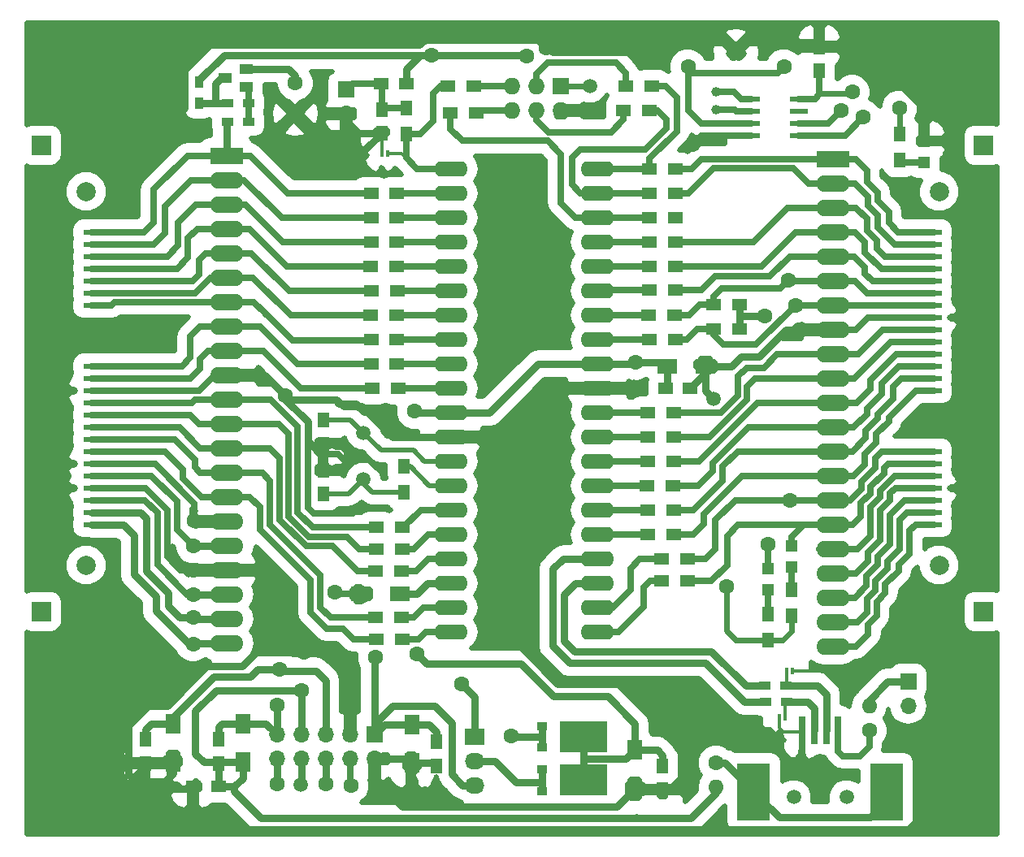
<source format=gbr>
G04 #@! TF.FileFunction,Copper,L1,Top,Signal*
%FSLAX46Y46*%
G04 Gerber Fmt 4.6, Leading zero omitted, Abs format (unit mm)*
G04 Created by KiCad (PCBNEW 4.0.6-e0-6349~53~ubuntu14.04.1) date Thu Nov 23 15:36:25 2017*
%MOMM*%
%LPD*%
G01*
G04 APERTURE LIST*
%ADD10C,0.100000*%
%ADD11R,1.200000X1.200000*%
%ADD12C,1.600000*%
%ADD13O,1.600000X1.600000*%
%ADD14R,1.250000X1.500000*%
%ADD15R,3.500000X1.727200*%
%ADD16O,3.500000X1.727200*%
%ADD17R,1.200000X0.900000*%
%ADD18R,2.000000X1.600000*%
%ADD19R,1.500000X1.250000*%
%ADD20R,1.600000X2.000000*%
%ADD21R,1.700000X1.700000*%
%ADD22O,1.700000X1.700000*%
%ADD23R,1.500000X1.300000*%
%ADD24R,1.300000X1.500000*%
%ADD25C,1.500000*%
%ADD26C,1.000000*%
%ADD27C,1.600200*%
%ADD28R,1.727200X1.727200*%
%ADD29O,1.727200X1.727200*%
%ADD30O,3.500000X1.600000*%
%ADD31R,0.325000X0.650000*%
%ADD32R,1.700000X0.600000*%
%ADD33C,2.000000*%
%ADD34R,2.000000X2.000000*%
%ADD35R,1.970000X0.600000*%
%ADD36R,2.032000X1.727200*%
%ADD37O,2.032000X1.727200*%
%ADD38R,0.700000X3.000000*%
%ADD39R,3.400000X6.040000*%
%ADD40R,1.000000X0.950000*%
%ADD41R,4.900000X3.200000*%
%ADD42R,1.400000X1.000000*%
%ADD43R,0.900000X1.200000*%
%ADD44C,0.600000*%
%ADD45C,0.800000*%
%ADD46C,0.635000*%
%ADD47C,0.300000*%
%ADD48C,0.500000*%
%ADD49C,0.250000*%
G04 APERTURE END LIST*
D10*
D11*
X218313000Y-110320000D03*
X218313000Y-108120000D03*
D12*
X210464400Y-130759200D03*
D13*
X210464400Y-133299200D03*
D14*
X151003000Y-128290000D03*
X151003000Y-130790000D03*
D15*
X159486600Y-67475100D03*
D16*
X159486600Y-70015100D03*
X159486600Y-72555100D03*
X159486600Y-75095100D03*
X159486600Y-77635100D03*
X159486600Y-80175100D03*
X159486600Y-82715100D03*
X159486600Y-85255100D03*
X159486600Y-87795100D03*
X159486600Y-90335100D03*
X159486600Y-92875100D03*
X159486600Y-95415100D03*
X159486600Y-97955100D03*
X159486600Y-100495100D03*
X159486600Y-103035100D03*
X159486600Y-105575100D03*
X159486600Y-108115100D03*
X159486600Y-110655100D03*
X159486600Y-113195100D03*
X159486600Y-115735100D03*
X159486600Y-118275100D03*
D17*
X215562000Y-122732800D03*
X217762000Y-122732800D03*
D18*
X205391000Y-89408000D03*
X209391000Y-89408000D03*
D19*
X205252000Y-91694000D03*
X207752000Y-91694000D03*
D14*
X204927200Y-131033200D03*
X204927200Y-133533200D03*
X175641000Y-62631000D03*
X175641000Y-65131000D03*
D18*
X173514000Y-113131600D03*
X177514000Y-113131600D03*
D20*
X161163000Y-126651000D03*
X161163000Y-130651000D03*
D14*
X158623000Y-128290000D03*
X158623000Y-130790000D03*
D20*
X153924000Y-126651000D03*
X153924000Y-130651000D03*
X178816000Y-126778000D03*
X178816000Y-130778000D03*
D14*
X181356000Y-128544000D03*
X181356000Y-131044000D03*
X221234000Y-58628600D03*
X221234000Y-56128600D03*
D21*
X171958000Y-60579000D03*
D22*
X171958000Y-63119000D03*
D21*
X230505000Y-122301000D03*
D22*
X230505000Y-124841000D03*
D17*
X215612800Y-124358400D03*
X217812800Y-124358400D03*
D23*
X203788000Y-60198000D03*
X201088000Y-60198000D03*
X178261000Y-59944000D03*
X175561000Y-59944000D03*
D24*
X178181000Y-65231000D03*
X178181000Y-62531000D03*
D23*
X182800000Y-62992000D03*
X185500000Y-62992000D03*
X203534000Y-62738000D03*
X200834000Y-62738000D03*
X182546000Y-60198000D03*
X185246000Y-60198000D03*
D24*
X177927000Y-99869000D03*
X177927000Y-102569000D03*
D25*
X173736000Y-101219000D03*
X173736000Y-96339000D03*
D26*
X210439000Y-60782200D03*
X210439000Y-62682200D03*
D12*
X226441000Y-127381000D03*
D13*
X226441000Y-124841000D03*
D14*
X169545000Y-95016000D03*
X169545000Y-97516000D03*
X169545000Y-102723000D03*
X169545000Y-100223000D03*
D11*
X232156000Y-68156000D03*
X232156000Y-65956000D03*
D24*
X229616000Y-65198000D03*
X229616000Y-67898000D03*
X218313000Y-115396000D03*
X218313000Y-112696000D03*
D27*
X166649400Y-63068200D03*
X166649400Y-59893200D03*
D28*
X194310000Y-60198000D03*
D29*
X194310000Y-62738000D03*
X191770000Y-60198000D03*
X191770000Y-62738000D03*
X189230000Y-60198000D03*
X189230000Y-62738000D03*
D23*
X156003000Y-133223000D03*
X158703000Y-133223000D03*
D30*
X182880000Y-68834000D03*
X182880000Y-71374000D03*
X182880000Y-73914000D03*
X182880000Y-76454000D03*
X182880000Y-78994000D03*
X182880000Y-81534000D03*
X182880000Y-84074000D03*
X182880000Y-86614000D03*
X182880000Y-89154000D03*
X182880000Y-91694000D03*
X182880000Y-94234000D03*
X182880000Y-96774000D03*
X182880000Y-99314000D03*
X182880000Y-101854000D03*
X182880000Y-104394000D03*
X182880000Y-106934000D03*
X182880000Y-109474000D03*
X182880000Y-112014000D03*
X182880000Y-114554000D03*
X182880000Y-117094000D03*
X198120000Y-117094000D03*
X198120000Y-114554000D03*
X198120000Y-112014000D03*
X198120000Y-109474000D03*
X198120000Y-106934000D03*
X198120000Y-104394000D03*
X198120000Y-101854000D03*
X198120000Y-99314000D03*
X198120000Y-96774000D03*
X198120000Y-94234000D03*
X198120000Y-91694000D03*
X198120000Y-89154000D03*
X198120000Y-86614000D03*
X198120000Y-84074000D03*
X198120000Y-81534000D03*
X198120000Y-78994000D03*
X198120000Y-76454000D03*
X198120000Y-73914000D03*
X198120000Y-71374000D03*
X198120000Y-68834000D03*
D31*
X217698200Y-126034800D03*
X217048200Y-126034800D03*
X217810200Y-121208800D03*
X218460200Y-121208800D03*
X176296200Y-67259200D03*
X175646200Y-67259200D03*
D32*
X233172000Y-105918000D03*
X233172000Y-104648000D03*
X233172000Y-103378000D03*
X233172000Y-102108000D03*
X233172000Y-100838000D03*
X233172000Y-99568000D03*
X233172000Y-98298000D03*
X233172000Y-91948000D03*
X233172000Y-90678000D03*
X233172000Y-89408000D03*
X233172000Y-88138000D03*
X233172000Y-86868000D03*
X233172000Y-85598000D03*
X233172000Y-84328000D03*
X233172000Y-83058000D03*
X233172000Y-81788000D03*
X233172000Y-80518000D03*
X233172000Y-79248000D03*
X233172000Y-77978000D03*
X233172000Y-76708000D03*
X233172000Y-75438000D03*
D33*
X233722000Y-71208000D03*
X233722000Y-110148000D03*
D34*
X238372000Y-66378000D03*
X238372000Y-114978000D03*
D32*
X145415000Y-75438000D03*
X145415000Y-76708000D03*
X145415000Y-77978000D03*
X145415000Y-79248000D03*
X145415000Y-80518000D03*
X145415000Y-81788000D03*
X145415000Y-83058000D03*
X145415000Y-89408000D03*
X145415000Y-90678000D03*
X145415000Y-91948000D03*
X145415000Y-93218000D03*
X145415000Y-94488000D03*
X145415000Y-95758000D03*
X145415000Y-97028000D03*
X145415000Y-98298000D03*
X145415000Y-99568000D03*
X145415000Y-100838000D03*
X145415000Y-102108000D03*
X145415000Y-103378000D03*
X145415000Y-104648000D03*
X145415000Y-105918000D03*
D33*
X144865000Y-110148000D03*
X144865000Y-71208000D03*
D34*
X140215000Y-114978000D03*
X140215000Y-66378000D03*
D15*
X222631000Y-67818000D03*
D16*
X222631000Y-70358000D03*
X222631000Y-72898000D03*
X222631000Y-75438000D03*
X222631000Y-77978000D03*
X222631000Y-80518000D03*
X222631000Y-83058000D03*
X222631000Y-85598000D03*
X222631000Y-88138000D03*
X222631000Y-90678000D03*
X222631000Y-93218000D03*
X222631000Y-95758000D03*
X222631000Y-98298000D03*
X222631000Y-100838000D03*
X222631000Y-103378000D03*
X222631000Y-105918000D03*
X222631000Y-108458000D03*
X222631000Y-110998000D03*
X222631000Y-113538000D03*
X222631000Y-116078000D03*
X222631000Y-118618000D03*
D35*
X214136200Y-61544200D03*
X214136200Y-62814200D03*
X214136200Y-64084200D03*
X214136200Y-65354200D03*
X219086200Y-65354200D03*
X219086200Y-64084200D03*
X219086200Y-62814200D03*
X219086200Y-61544200D03*
D36*
X185293000Y-128016000D03*
D37*
X185293000Y-130556000D03*
X185293000Y-133096000D03*
D38*
X223205600Y-127330200D03*
X221955600Y-127330200D03*
X220715600Y-127330200D03*
X219465600Y-127330200D03*
D39*
X228255600Y-133750200D03*
X214415600Y-133750200D03*
D25*
X224085600Y-134330200D03*
X218585600Y-134330200D03*
D40*
X192333500Y-126903500D03*
X192333500Y-129153500D03*
D41*
X196683500Y-128028500D03*
D40*
X192333500Y-131412000D03*
X192333500Y-133662000D03*
D41*
X196683500Y-132537000D03*
D20*
X202031600Y-129419600D03*
X202031600Y-133419600D03*
D42*
X159351800Y-59359800D03*
X161551800Y-58409800D03*
X161551800Y-60309800D03*
D21*
X174904400Y-127812800D03*
D22*
X174904400Y-130352800D03*
X172364400Y-127812800D03*
X172364400Y-130352800D03*
X169824400Y-127812800D03*
X169824400Y-130352800D03*
X167284400Y-127812800D03*
X167284400Y-130352800D03*
X164744400Y-127812800D03*
X164744400Y-130352800D03*
D17*
X161805800Y-63931800D03*
X159605800Y-63931800D03*
X161805800Y-62001400D03*
X159605800Y-62001400D03*
D43*
X156667200Y-61983800D03*
X156667200Y-59783800D03*
D12*
X212572600Y-56578600D03*
X217572600Y-58178600D03*
X207572600Y-58178600D03*
D23*
X174545000Y-86614000D03*
X177245000Y-86614000D03*
X174545000Y-89154000D03*
X177245000Y-89154000D03*
X174672000Y-91694000D03*
X177372000Y-91694000D03*
X177245000Y-71374000D03*
X174545000Y-71374000D03*
X177245000Y-73914000D03*
X174545000Y-73914000D03*
X177245000Y-76454000D03*
X174545000Y-76454000D03*
X177168800Y-78994000D03*
X174468800Y-78994000D03*
X177270400Y-81534000D03*
X174570400Y-81534000D03*
X177219600Y-84124800D03*
X174519600Y-84124800D03*
X203526400Y-86614000D03*
X206226400Y-86614000D03*
X203475600Y-84074000D03*
X206175600Y-84074000D03*
X203577200Y-81483200D03*
X206277200Y-81483200D03*
X203526400Y-78994000D03*
X206226400Y-78994000D03*
X203577200Y-76454000D03*
X206277200Y-76454000D03*
X203526400Y-73914000D03*
X206226400Y-73914000D03*
X203577200Y-71374000D03*
X206277200Y-71374000D03*
X203577200Y-68834000D03*
X206277200Y-68834000D03*
X175078400Y-106222800D03*
X177778400Y-106222800D03*
X175078400Y-108458000D03*
X177778400Y-108458000D03*
X175027600Y-110794800D03*
X177727600Y-110794800D03*
X206074000Y-106934000D03*
X203374000Y-106934000D03*
X206074000Y-104394000D03*
X203374000Y-104394000D03*
X175027600Y-115620800D03*
X177727600Y-115620800D03*
X175078400Y-117856000D03*
X177778400Y-117856000D03*
X207547200Y-111760000D03*
X204847200Y-111760000D03*
X207496400Y-109524800D03*
X204796400Y-109524800D03*
X206023200Y-101854000D03*
X203323200Y-101854000D03*
X206074000Y-99314000D03*
X203374000Y-99314000D03*
X206074000Y-96774000D03*
X203374000Y-96774000D03*
X206074000Y-94234000D03*
X203374000Y-94234000D03*
X212932000Y-85547200D03*
X210232000Y-85547200D03*
X212932000Y-82956400D03*
X210232000Y-82956400D03*
D11*
X215900000Y-112733000D03*
X215900000Y-110533000D03*
D24*
X215900000Y-117936000D03*
X215900000Y-115236000D03*
D12*
X211582000Y-112395000D03*
X229616000Y-62484000D03*
D25*
X197358000Y-60198000D03*
D12*
X190728600Y-57073800D03*
X180822600Y-56997600D03*
X215544400Y-84175600D03*
X202057000Y-89027000D03*
X179324000Y-119430800D03*
X179070000Y-94107000D03*
X165633400Y-92481400D03*
X208026000Y-66268600D03*
D25*
X197612000Y-62738000D03*
D12*
X192786000Y-56210200D03*
X172669200Y-66827400D03*
X152679400Y-66725800D03*
X170789600Y-112979200D03*
X190627000Y-85852000D03*
X190754000Y-95123000D03*
X153822400Y-121412000D03*
X156006800Y-110642400D03*
X156159200Y-105511600D03*
X167513000Y-119253000D03*
D25*
X201930000Y-91567000D03*
X210210400Y-92786200D03*
D12*
X156006800Y-118364000D03*
X164744400Y-124739400D03*
X156006800Y-115620800D03*
X167259000Y-123190000D03*
X183959500Y-122555000D03*
X156006800Y-113182400D03*
X164973000Y-121031000D03*
X175006000Y-119761000D03*
X224663000Y-60833000D03*
X156057600Y-108153200D03*
X218186000Y-103378000D03*
X215900000Y-107950000D03*
X189153800Y-127965200D03*
X172466000Y-133096000D03*
X169799000Y-132969000D03*
D25*
X167233600Y-133019800D03*
D12*
X164719000Y-132969000D03*
X223545400Y-62738000D03*
X218008200Y-80441800D03*
X225806000Y-63449200D03*
X218744800Y-83058000D03*
D44*
X215900000Y-117936000D02*
X217407500Y-117936000D01*
X218313000Y-117030500D02*
X218313000Y-115396000D01*
X217407500Y-117936000D02*
X218313000Y-117030500D01*
X212551000Y-117936000D02*
X211582000Y-116967000D01*
X211582000Y-116967000D02*
X211582000Y-112395000D01*
X212551000Y-117936000D02*
X215900000Y-117936000D01*
X229616000Y-65198000D02*
X229616000Y-62484000D01*
D45*
X180822600Y-56997600D02*
X190652400Y-56997600D01*
D44*
X197358000Y-60198000D02*
X194310000Y-60198000D01*
D45*
X190652400Y-56997600D02*
X190728600Y-57073800D01*
X156667200Y-59783800D02*
X156667200Y-59563000D01*
X156667200Y-59563000D02*
X159232600Y-56997600D01*
X159232600Y-56997600D02*
X179654200Y-56997600D01*
X178261000Y-59944000D02*
X178261000Y-58390800D01*
X179654200Y-56997600D02*
X180822600Y-56997600D01*
X178261000Y-58390800D02*
X179654200Y-56997600D01*
X215544400Y-84175600D02*
X212932000Y-84175600D01*
X212932000Y-85547200D02*
X212932000Y-84175600D01*
X212932000Y-84175600D02*
X212932000Y-82956400D01*
X188214000Y-120446800D02*
X180340000Y-120446800D01*
X180340000Y-120446800D02*
X179324000Y-119430800D01*
X202031600Y-129419600D02*
X202031600Y-126644400D01*
X190195200Y-120446800D02*
X188214000Y-120446800D01*
X188214000Y-120446800D02*
X188163200Y-120446800D01*
X193548000Y-123799600D02*
X190195200Y-120446800D01*
X199186800Y-123799600D02*
X193548000Y-123799600D01*
X202031600Y-126644400D02*
X199186800Y-123799600D01*
X204927200Y-131033200D02*
X204927200Y-129946400D01*
X204400400Y-129419600D02*
X202031600Y-129419600D01*
X204927200Y-129946400D02*
X204400400Y-129419600D01*
X196683500Y-130352800D02*
X201098400Y-130352800D01*
X201098400Y-130352800D02*
X202031600Y-129419600D01*
X196683500Y-132537000D02*
X196683500Y-130352800D01*
X196683500Y-130352800D02*
X196683500Y-128028500D01*
X185191400Y-94234000D02*
X186893200Y-94234000D01*
X191973200Y-89154000D02*
X198120000Y-89154000D01*
X186893200Y-94234000D02*
X191973200Y-89154000D01*
X182880000Y-94234000D02*
X185191400Y-94234000D01*
X205391000Y-89408000D02*
X205391000Y-91555000D01*
D44*
X205391000Y-91555000D02*
X205252000Y-91694000D01*
D45*
X205010000Y-89027000D02*
X202057000Y-89027000D01*
D44*
X201930000Y-89154000D02*
X202057000Y-89027000D01*
D45*
X201930000Y-89154000D02*
X198120000Y-89154000D01*
D44*
X205010000Y-89027000D02*
X205391000Y-89408000D01*
D45*
X182880000Y-94234000D02*
X179070000Y-94234000D01*
D44*
X179070000Y-94234000D02*
X179070000Y-94107000D01*
D45*
X185318400Y-135331200D02*
X177800000Y-135331200D01*
X174904400Y-132435600D02*
X176174400Y-133705600D01*
X177800000Y-135331200D02*
X176174400Y-133705600D01*
X202031600Y-133419600D02*
X200120000Y-135331200D01*
X185318400Y-135331200D02*
X200120000Y-135331200D01*
X178390800Y-130352800D02*
X178816000Y-130778000D01*
X170561000Y-119253000D02*
X167513000Y-119253000D01*
X172364400Y-121056400D02*
X170561000Y-119253000D01*
X172364400Y-127812800D02*
X172364400Y-121056400D01*
X174904400Y-130352800D02*
X178390800Y-130352800D01*
X232156000Y-65956000D02*
X232156000Y-62484000D01*
X225800600Y-56128600D02*
X221234000Y-56128600D01*
X232156000Y-62484000D02*
X225800600Y-56128600D01*
D46*
X219465600Y-127330200D02*
X219465600Y-129835200D01*
X206857600Y-128981200D02*
X208508600Y-127330200D01*
X206857600Y-128981200D02*
X206857600Y-129133600D01*
X216027000Y-127330200D02*
X208508600Y-127330200D01*
X216814400Y-128117600D02*
X216027000Y-127330200D01*
X216814400Y-129463800D02*
X216814400Y-128117600D01*
X217830400Y-130479800D02*
X216814400Y-129463800D01*
X218821000Y-130479800D02*
X217830400Y-130479800D01*
X219465600Y-129835200D02*
X218821000Y-130479800D01*
X214136200Y-65354200D02*
X208915000Y-65354200D01*
X208915000Y-65354200D02*
X208026000Y-66243200D01*
X208026000Y-66243200D02*
X208026000Y-66268600D01*
D45*
X212572600Y-56578600D02*
X212572600Y-56464200D01*
X212572600Y-56464200D02*
X213360000Y-55676800D01*
X213360000Y-55676800D02*
X220782200Y-55676800D01*
X220782200Y-55676800D02*
X221234000Y-56128600D01*
X192786000Y-56210200D02*
X192786000Y-55981600D01*
X211594600Y-55600600D02*
X212572600Y-56578600D01*
X206552800Y-55600600D02*
X211594600Y-55600600D01*
X205486000Y-56667400D02*
X206552800Y-55600600D01*
X193471800Y-56667400D02*
X205486000Y-56667400D01*
X192786000Y-55981600D02*
X193471800Y-56667400D01*
X181660800Y-55372000D02*
X191947800Y-55372000D01*
X197612000Y-62738000D02*
X194310000Y-62738000D01*
X191947800Y-55372000D02*
X192786000Y-56210200D01*
X152679400Y-66725800D02*
X152679400Y-64998600D01*
X152679400Y-64998600D02*
X155143200Y-62534800D01*
X155143200Y-62534800D02*
X155143200Y-58521600D01*
X155143200Y-58521600D02*
X157767202Y-55897598D01*
X157767202Y-55897598D02*
X179611202Y-55897598D01*
X179611202Y-55897598D02*
X180136800Y-55372000D01*
X180136800Y-55372000D02*
X181660800Y-55372000D01*
X181660800Y-55372000D02*
X181737000Y-55372000D01*
X172669200Y-66827400D02*
X173944600Y-66827400D01*
X173944600Y-66827400D02*
X175641000Y-65131000D01*
X152679400Y-66725800D02*
X152654000Y-66725800D01*
X166649400Y-63068200D02*
X166649400Y-63677800D01*
X166649400Y-63677800D02*
X168102600Y-65131000D01*
X168102600Y-65131000D02*
X173208000Y-65131000D01*
D47*
X175646200Y-67259200D02*
X175646200Y-65136200D01*
X175646200Y-65136200D02*
X175641000Y-65131000D01*
D46*
X170942000Y-113131600D02*
X173514000Y-113131600D01*
X170942000Y-113131600D02*
X170789600Y-112979200D01*
D45*
X156003000Y-134870200D02*
X156003000Y-135556000D01*
X156003000Y-133223000D02*
X156003000Y-134870200D01*
X159321500Y-137731500D02*
X159321500Y-137718800D01*
X158178500Y-137731500D02*
X159321500Y-137731500D01*
X156003000Y-135556000D02*
X158178500Y-137731500D01*
X184302400Y-137718800D02*
X230581200Y-137718800D01*
X159321500Y-137718800D02*
X184302400Y-137718800D01*
X232816400Y-135483600D02*
X232816400Y-121158000D01*
X232816400Y-119888000D02*
X232816400Y-121158000D01*
X230581200Y-137718800D02*
X232816400Y-135483600D01*
X158673800Y-137718800D02*
X159321500Y-137718800D01*
X190627000Y-85852000D02*
X190627000Y-68580000D01*
X190627000Y-68580000D02*
X190500000Y-68453000D01*
X190754000Y-95123000D02*
X190881000Y-95123000D01*
X194310000Y-91694000D02*
X198120000Y-91694000D01*
X190881000Y-95123000D02*
X194310000Y-91694000D01*
X187248800Y-98602800D02*
X187274200Y-98602800D01*
X187274200Y-98602800D02*
X190754000Y-95123000D01*
X182880000Y-96774000D02*
X185420000Y-96774000D01*
X187909200Y-118567200D02*
X187248800Y-117906800D01*
X187248800Y-98602800D02*
X187248800Y-117906800D01*
X206857600Y-129032000D02*
X206857600Y-129133600D01*
X206857600Y-129032000D02*
X200355200Y-122529600D01*
X200355200Y-122529600D02*
X194005200Y-122529600D01*
X194005200Y-122529600D02*
X190042800Y-118567200D01*
X190042800Y-118567200D02*
X187909200Y-118567200D01*
X185420000Y-96774000D02*
X187248800Y-98602800D01*
D46*
X169278300Y-98564700D02*
X171081700Y-98564700D01*
X174244000Y-99060000D02*
X175641000Y-100457000D01*
X171577000Y-99060000D02*
X174244000Y-99060000D01*
X171081700Y-98564700D02*
X171577000Y-99060000D01*
X167944800Y-97028000D02*
X167944800Y-104190800D01*
X172593000Y-104775000D02*
X173482000Y-103886000D01*
X168529000Y-104775000D02*
X172593000Y-104775000D01*
X167944800Y-104190800D02*
X168529000Y-104775000D01*
D47*
X218460200Y-121208800D02*
X224612200Y-121208800D01*
X225933000Y-119888000D02*
X232816400Y-119888000D01*
X224612200Y-121208800D02*
X225933000Y-119888000D01*
D46*
X222631000Y-110998000D02*
X225044000Y-110998000D01*
X229160292Y-102108000D02*
X233172000Y-102108000D01*
X228600000Y-102668292D02*
X229160292Y-102108000D01*
X228600000Y-103378000D02*
X228600000Y-102668292D01*
X227584000Y-104394000D02*
X228600000Y-103378000D01*
X227584000Y-107569000D02*
X227584000Y-104394000D01*
X226314000Y-108839000D02*
X227584000Y-107569000D01*
X226314000Y-109728000D02*
X226314000Y-108839000D01*
X225044000Y-110998000D02*
X226314000Y-109728000D01*
X145415000Y-102108000D02*
X151003000Y-102108000D01*
X154711400Y-110642400D02*
X156006800Y-110642400D01*
X153289000Y-109220000D02*
X154711400Y-110642400D01*
X153289000Y-104394000D02*
X153289000Y-109220000D01*
X151003000Y-102108000D02*
X153289000Y-104394000D01*
X145415000Y-99568000D02*
X152019000Y-99568000D01*
X156159200Y-103708200D02*
X156159200Y-105511600D01*
X152019000Y-99568000D02*
X156159200Y-103708200D01*
X159486600Y-90335100D02*
X158203900Y-90335100D01*
X158203900Y-90335100D02*
X156591000Y-91948000D01*
X156591000Y-91948000D02*
X145415000Y-91948000D01*
D45*
X232816400Y-119888000D02*
X232816400Y-118973600D01*
D47*
X217048200Y-126034800D02*
X217048200Y-127081400D01*
X217525600Y-127558800D02*
X219237000Y-127558800D01*
X217048200Y-127081400D02*
X217525600Y-127558800D01*
X219237000Y-127558800D02*
X219465600Y-127330200D01*
D45*
X154541402Y-120692998D02*
X158115000Y-120692998D01*
X153822400Y-121412000D02*
X154541402Y-120692998D01*
X156019500Y-110655100D02*
X156006800Y-110642400D01*
X159486600Y-110655100D02*
X156019500Y-110655100D01*
X156222700Y-105575100D02*
X156159200Y-105511600D01*
X156222700Y-105575100D02*
X159486600Y-105575100D01*
X204927200Y-133533200D02*
X205658400Y-133533200D01*
X205658400Y-133533200D02*
X206857600Y-132334000D01*
X206857600Y-132334000D02*
X206857600Y-129133600D01*
X202031600Y-133419600D02*
X204813600Y-133419600D01*
X204813600Y-133419600D02*
X204927200Y-133533200D01*
X179070000Y-96774000D02*
X176784000Y-96774000D01*
X182880000Y-96774000D02*
X179070000Y-96774000D01*
X173583600Y-93573600D02*
X171678600Y-93573600D01*
X176784000Y-96774000D02*
X173583600Y-93573600D01*
X171678600Y-93573600D02*
X170980100Y-92875100D01*
X170980100Y-92875100D02*
X165633400Y-92875100D01*
X165633400Y-92875100D02*
X167944800Y-95186500D01*
X167944800Y-95186500D02*
X167944800Y-97028000D01*
X167944800Y-97028000D02*
X167944800Y-97231200D01*
X167944800Y-97231200D02*
X169278300Y-98564700D01*
X169278300Y-98564700D02*
X169545000Y-98831400D01*
X169545000Y-98831400D02*
X169595800Y-98882200D01*
X169595800Y-98882200D02*
X169545000Y-98882200D01*
X159486600Y-90335100D02*
X163487100Y-90335100D01*
X163487100Y-90335100D02*
X165633400Y-92481400D01*
X165633400Y-92481400D02*
X165633400Y-92875100D01*
X171704000Y-93599000D02*
X171678600Y-93573600D01*
X153035000Y-132715000D02*
X153797000Y-133477000D01*
X153797000Y-133477000D02*
X155749000Y-133477000D01*
X155749000Y-133477000D02*
X156003000Y-133223000D01*
X178816000Y-130778000D02*
X181090000Y-130778000D01*
X181090000Y-130778000D02*
X181356000Y-131044000D01*
X151003000Y-130790000D02*
X151003000Y-131064000D01*
X151003000Y-131064000D02*
X149669500Y-132397500D01*
X167513000Y-119253000D02*
X162560000Y-119253000D01*
X161120002Y-120692998D02*
X158115000Y-120692998D01*
X162560000Y-119253000D02*
X161120002Y-120692998D01*
X158115000Y-120692998D02*
X157437002Y-120692998D01*
X149225000Y-131953000D02*
X149669500Y-132397500D01*
X149225000Y-126873000D02*
X149225000Y-131953000D01*
X151257000Y-124841000D02*
X149225000Y-126873000D01*
X153289000Y-124841000D02*
X151257000Y-124841000D01*
X157437002Y-120692998D02*
X153289000Y-124841000D01*
X153924000Y-131826000D02*
X153924000Y-130651000D01*
X153035000Y-132715000D02*
X153924000Y-131826000D01*
X149987000Y-132715000D02*
X153035000Y-132715000D01*
X149669500Y-132397500D02*
X149987000Y-132715000D01*
D46*
X222631000Y-85598000D02*
X225069400Y-85598000D01*
X226339400Y-84328000D02*
X233172000Y-84328000D01*
X225069400Y-85598000D02*
X226339400Y-84328000D01*
D45*
X209391000Y-89408000D02*
X212077300Y-89408000D01*
X217754200Y-85598000D02*
X222631000Y-85598000D01*
X214960200Y-88392000D02*
X217754200Y-85598000D01*
X213093300Y-88392000D02*
X214960200Y-88392000D01*
X212077300Y-89408000D02*
X213093300Y-88392000D01*
X159524700Y-90297000D02*
X159486600Y-90335100D01*
X209391000Y-89408000D02*
X209391000Y-91966800D01*
D47*
X201930000Y-91567000D02*
X202285600Y-91567000D01*
D45*
X198120000Y-91694000D02*
X201803000Y-91694000D01*
X201803000Y-91694000D02*
X201930000Y-91567000D01*
X171958000Y-63119000D02*
X171958000Y-63881000D01*
X171958000Y-63881000D02*
X173208000Y-65131000D01*
X173208000Y-65131000D02*
X175641000Y-65131000D01*
X169545000Y-100223000D02*
X169545000Y-98882200D01*
X169545000Y-98882200D02*
X169545000Y-97516000D01*
X209391000Y-89408000D02*
X209391000Y-90055000D01*
X209391000Y-90055000D02*
X207752000Y-91694000D01*
X209391000Y-91966800D02*
X210210400Y-92786200D01*
D46*
X221843600Y-110998000D02*
X222631000Y-110998000D01*
D45*
X174904400Y-130352800D02*
X174904400Y-132435600D01*
D46*
X175561000Y-59944000D02*
X172593000Y-59944000D01*
X172593000Y-59944000D02*
X171958000Y-60579000D01*
X175641000Y-62631000D02*
X175641000Y-60024000D01*
X175641000Y-60024000D02*
X175561000Y-59944000D01*
X178181000Y-62531000D02*
X175741000Y-62531000D01*
X175741000Y-62531000D02*
X175641000Y-62631000D01*
D48*
X169545000Y-95016000D02*
X172413000Y-95016000D01*
X172413000Y-95016000D02*
X173736000Y-96339000D01*
X182880000Y-99314000D02*
X180086000Y-99314000D01*
X175568000Y-98171000D02*
X173736000Y-96339000D01*
X178943000Y-98171000D02*
X175568000Y-98171000D01*
X180086000Y-99314000D02*
X178943000Y-98171000D01*
X169545000Y-102723000D02*
X172232000Y-102723000D01*
X172232000Y-102723000D02*
X173736000Y-101219000D01*
X173736000Y-101219000D02*
X173736000Y-101600000D01*
X173736000Y-101600000D02*
X174705000Y-102569000D01*
X174705000Y-102569000D02*
X177927000Y-102569000D01*
D45*
X177514000Y-113131600D02*
X179324000Y-113131600D01*
X179324000Y-113131600D02*
X180441600Y-112014000D01*
X180441600Y-112014000D02*
X182880000Y-112014000D01*
X160274000Y-126651000D02*
X163582600Y-126651000D01*
X163582600Y-126651000D02*
X164744400Y-127812800D01*
X164744400Y-127812800D02*
X164744400Y-124739400D01*
D46*
X222631000Y-118618000D02*
X225044000Y-118618000D01*
X231267000Y-105918000D02*
X233172000Y-105918000D01*
X230632000Y-106553000D02*
X231267000Y-105918000D01*
X230632000Y-108966000D02*
X230632000Y-106553000D01*
X229489000Y-110109000D02*
X230632000Y-108966000D01*
X229489000Y-110744000D02*
X229489000Y-110109000D01*
X228092000Y-112141000D02*
X229489000Y-110744000D01*
X228092000Y-113082292D02*
X228092000Y-112141000D01*
X227203000Y-113971292D02*
X228092000Y-113082292D01*
X227203000Y-115443000D02*
X227203000Y-113971292D01*
X226314000Y-116332000D02*
X227203000Y-115443000D01*
X226314000Y-117348000D02*
X226314000Y-116332000D01*
X225044000Y-118618000D02*
X226314000Y-117348000D01*
D45*
X145415000Y-105918000D02*
X148717000Y-105918000D01*
X155575000Y-118364000D02*
X156006800Y-118364000D01*
X152146000Y-114935000D02*
X155575000Y-118364000D01*
X152146000Y-113411000D02*
X152146000Y-114935000D01*
X149860000Y-111125000D02*
X152146000Y-113411000D01*
X149860000Y-107061000D02*
X149860000Y-111125000D01*
X148717000Y-105918000D02*
X149860000Y-107061000D01*
X159486600Y-118275100D02*
X156095700Y-118275100D01*
X156095700Y-118275100D02*
X156006800Y-118364000D01*
X158623000Y-128290000D02*
X158623000Y-127000000D01*
X158972000Y-126651000D02*
X160274000Y-126651000D01*
X160274000Y-126651000D02*
X161163000Y-126651000D01*
X158623000Y-127000000D02*
X158972000Y-126651000D01*
X164744400Y-124739400D02*
X164719000Y-124714000D01*
D46*
X145415000Y-105918000D02*
X146164300Y-105918000D01*
D45*
X167284400Y-123215400D02*
X167259000Y-123190000D01*
X167284400Y-123215400D02*
X167284400Y-127812800D01*
X184759600Y-136499600D02*
X163068000Y-136499600D01*
X160286700Y-133718300D02*
X161594800Y-135026400D01*
X202133200Y-136499600D02*
X184759600Y-136499600D01*
X160286700Y-133718300D02*
X160286700Y-133210300D01*
X163068000Y-136499600D02*
X161594800Y-135026400D01*
D46*
X222631000Y-116078000D02*
X225171000Y-116078000D01*
X230378000Y-104648000D02*
X233172000Y-104648000D01*
X229616000Y-105410000D02*
X230378000Y-104648000D01*
X229616000Y-108458000D02*
X229616000Y-105410000D01*
X228346000Y-109728000D02*
X229616000Y-108458000D01*
X228346000Y-110490000D02*
X228346000Y-109728000D01*
X227084648Y-111751352D02*
X228346000Y-110490000D01*
X227084648Y-112767352D02*
X227084648Y-111751352D01*
X226213146Y-113638854D02*
X227084648Y-112767352D01*
X226213146Y-115035854D02*
X226213146Y-113638854D01*
X225171000Y-116078000D02*
X226213146Y-115035854D01*
D45*
X145415000Y-104648000D02*
X150495000Y-104648000D01*
X156121100Y-115735100D02*
X156006800Y-115620800D01*
X156121100Y-115735100D02*
X159486600Y-115735100D01*
X154609800Y-115620800D02*
X156006800Y-115620800D01*
X153416000Y-114427000D02*
X154609800Y-115620800D01*
X153416000Y-113030000D02*
X153416000Y-114427000D01*
X151130000Y-110744000D02*
X153416000Y-113030000D01*
X151130000Y-105283000D02*
X151130000Y-110744000D01*
X150495000Y-104648000D02*
X151130000Y-105283000D01*
D46*
X210464400Y-133299200D02*
X210464400Y-133908800D01*
D45*
X210464400Y-133908800D02*
X207873600Y-136499600D01*
X202133200Y-136499600D02*
X207873600Y-136499600D01*
X202133200Y-136499600D02*
X202184000Y-136448800D01*
X158623000Y-130790000D02*
X158623000Y-133143000D01*
X158623000Y-133143000D02*
X158703000Y-133223000D01*
X156210000Y-129794000D02*
X157099000Y-130683000D01*
X156210000Y-125349000D02*
X156210000Y-129794000D01*
X158369000Y-123190000D02*
X156210000Y-125349000D01*
X167259000Y-123190000D02*
X158369000Y-123190000D01*
X157099000Y-130683000D02*
X158516000Y-130683000D01*
X158516000Y-130683000D02*
X158623000Y-130790000D01*
X158516000Y-130683000D02*
X158548000Y-130651000D01*
X158548000Y-130651000D02*
X161163000Y-130651000D01*
X161163000Y-130651000D02*
X161163000Y-132334000D01*
X161163000Y-132334000D02*
X160286700Y-133210300D01*
X160286700Y-133210300D02*
X160274000Y-133223000D01*
X160274000Y-133223000D02*
X158703000Y-133223000D01*
X161024000Y-130790000D02*
X161163000Y-130651000D01*
X168656000Y-121158000D02*
X168783000Y-121158000D01*
X169824400Y-122199400D02*
X169824400Y-127812800D01*
X168783000Y-121158000D02*
X169824400Y-122199400D01*
X164973000Y-121031000D02*
X165100000Y-121158000D01*
X165100000Y-121158000D02*
X168656000Y-121158000D01*
X185293000Y-128016000D02*
X185293000Y-123888500D01*
X185293000Y-123888500D02*
X183959500Y-122555000D01*
D46*
X222631000Y-113538000D02*
X224917000Y-113538000D01*
X230124000Y-103378000D02*
X233172000Y-103378000D01*
X228600000Y-104902000D02*
X230124000Y-103378000D01*
X228600000Y-107950000D02*
X228600000Y-104902000D01*
X227330000Y-109220000D02*
X228600000Y-107950000D01*
X227330000Y-110109000D02*
X227330000Y-109220000D01*
X226149646Y-111289354D02*
X227330000Y-110109000D01*
X226149646Y-112305354D02*
X226149646Y-111289354D01*
X224917000Y-113538000D02*
X226149646Y-112305354D01*
X156006800Y-113182400D02*
X155346400Y-113182400D01*
D45*
X156019500Y-113195100D02*
X156006800Y-113182400D01*
X159486600Y-113195100D02*
X156019500Y-113195100D01*
D46*
X150950708Y-103378000D02*
X145415000Y-103378000D01*
X152273000Y-104700292D02*
X150950708Y-103378000D01*
X152273000Y-110109000D02*
X152273000Y-104700292D01*
X155346400Y-113182400D02*
X152273000Y-110109000D01*
D45*
X164973000Y-121031000D02*
X162687000Y-121031000D01*
X158115000Y-121793000D02*
X153924000Y-125984000D01*
X161925000Y-121793000D02*
X158115000Y-121793000D01*
X162687000Y-121031000D02*
X161925000Y-121793000D01*
X153924000Y-125984000D02*
X153924000Y-126651000D01*
X153924000Y-126651000D02*
X151606000Y-126651000D01*
X151003000Y-127254000D02*
X151003000Y-128290000D01*
X151606000Y-126651000D02*
X151003000Y-127254000D01*
D46*
X221589600Y-113538000D02*
X222631000Y-113538000D01*
X221361000Y-113538000D02*
X222631000Y-113538000D01*
X169799000Y-127787400D02*
X169824400Y-127812800D01*
D45*
X184086500Y-133096000D02*
X185293000Y-133096000D01*
X174904400Y-126657100D02*
X176784000Y-124777500D01*
X174904400Y-127812800D02*
X174904400Y-126657100D01*
X176784000Y-124777500D02*
X181165500Y-124777500D01*
X181165500Y-124777500D02*
X182943500Y-126555500D01*
X182943500Y-126555500D02*
X182943500Y-131953000D01*
X182943500Y-131953000D02*
X184086500Y-133096000D01*
X178816000Y-126778000D02*
X175939200Y-126778000D01*
X175939200Y-126778000D02*
X174904400Y-127812800D01*
X175006000Y-119761000D02*
X174904400Y-119862600D01*
X174904400Y-119862600D02*
X174904400Y-127812800D01*
D44*
X224663000Y-60833000D02*
X224536000Y-60960000D01*
X224536000Y-60960000D02*
X221234000Y-60960000D01*
D46*
X221234000Y-58628600D02*
X221234000Y-60960000D01*
X221234000Y-60960000D02*
X221234000Y-61087000D01*
X221234000Y-61087000D02*
X220776800Y-61544200D01*
X220776800Y-61544200D02*
X219086200Y-61544200D01*
X222631000Y-108458000D02*
X225171000Y-108458000D01*
X225171000Y-108458000D02*
X226525102Y-107103898D01*
X226525102Y-107103898D02*
X226525102Y-104070090D01*
X226525102Y-104070090D02*
X227584000Y-103011192D01*
X227584000Y-103011192D02*
X227584000Y-102362000D01*
X227584000Y-102362000D02*
X229108000Y-100838000D01*
X229108000Y-100838000D02*
X233172000Y-100838000D01*
X145415000Y-100838000D02*
X151638000Y-100838000D01*
D45*
X156095700Y-108115100D02*
X156057600Y-108153200D01*
X156095700Y-108115100D02*
X159486600Y-108115100D01*
D46*
X154305000Y-106400600D02*
X156057600Y-108153200D01*
X154305000Y-103505000D02*
X154305000Y-106400600D01*
X151638000Y-100838000D02*
X154305000Y-103505000D01*
D45*
X181356000Y-128544000D02*
X181356000Y-127508000D01*
X180626000Y-126778000D02*
X178816000Y-126778000D01*
X181356000Y-127508000D02*
X180626000Y-126778000D01*
D46*
X221208600Y-108458000D02*
X222631000Y-108458000D01*
X221615000Y-108458000D02*
X222631000Y-108458000D01*
X223205600Y-127330200D02*
X223205600Y-129555800D01*
X226441000Y-129006600D02*
X226441000Y-127381000D01*
X225425000Y-130022600D02*
X226441000Y-129006600D01*
X223672400Y-130022600D02*
X225425000Y-130022600D01*
X223205600Y-129555800D02*
X223672400Y-130022600D01*
X226390200Y-127330200D02*
X226441000Y-127381000D01*
D45*
X210464400Y-130759200D02*
X211424600Y-130759200D01*
X211424600Y-130759200D02*
X214415600Y-133750200D01*
X213151800Y-132486400D02*
X214415600Y-133750200D01*
X228255600Y-133750200D02*
X228255600Y-134761200D01*
X228255600Y-134761200D02*
X226606100Y-136410700D01*
X226606100Y-136410700D02*
X217076100Y-136410700D01*
X217076100Y-136410700D02*
X214415600Y-133750200D01*
D46*
X213075600Y-132410200D02*
X214415600Y-133750200D01*
X222631000Y-93218000D02*
X225145600Y-93218000D01*
X229235000Y-88138000D02*
X233172000Y-88138000D01*
X226542600Y-90830400D02*
X229235000Y-88138000D01*
X226542600Y-91821000D02*
X226542600Y-90830400D01*
X225145600Y-93218000D02*
X226542600Y-91821000D01*
X205824000Y-99314000D02*
X208724500Y-99314000D01*
X214820500Y-93218000D02*
X222631000Y-93218000D01*
X208724500Y-99314000D02*
X214820500Y-93218000D01*
X222631000Y-88138000D02*
X225272600Y-88138000D01*
X227812600Y-85598000D02*
X233172000Y-85598000D01*
X225272600Y-88138000D02*
X227812600Y-85598000D01*
X205824000Y-94234000D02*
X211010500Y-94234000D01*
X216852500Y-88138000D02*
X222631000Y-88138000D01*
X215442800Y-89547700D02*
X216852500Y-88138000D01*
X213677500Y-89547700D02*
X215442800Y-89547700D01*
X212763100Y-90462100D02*
X213677500Y-89547700D01*
X212763100Y-92481400D02*
X212763100Y-90462100D01*
X211010500Y-94234000D02*
X212763100Y-92481400D01*
X206074000Y-106934000D02*
X208127600Y-106934000D01*
X213156800Y-100838000D02*
X222631000Y-100838000D01*
X209185191Y-104809609D02*
X213156800Y-100838000D01*
X209185191Y-105876409D02*
X209185191Y-104809609D01*
X208127600Y-106934000D02*
X209185191Y-105876409D01*
X222631000Y-100838000D02*
X224802700Y-100838000D01*
X231330500Y-91948000D02*
X233172000Y-91948000D01*
X228485700Y-94792800D02*
X231330500Y-91948000D01*
X228485700Y-95173800D02*
X228485700Y-94792800D01*
X227190300Y-96469200D02*
X228485700Y-95173800D01*
X227190300Y-97383600D02*
X227190300Y-96469200D01*
X225971100Y-98602800D02*
X227190300Y-97383600D01*
X225971100Y-99669600D02*
X225971100Y-98602800D01*
X224802700Y-100838000D02*
X225971100Y-99669600D01*
X222631000Y-100838000D02*
X223774000Y-100838000D01*
X206074000Y-104394000D02*
X208127600Y-104394000D01*
X212750400Y-98298000D02*
X222631000Y-98298000D01*
X211175600Y-99872800D02*
X212750400Y-98298000D01*
X211175600Y-101346000D02*
X211175600Y-99872800D01*
X208127600Y-104394000D02*
X211175600Y-101346000D01*
X222631000Y-98298000D02*
X224675700Y-98298000D01*
X229743000Y-90678000D02*
X233172000Y-90678000D01*
X228904800Y-91516200D02*
X229743000Y-90678000D01*
X228904800Y-92811600D02*
X228904800Y-91516200D01*
X227304600Y-94411800D02*
X228904800Y-92811600D01*
X227304600Y-94869000D02*
X227304600Y-94411800D01*
X226085400Y-96088200D02*
X227304600Y-94869000D01*
X226085400Y-96888300D02*
X226085400Y-96088200D01*
X224675700Y-98298000D02*
X226085400Y-96888300D01*
X210108800Y-99466400D02*
X210159600Y-99466400D01*
X208635600Y-101854000D02*
X210108800Y-100380800D01*
X210108800Y-100380800D02*
X210108800Y-99466400D01*
X206023200Y-101854000D02*
X208635600Y-101854000D01*
X213868000Y-95758000D02*
X222631000Y-95758000D01*
X210159600Y-99466400D02*
X213868000Y-95758000D01*
X222631000Y-95758000D02*
X224815400Y-95758000D01*
X229489000Y-89408000D02*
X233172000Y-89408000D01*
X227723700Y-91173300D02*
X229489000Y-89408000D01*
X227723700Y-92316300D02*
X227723700Y-91173300D01*
X226199700Y-93840300D02*
X227723700Y-92316300D01*
X226199700Y-94373700D02*
X226199700Y-93840300D01*
X224815400Y-95758000D02*
X226199700Y-94373700D01*
X222631000Y-90678000D02*
X224904300Y-90678000D01*
X228714300Y-86868000D02*
X233172000Y-86868000D01*
X224904300Y-90678000D02*
X228714300Y-86868000D01*
X205824000Y-96774000D02*
X209829400Y-96774000D01*
X214566500Y-90678000D02*
X222631000Y-90678000D01*
X213715600Y-91528900D02*
X214566500Y-90678000D01*
X213715600Y-92887800D02*
X213715600Y-91528900D01*
X209829400Y-96774000D02*
X213715600Y-92887800D01*
X215900000Y-110533000D02*
X215900000Y-107950000D01*
X207496400Y-109524800D02*
X209346800Y-109524800D01*
X212496400Y-103378000D02*
X218186000Y-103378000D01*
X218186000Y-103378000D02*
X218567000Y-103378000D01*
X218567000Y-103378000D02*
X219202000Y-103378000D01*
X219202000Y-103378000D02*
X222631000Y-103378000D01*
X210413600Y-105460800D02*
X212496400Y-103378000D01*
X210413600Y-108458000D02*
X210413600Y-105460800D01*
X209346800Y-109524800D02*
X210413600Y-108458000D01*
X222631000Y-103378000D02*
X224472500Y-103378000D01*
X227761800Y-98298000D02*
X233172000Y-98298000D01*
X227101400Y-98958400D02*
X227761800Y-98298000D01*
X227101400Y-99999800D02*
X227101400Y-98958400D01*
X225640900Y-101460300D02*
X227101400Y-99999800D01*
X225640900Y-102209600D02*
X225640900Y-101460300D01*
X224472500Y-103378000D02*
X225640900Y-102209600D01*
X218313000Y-108120000D02*
X218313000Y-107188000D01*
X218313000Y-107188000D02*
X219583000Y-105918000D01*
X212801200Y-105918000D02*
X219583000Y-105918000D01*
X219583000Y-105918000D02*
X220218000Y-105918000D01*
X211632800Y-107086400D02*
X212801200Y-105918000D01*
X211632800Y-110134400D02*
X211632800Y-107086400D01*
X210007200Y-111760000D02*
X211632800Y-110134400D01*
X207547200Y-111760000D02*
X210007200Y-111760000D01*
X220218000Y-105918000D02*
X222631000Y-105918000D01*
X222631000Y-105918000D02*
X224726500Y-105918000D01*
X228422200Y-99568000D02*
X233172000Y-99568000D01*
X227990400Y-99999800D02*
X228422200Y-99568000D01*
X227990400Y-100558600D02*
X227990400Y-99999800D01*
X226593400Y-101955600D02*
X227990400Y-100558600D01*
X226593400Y-102679500D02*
X226593400Y-101955600D01*
X225590100Y-103682800D02*
X226593400Y-102679500D01*
X225590100Y-105054400D02*
X225590100Y-103682800D01*
X224726500Y-105918000D02*
X225590100Y-105054400D01*
D45*
X192333500Y-128016000D02*
X189204600Y-128016000D01*
X189204600Y-128016000D02*
X189153800Y-127965200D01*
X192333500Y-129153500D02*
X192333500Y-128016000D01*
X192333500Y-128016000D02*
X192333500Y-126903500D01*
X210007200Y-119126000D02*
X195732400Y-119126000D01*
X215562000Y-122732800D02*
X213614000Y-122732800D01*
X195834000Y-112014000D02*
X198120000Y-112014000D01*
X194614800Y-113233200D02*
X195834000Y-112014000D01*
X194614800Y-118008400D02*
X194614800Y-113233200D01*
X195732400Y-119126000D02*
X194614800Y-118008400D01*
X213614000Y-122732800D02*
X210007200Y-119126000D01*
D47*
X176296200Y-67259200D02*
X177749200Y-67259200D01*
X177749200Y-67259200D02*
X178181000Y-67691000D01*
D46*
X178181000Y-65231000D02*
X179625000Y-65231000D01*
X181737000Y-60198000D02*
X182546000Y-60198000D01*
X180975000Y-60960000D02*
X181737000Y-60198000D01*
X180975000Y-63881000D02*
X180975000Y-60960000D01*
X179625000Y-65231000D02*
X180975000Y-63881000D01*
X182880000Y-68834000D02*
X179324000Y-68834000D01*
X179324000Y-68834000D02*
X178181000Y-67691000D01*
X178181000Y-67691000D02*
X178181000Y-65231000D01*
D45*
X226441000Y-124841000D02*
X226441000Y-124206000D01*
X226441000Y-124206000D02*
X228346000Y-122301000D01*
X228346000Y-122301000D02*
X230505000Y-122301000D01*
X215612800Y-124358400D02*
X213461600Y-124358400D01*
X194564000Y-109474000D02*
X198120000Y-109474000D01*
X193497200Y-110540800D02*
X194564000Y-109474000D01*
X193497200Y-118567200D02*
X193497200Y-110540800D01*
X195224400Y-120294400D02*
X193497200Y-118567200D01*
X209397600Y-120294400D02*
X195224400Y-120294400D01*
X213461600Y-124358400D02*
X209397600Y-120294400D01*
D46*
X203526400Y-73914000D02*
X198120000Y-73914000D01*
X198120000Y-73914000D02*
X195834000Y-73914000D01*
X182800000Y-64690000D02*
X182800000Y-62992000D01*
X184023000Y-65913000D02*
X182800000Y-64690000D01*
X192913000Y-65913000D02*
X184023000Y-65913000D01*
X194310000Y-67310000D02*
X192913000Y-65913000D01*
X194310000Y-72390000D02*
X194310000Y-67310000D01*
X195834000Y-73914000D02*
X194310000Y-72390000D01*
D48*
X182880000Y-101854000D02*
X180594000Y-101854000D01*
X178609000Y-99869000D02*
X177927000Y-99869000D01*
X180594000Y-101854000D02*
X178609000Y-99869000D01*
D46*
X214136200Y-61544200D02*
X213080600Y-61544200D01*
X212318600Y-60782200D02*
X210439000Y-60782200D01*
X213080600Y-61544200D02*
X212318600Y-60782200D01*
X210439000Y-62682200D02*
X212440600Y-62682200D01*
X212572600Y-62814200D02*
X214136200Y-62814200D01*
X212440600Y-62682200D02*
X212572600Y-62814200D01*
X191770000Y-60198000D02*
X191770000Y-58928000D01*
X201088000Y-58848000D02*
X201088000Y-60198000D01*
X200025000Y-57785000D02*
X201088000Y-58848000D01*
X192913000Y-57785000D02*
X200025000Y-57785000D01*
X191770000Y-58928000D02*
X192913000Y-57785000D01*
D49*
X191770000Y-60198000D02*
X191770000Y-59690000D01*
D46*
X191770000Y-62738000D02*
X191770000Y-63754000D01*
X200834000Y-63707000D02*
X200834000Y-62738000D01*
X199517000Y-65024000D02*
X200834000Y-63707000D01*
X193040000Y-65024000D02*
X199517000Y-65024000D01*
X191770000Y-63754000D02*
X193040000Y-65024000D01*
X185246000Y-60198000D02*
X189230000Y-60198000D01*
X189230000Y-62738000D02*
X185754000Y-62738000D01*
X185754000Y-62738000D02*
X185500000Y-62992000D01*
D49*
X185754000Y-62738000D02*
X185500000Y-62992000D01*
D46*
X174545000Y-71374000D02*
X165862000Y-71374000D01*
X161963100Y-67475100D02*
X159486600Y-67475100D01*
X165862000Y-71374000D02*
X161963100Y-67475100D01*
D45*
X159486600Y-67475100D02*
X159486600Y-64051000D01*
X159486600Y-64051000D02*
X159605800Y-63931800D01*
D46*
X145415000Y-75438000D02*
X150876000Y-75438000D01*
X155409900Y-67475100D02*
X159486600Y-67475100D01*
X151892000Y-70993000D02*
X155409900Y-67475100D01*
X151892000Y-74422000D02*
X151892000Y-70993000D01*
X150876000Y-75438000D02*
X151892000Y-74422000D01*
X174744200Y-71323200D02*
X174795000Y-71374000D01*
X159486600Y-70015100D02*
X161328100Y-70015100D01*
X165227000Y-73914000D02*
X174545000Y-73914000D01*
X161328100Y-70015100D02*
X165227000Y-73914000D01*
X145415000Y-76708000D02*
X151892000Y-76708000D01*
X155790900Y-70015100D02*
X159486600Y-70015100D01*
X153035000Y-72771000D02*
X155790900Y-70015100D01*
X153035000Y-75565000D02*
X153035000Y-72771000D01*
X151892000Y-76708000D02*
X153035000Y-75565000D01*
X174244000Y-73914000D02*
X174795000Y-73914000D01*
X159486600Y-72555100D02*
X161455100Y-72555100D01*
X165354000Y-76454000D02*
X174545000Y-76454000D01*
X161455100Y-72555100D02*
X165354000Y-76454000D01*
X159486600Y-72555100D02*
X156298900Y-72555100D01*
X153289000Y-77978000D02*
X145415000Y-77978000D01*
X154432000Y-76835000D02*
X153289000Y-77978000D01*
X154432000Y-74422000D02*
X154432000Y-76835000D01*
X156298900Y-72555100D02*
X154432000Y-74422000D01*
X159486600Y-75095100D02*
X161912300Y-75095100D01*
X165811200Y-78994000D02*
X174468800Y-78994000D01*
X161912300Y-75095100D02*
X165811200Y-78994000D01*
X159486600Y-75095100D02*
X156425900Y-75095100D01*
X154305000Y-79248000D02*
X145415000Y-79248000D01*
X155448000Y-78105000D02*
X154305000Y-79248000D01*
X155448000Y-76073000D02*
X155448000Y-78105000D01*
X156425900Y-75095100D02*
X155448000Y-76073000D01*
X158724600Y-75095100D02*
X159486600Y-75095100D01*
X159486600Y-77635100D02*
X162090100Y-77635100D01*
X166776400Y-81534000D02*
X174570400Y-81534000D01*
X165989000Y-81534000D02*
X166776400Y-81534000D01*
X162090100Y-77635100D02*
X165989000Y-81534000D01*
X159486600Y-77635100D02*
X157314900Y-77635100D01*
X155956000Y-80518000D02*
X145415000Y-80518000D01*
X156591000Y-79883000D02*
X155956000Y-80518000D01*
X156591000Y-78359000D02*
X156591000Y-79883000D01*
X157314900Y-77635100D02*
X156591000Y-78359000D01*
X158013400Y-77635100D02*
X159486600Y-77635100D01*
X159486600Y-80175100D02*
X162217100Y-80175100D01*
X166166800Y-84124800D02*
X174519600Y-84124800D01*
X162217100Y-80175100D02*
X166166800Y-84124800D01*
X159486600Y-80175100D02*
X157822900Y-80175100D01*
X157822900Y-80175100D02*
X156210000Y-81788000D01*
X156210000Y-81788000D02*
X145415000Y-81788000D01*
X158026100Y-80175100D02*
X159486600Y-80175100D01*
X163576000Y-83947000D02*
X166370000Y-86741000D01*
X166370000Y-86741000D02*
X174418000Y-86741000D01*
X174418000Y-86741000D02*
X174545000Y-86614000D01*
X159486600Y-82715100D02*
X147789900Y-82715100D01*
X147447000Y-83058000D02*
X145415000Y-83058000D01*
X147789900Y-82715100D02*
X147447000Y-83058000D01*
X159486600Y-82715100D02*
X162344100Y-82715100D01*
X162344100Y-82715100D02*
X163576000Y-83947000D01*
X163576000Y-83947000D02*
X163601400Y-83972400D01*
X159486600Y-85255100D02*
X162979100Y-85255100D01*
X166878000Y-89154000D02*
X174545000Y-89154000D01*
X162979100Y-85255100D02*
X166878000Y-89154000D01*
X159486600Y-85255100D02*
X156756100Y-85255100D01*
X154813000Y-89408000D02*
X145415000Y-89408000D01*
X155702000Y-88519000D02*
X154813000Y-89408000D01*
X155702000Y-86309200D02*
X155702000Y-88519000D01*
X156756100Y-85255100D02*
X155702000Y-86309200D01*
X159486600Y-87795100D02*
X157568900Y-87795100D01*
X155702000Y-90678000D02*
X145415000Y-90678000D01*
X156718000Y-89662000D02*
X155702000Y-90678000D01*
X156718000Y-88646000D02*
X156718000Y-89662000D01*
X157568900Y-87795100D02*
X156718000Y-88646000D01*
X158140400Y-87795100D02*
X159486600Y-87795100D01*
X159486600Y-87795100D02*
X163309300Y-87795100D01*
X167208200Y-91694000D02*
X174922000Y-91694000D01*
X163309300Y-87795100D02*
X167208200Y-91694000D01*
X159486600Y-92875100D02*
X164045900Y-92875100D01*
X168452800Y-106222800D02*
X175078400Y-106222800D01*
X166878000Y-104648000D02*
X168452800Y-106222800D01*
X166878000Y-95707200D02*
X166878000Y-104648000D01*
X164045900Y-92875100D02*
X166878000Y-95707200D01*
X159486600Y-92875100D02*
X156171900Y-92875100D01*
X155829000Y-93218000D02*
X145415000Y-93218000D01*
X156171900Y-92875100D02*
X155829000Y-93218000D01*
X172364400Y-132994400D02*
X172364400Y-130352800D01*
X172364400Y-132994400D02*
X172466000Y-133096000D01*
X159486600Y-95415100D02*
X164960300Y-95415100D01*
X173329600Y-108458000D02*
X175078400Y-108458000D01*
X172059600Y-107188000D02*
X173329600Y-108458000D01*
X168097200Y-107188000D02*
X172059600Y-107188000D01*
X165963600Y-105054400D02*
X168097200Y-107188000D01*
X165963600Y-96418400D02*
X165963600Y-105054400D01*
X164960300Y-95415100D02*
X165963600Y-96418400D01*
X145415000Y-94488000D02*
X155702000Y-94488000D01*
X156629100Y-95415100D02*
X159486600Y-95415100D01*
X155702000Y-94488000D02*
X156629100Y-95415100D01*
D45*
X169824400Y-132943600D02*
X169799000Y-132969000D01*
X169824400Y-132943600D02*
X169824400Y-130352800D01*
D46*
X159486600Y-97955100D02*
X164024498Y-97955100D01*
X173177200Y-110794800D02*
X175027600Y-110794800D01*
X170535600Y-108153200D02*
X173177200Y-110794800D01*
X167792400Y-108153200D02*
X170535600Y-108153200D01*
X165049200Y-105410000D02*
X167792400Y-108153200D01*
X165049200Y-98979802D02*
X165049200Y-105410000D01*
X164024498Y-97955100D02*
X165049200Y-98979802D01*
X159486600Y-97955100D02*
X156756100Y-97955100D01*
X154559000Y-95758000D02*
X145415000Y-95758000D01*
X156756100Y-97955100D02*
X154559000Y-95758000D01*
X158038800Y-97955100D02*
X159486600Y-97955100D01*
X167284400Y-132969000D02*
X167233600Y-133019800D01*
D45*
X167284400Y-132969000D02*
X167284400Y-130352800D01*
D46*
X167843200Y-109728000D02*
X167843200Y-109778800D01*
X163211698Y-100495100D02*
X164033200Y-101316602D01*
X164033200Y-101316602D02*
X164033200Y-105918000D01*
X164033200Y-105918000D02*
X167843200Y-109728000D01*
X159486600Y-100495100D02*
X163211698Y-100495100D01*
X170332400Y-115620800D02*
X175027600Y-115620800D01*
X169265600Y-114554000D02*
X170332400Y-115620800D01*
X169265600Y-111201200D02*
X169265600Y-114554000D01*
X167843200Y-109778800D02*
X169265600Y-111201200D01*
X145415000Y-97028000D02*
X154051000Y-97028000D01*
X156756100Y-100495100D02*
X159486600Y-100495100D01*
X156210000Y-99949000D02*
X156756100Y-100495100D01*
X156210000Y-99187000D02*
X156210000Y-99949000D01*
X154051000Y-97028000D02*
X156210000Y-99187000D01*
X158559500Y-100495100D02*
X159486600Y-100495100D01*
D45*
X164744400Y-132943600D02*
X164719000Y-132969000D01*
X164744400Y-132943600D02*
X164744400Y-130352800D01*
D46*
X159486600Y-103035100D02*
X161912300Y-103035100D01*
X172720000Y-117856000D02*
X175078400Y-117856000D01*
X171602400Y-116738400D02*
X172720000Y-117856000D01*
X169926000Y-116738400D02*
X171602400Y-116738400D01*
X168249600Y-115062000D02*
X169926000Y-116738400D01*
X168249600Y-111709200D02*
X168249600Y-115062000D01*
X162966400Y-106426000D02*
X168249600Y-111709200D01*
X162966400Y-104089200D02*
X162966400Y-106426000D01*
X161912300Y-103035100D02*
X162966400Y-104089200D01*
X145415000Y-98298000D02*
X153035000Y-98298000D01*
X156883100Y-103035100D02*
X159486600Y-103035100D01*
X154940000Y-101092000D02*
X156883100Y-103035100D01*
X154940000Y-100203000D02*
X154940000Y-101092000D01*
X153035000Y-98298000D02*
X154940000Y-100203000D01*
D45*
X164744400Y-130352800D02*
X164261800Y-130352800D01*
D46*
X206277200Y-68834000D02*
X207975200Y-68834000D01*
X208991200Y-67818000D02*
X222631000Y-67818000D01*
X207975200Y-68834000D02*
X208991200Y-67818000D01*
X222631000Y-67818000D02*
X225018600Y-67818000D01*
X229476300Y-75438000D02*
X233172000Y-75438000D01*
X228485700Y-74447400D02*
X229476300Y-75438000D01*
X228485700Y-73304400D02*
X228485700Y-74447400D01*
X227304600Y-72123300D02*
X228485700Y-73304400D01*
X227304600Y-71323200D02*
X227304600Y-72123300D01*
X226199700Y-70218300D02*
X227304600Y-71323200D01*
X226199700Y-68999100D02*
X226199700Y-70218300D01*
X225018600Y-67818000D02*
X226199700Y-68999100D01*
X206277200Y-71374000D02*
X207619600Y-71374000D01*
X220116400Y-70358000D02*
X222631000Y-70358000D01*
X218541600Y-68783200D02*
X220116400Y-70358000D01*
X210210400Y-68783200D02*
X218541600Y-68783200D01*
X207619600Y-71374000D02*
X210210400Y-68783200D01*
X222631000Y-70358000D02*
X224929700Y-70358000D01*
X229069900Y-76708000D02*
X233172000Y-76708000D01*
X227304600Y-74942700D02*
X229069900Y-76708000D01*
X227304600Y-73647300D02*
X227304600Y-74942700D01*
X226275900Y-72618600D02*
X227304600Y-73647300D01*
X226275900Y-71704200D02*
X226275900Y-72618600D01*
X224929700Y-70358000D02*
X226275900Y-71704200D01*
X222631000Y-72898000D02*
X217932000Y-72898000D01*
X214376000Y-76454000D02*
X206277200Y-76454000D01*
X217932000Y-72898000D02*
X214376000Y-76454000D01*
X206277200Y-76454000D02*
X207670400Y-76454000D01*
X221792800Y-72898000D02*
X222631000Y-72898000D01*
X222631000Y-72898000D02*
X225069400Y-72898000D01*
X228092000Y-77978000D02*
X233172000Y-77978000D01*
X227228400Y-77114400D02*
X228092000Y-77978000D01*
X227228400Y-76314300D02*
X227228400Y-77114400D01*
X226199700Y-75285600D02*
X227228400Y-76314300D01*
X226199700Y-74028300D02*
X226199700Y-75285600D01*
X225069400Y-72898000D02*
X226199700Y-74028300D01*
D44*
X223774000Y-72898000D02*
X222631000Y-72898000D01*
D46*
X206226400Y-78994000D02*
X215214200Y-78994000D01*
X218770200Y-75438000D02*
X222631000Y-75438000D01*
X215214200Y-78994000D02*
X218770200Y-75438000D01*
X221488000Y-75438000D02*
X222631000Y-75438000D01*
X222631000Y-75438000D02*
X224942400Y-75438000D01*
X227723700Y-79248000D02*
X233172000Y-79248000D01*
X226009200Y-77533500D02*
X227723700Y-79248000D01*
X226009200Y-76504800D02*
X226009200Y-77533500D01*
X224942400Y-75438000D02*
X226009200Y-76504800D01*
X206277200Y-81483200D02*
X208940400Y-81483200D01*
X218160600Y-77978000D02*
X222631000Y-77978000D01*
X216077800Y-80060800D02*
X218160600Y-77978000D01*
X210362800Y-80060800D02*
X216077800Y-80060800D01*
X208940400Y-81483200D02*
X210362800Y-80060800D01*
X222631000Y-77978000D02*
X224891600Y-77978000D01*
X226783900Y-80518000D02*
X233172000Y-80518000D01*
X226009200Y-79743300D02*
X226783900Y-80518000D01*
X226009200Y-79095600D02*
X226009200Y-79743300D01*
X224891600Y-77978000D02*
X226009200Y-79095600D01*
X222199200Y-64084200D02*
X223545400Y-62738000D01*
X222199200Y-64084200D02*
X219086200Y-64084200D01*
X210232000Y-82956400D02*
X210232000Y-82122000D01*
X218084400Y-80518000D02*
X218008200Y-80441800D01*
X218084400Y-80518000D02*
X222631000Y-80518000D01*
X217170000Y-81280000D02*
X218008200Y-80441800D01*
X211074000Y-81280000D02*
X217170000Y-81280000D01*
X210232000Y-82122000D02*
X211074000Y-81280000D01*
X206175600Y-84074000D02*
X207670400Y-84074000D01*
X207670400Y-84074000D02*
X208788000Y-82956400D01*
X208788000Y-82956400D02*
X210232000Y-82956400D01*
X222631000Y-80518000D02*
X224955100Y-80518000D01*
X226225100Y-81788000D02*
X233172000Y-81788000D01*
X224955100Y-80518000D02*
X226225100Y-81788000D01*
X222631000Y-80518000D02*
X221411800Y-80518000D01*
X223901000Y-65354200D02*
X225806000Y-63449200D01*
X223901000Y-65354200D02*
X219086200Y-65354200D01*
X210232000Y-85547200D02*
X210232000Y-86127600D01*
X210232000Y-86127600D02*
X211277200Y-87172800D01*
X218744800Y-83058000D02*
X222631000Y-83058000D01*
X214630000Y-87172800D02*
X218744800Y-83058000D01*
X211277200Y-87172800D02*
X214630000Y-87172800D01*
X206226400Y-86614000D02*
X207467200Y-86614000D01*
X208534000Y-85547200D02*
X210232000Y-85547200D01*
X207467200Y-86614000D02*
X208534000Y-85547200D01*
X222631000Y-83058000D02*
X233172000Y-83058000D01*
X232156000Y-68156000D02*
X229874000Y-68156000D01*
X229874000Y-68156000D02*
X229616000Y-67898000D01*
X218313000Y-110320000D02*
X218313000Y-112696000D01*
D45*
X161551800Y-58409800D02*
X165928000Y-58409800D01*
X165928000Y-58409800D02*
X166649400Y-59131200D01*
X166649400Y-59131200D02*
X166649400Y-59893200D01*
D46*
X161805800Y-63931800D02*
X161805800Y-62001400D01*
X161805800Y-62001400D02*
X161805800Y-60563800D01*
X161805800Y-60563800D02*
X161551800Y-60309800D01*
D45*
X185293000Y-130556000D02*
X187452000Y-130556000D01*
X187452000Y-130556000D02*
X189636400Y-132740400D01*
X189636400Y-132740400D02*
X192333500Y-132740400D01*
X192333500Y-133662000D02*
X192333500Y-132740400D01*
X192333500Y-132740400D02*
X192333500Y-132461000D01*
X192333500Y-132461000D02*
X192333500Y-131412000D01*
D46*
X203577200Y-68834000D02*
X203577200Y-67745600D01*
X205232000Y-60198000D02*
X203788000Y-60198000D01*
X206400400Y-61366400D02*
X205232000Y-60198000D01*
X206400400Y-64922400D02*
X206400400Y-61366400D01*
X203577200Y-67745600D02*
X206400400Y-64922400D01*
X203577200Y-68834000D02*
X198120000Y-68834000D01*
X203577200Y-71374000D02*
X198120000Y-71374000D01*
X203534000Y-62738000D02*
X204343000Y-62738000D01*
X196342000Y-71374000D02*
X198120000Y-71374000D01*
X195453000Y-70485000D02*
X196342000Y-71374000D01*
X195453000Y-67691000D02*
X195453000Y-70485000D01*
X196342000Y-66802000D02*
X195453000Y-67691000D01*
X203073000Y-66802000D02*
X196342000Y-66802000D01*
X205304709Y-64570291D02*
X203073000Y-66802000D01*
X205304709Y-63699709D02*
X205304709Y-64570291D01*
X204343000Y-62738000D02*
X205304709Y-63699709D01*
X182880000Y-86614000D02*
X176995000Y-86614000D01*
X182880000Y-89154000D02*
X176995000Y-89154000D01*
X182880000Y-91694000D02*
X177122000Y-91694000D01*
X182880000Y-71374000D02*
X176995000Y-71374000D01*
X182880000Y-73914000D02*
X176995000Y-73914000D01*
X182880000Y-76454000D02*
X176995000Y-76454000D01*
X182880000Y-104394000D02*
X179730400Y-104394000D01*
X179730400Y-104394000D02*
X177901600Y-106222800D01*
X177901600Y-106222800D02*
X177778400Y-106222800D01*
X182880000Y-78994000D02*
X177168800Y-78994000D01*
X182880000Y-106934000D02*
X180543200Y-106934000D01*
X179019200Y-108458000D02*
X177778400Y-108458000D01*
X180543200Y-106934000D02*
X179019200Y-108458000D01*
X182880000Y-81534000D02*
X177270400Y-81534000D01*
X182880000Y-109474000D02*
X180543200Y-109474000D01*
X179222400Y-110794800D02*
X177727600Y-110794800D01*
X180543200Y-109474000D02*
X179222400Y-110794800D01*
X182880000Y-84074000D02*
X177270400Y-84074000D01*
X177270400Y-84074000D02*
X177219600Y-84124800D01*
X203374000Y-106934000D02*
X198120000Y-106934000D01*
X203526400Y-86614000D02*
X198120000Y-86614000D01*
X203374000Y-104394000D02*
X198120000Y-104394000D01*
X203475600Y-84074000D02*
X198120000Y-84074000D01*
X203577200Y-81483200D02*
X198170800Y-81483200D01*
X198170800Y-81483200D02*
X198120000Y-81534000D01*
X177727600Y-115620800D02*
X178968400Y-115620800D01*
X180035200Y-114554000D02*
X182880000Y-114554000D01*
X178968400Y-115620800D02*
X180035200Y-114554000D01*
X203526400Y-78994000D02*
X198120000Y-78994000D01*
X177778400Y-117856000D02*
X179476400Y-117856000D01*
X180238400Y-117094000D02*
X182880000Y-117094000D01*
X179476400Y-117856000D02*
X180238400Y-117094000D01*
X203577200Y-76454000D02*
X198120000Y-76454000D01*
X198120000Y-117094000D02*
X200304400Y-117094000D01*
X203657200Y-111760000D02*
X204847200Y-111760000D01*
X202946000Y-112471200D02*
X203657200Y-111760000D01*
X202946000Y-114452400D02*
X202946000Y-112471200D01*
X200304400Y-117094000D02*
X202946000Y-114452400D01*
X198120000Y-114554000D02*
X199745600Y-114554000D01*
X199745600Y-114554000D02*
X201574400Y-112725200D01*
X202539600Y-109524800D02*
X204796400Y-109524800D01*
X201574400Y-110490000D02*
X202539600Y-109524800D01*
X201574400Y-112725200D02*
X201574400Y-110490000D01*
X198170800Y-114604800D02*
X198120000Y-114554000D01*
X203323200Y-101854000D02*
X198120000Y-101854000D01*
X198120000Y-99314000D02*
X203624000Y-99314000D01*
X198120000Y-96774000D02*
X203624000Y-96774000D01*
X198120000Y-94234000D02*
X203624000Y-94234000D01*
D47*
X217810200Y-121208800D02*
X217810200Y-122684600D01*
X217810200Y-122684600D02*
X217762000Y-122732800D01*
D45*
X217762000Y-122732800D02*
X221081600Y-122732800D01*
X221955600Y-123606800D02*
X221955600Y-127330200D01*
X221081600Y-122732800D02*
X221955600Y-123606800D01*
D47*
X217698200Y-126034800D02*
X217698200Y-124473000D01*
X217698200Y-124473000D02*
X217812800Y-124358400D01*
D45*
X220715600Y-127330200D02*
X220715600Y-125059200D01*
X220014800Y-124358400D02*
X217812800Y-124358400D01*
X220715600Y-125059200D02*
X220014800Y-124358400D01*
X159351800Y-59359800D02*
X158927800Y-59359800D01*
X158927800Y-59359800D02*
X158318200Y-59969400D01*
X158318200Y-59969400D02*
X158318200Y-61983800D01*
X156667200Y-61983800D02*
X158318200Y-61983800D01*
X158318200Y-61983800D02*
X159588200Y-61983800D01*
X159588200Y-61983800D02*
X159605800Y-62001400D01*
D46*
X207572600Y-58178600D02*
X207572600Y-58601600D01*
X207572600Y-58601600D02*
X207848200Y-58877200D01*
X207848200Y-58877200D02*
X216874000Y-58877200D01*
X216874000Y-58877200D02*
X217572600Y-58178600D01*
X214136200Y-64084200D02*
X208915000Y-64084200D01*
X207572600Y-62741800D02*
X207572600Y-58178600D01*
X208915000Y-64084200D02*
X207572600Y-62741800D01*
X215900000Y-112733000D02*
X215900000Y-115236000D01*
D48*
X138680000Y-53590000D02*
X239780000Y-53590000D01*
X138680000Y-53990000D02*
X212759175Y-53990000D01*
X212793204Y-53990000D02*
X219522726Y-53990000D01*
X220845400Y-53990000D02*
X221622600Y-53990000D01*
X222945274Y-53990000D02*
X239780000Y-53990000D01*
X138680000Y-54390000D02*
X211378274Y-54390000D01*
X213766927Y-54390000D02*
X219124306Y-54390000D01*
X220921500Y-54390000D02*
X221546500Y-54390000D01*
X223343695Y-54390000D02*
X239780000Y-54390000D01*
X138680000Y-54790000D02*
X211352936Y-54790000D01*
X213792265Y-54790000D02*
X218958620Y-54790000D01*
X220921500Y-54790000D02*
X221546500Y-54790000D01*
X223509381Y-54790000D02*
X239780000Y-54790000D01*
X138680000Y-55190000D02*
X179829107Y-55190000D01*
X181815065Y-55190000D02*
X189919525Y-55190000D01*
X191537554Y-55190000D02*
X211749685Y-55190000D01*
X213395514Y-55190000D02*
X218859000Y-55190000D01*
X220921500Y-55190000D02*
X221546500Y-55190000D01*
X223609000Y-55190000D02*
X239780000Y-55190000D01*
X138680000Y-55590000D02*
X158426367Y-55590000D01*
X192143999Y-55590000D02*
X210202769Y-55590000D01*
X211018315Y-55590000D02*
X212149685Y-55590000D01*
X212995514Y-55590000D02*
X214126886Y-55590000D01*
X214968020Y-55590000D02*
X219132900Y-55590000D01*
X220921500Y-55590000D02*
X221546500Y-55590000D01*
X223335100Y-55590000D02*
X239780000Y-55590000D01*
X138680000Y-55990000D02*
X157906748Y-55990000D01*
X192498887Y-55990000D02*
X210088827Y-55990000D01*
X211418315Y-55990000D02*
X212549685Y-55990000D01*
X212595514Y-55990000D02*
X213726886Y-55990000D01*
X215071509Y-55990000D02*
X239780000Y-55990000D01*
X138680000Y-56390000D02*
X157506748Y-56390000D01*
X200704448Y-56390000D02*
X206533123Y-56390000D01*
X208610822Y-56390000D02*
X209983765Y-56390000D01*
X211818315Y-56390000D02*
X213326886Y-56390000D01*
X215117791Y-56390000D02*
X216533123Y-56390000D01*
X218610822Y-56390000D02*
X239780000Y-56390000D01*
X138680000Y-56790000D02*
X157106748Y-56790000D01*
X201246780Y-56790000D02*
X206061955Y-56790000D01*
X209083033Y-56790000D02*
X210030047Y-56790000D01*
X211795515Y-56790000D02*
X213349685Y-56790000D01*
X215163821Y-56790000D02*
X216061955Y-56790000D01*
X223457900Y-56790000D02*
X239780000Y-56790000D01*
X138680000Y-57190000D02*
X156706748Y-57190000D01*
X201646780Y-57190000D02*
X205763396Y-57190000D01*
X209382223Y-57190000D02*
X210076329Y-57190000D01*
X212052629Y-57190000D02*
X212526885Y-57190000D01*
X212618315Y-57190000D02*
X213092571Y-57190000D01*
X215049879Y-57190000D02*
X215763396Y-57190000D01*
X223609000Y-57190000D02*
X239780000Y-57190000D01*
X138680000Y-57590000D02*
X156306748Y-57590000D01*
X202046780Y-57590000D02*
X205597302Y-57590000D01*
X223458514Y-57590000D02*
X239780000Y-57590000D01*
X138680000Y-57990000D02*
X155788379Y-57990000D01*
X202363695Y-57990000D02*
X205522765Y-57990000D01*
X223222474Y-57990000D02*
X239780000Y-57990000D01*
X138680000Y-58390000D02*
X155246707Y-58390000D01*
X205057376Y-58390000D02*
X205522415Y-58390000D01*
X223133488Y-58390000D02*
X239780000Y-58390000D01*
X138680000Y-58790000D02*
X155022459Y-58790000D01*
X223133488Y-58790000D02*
X224239219Y-58790000D01*
X225088558Y-58790000D02*
X239780000Y-58790000D01*
X138680000Y-59190000D02*
X154942712Y-59190000D01*
X223133488Y-59190000D02*
X223407199Y-59190000D01*
X225919477Y-59190000D02*
X239780000Y-59190000D01*
X138680000Y-59590000D02*
X154942712Y-59590000D01*
X226318780Y-59590000D02*
X239780000Y-59590000D01*
X138680000Y-59990000D02*
X154942712Y-59990000D01*
X226532783Y-59990000D02*
X239780000Y-59990000D01*
X138680000Y-60390000D02*
X154943878Y-60390000D01*
X226698060Y-60390000D02*
X239780000Y-60390000D01*
X138680000Y-60790000D02*
X155019143Y-60790000D01*
X226713038Y-60790000D02*
X228411288Y-60790000D01*
X230821566Y-60790000D02*
X239780000Y-60790000D01*
X138680000Y-61190000D02*
X154981958Y-61190000D01*
X226712688Y-61190000D02*
X228010590Y-61190000D01*
X231220869Y-61190000D02*
X239780000Y-61190000D01*
X138680000Y-61590000D02*
X154942712Y-61590000D01*
X226674198Y-61590000D02*
X227767515Y-61590000D01*
X231464711Y-61590000D02*
X239780000Y-61590000D01*
X138680000Y-61990000D02*
X154942712Y-61990000D01*
X227245956Y-61990000D02*
X227601420Y-61990000D01*
X231629987Y-61990000D02*
X239780000Y-61990000D01*
X138680000Y-62390000D02*
X154942712Y-62390000D01*
X231666082Y-62390000D02*
X239780000Y-62390000D01*
X138680000Y-62790000D02*
X154981511Y-62790000D01*
X231665733Y-62790000D02*
X239780000Y-62790000D01*
X138680000Y-63190000D02*
X155121876Y-63190000D01*
X231542550Y-63190000D02*
X239780000Y-63190000D01*
X138680000Y-63590000D02*
X155475658Y-63590000D01*
X231376455Y-63590000D02*
X239780000Y-63590000D01*
X138680000Y-63990000D02*
X157731312Y-63990000D01*
X231802500Y-63990000D02*
X232509500Y-63990000D01*
X233864874Y-63990000D02*
X239780000Y-63990000D01*
X141983179Y-64390000D02*
X157732854Y-64390000D01*
X231856000Y-64390000D02*
X232456000Y-64390000D01*
X234250056Y-64390000D02*
X236599016Y-64390000D01*
X142322035Y-64790000D02*
X157808119Y-64790000D01*
X231856000Y-64790000D02*
X232456000Y-64790000D01*
X234415742Y-64790000D02*
X236260890Y-64790000D01*
X142454114Y-65190000D02*
X157836600Y-65190000D01*
X231856000Y-65190000D02*
X232456000Y-65190000D01*
X234506000Y-65190000D02*
X236135584Y-65190000D01*
X142489488Y-65590000D02*
X157015676Y-65590000D01*
X231856000Y-65590000D02*
X232456000Y-65590000D01*
X234134500Y-65590000D02*
X236097512Y-65590000D01*
X142489488Y-65990000D02*
X154995648Y-65990000D01*
X231556000Y-65990000D02*
X236097512Y-65990000D01*
X142489488Y-66390000D02*
X154278220Y-66390000D01*
X234202500Y-66390000D02*
X236097512Y-66390000D01*
X142489488Y-66790000D02*
X153878220Y-66790000D01*
X234506000Y-66790000D02*
X236097512Y-66790000D01*
X142489488Y-67190000D02*
X153478220Y-67190000D01*
X234387574Y-67190000D02*
X236097512Y-67190000D01*
X142446556Y-67590000D02*
X153078220Y-67590000D01*
X234196874Y-67590000D02*
X236137402Y-67590000D01*
X142309712Y-67990000D02*
X152678220Y-67990000D01*
X234030488Y-67990000D02*
X236280409Y-67990000D01*
X141950687Y-68390000D02*
X152278220Y-68390000D01*
X234030488Y-68390000D02*
X236638946Y-68390000D01*
X138680000Y-68790000D02*
X151878220Y-68790000D01*
X234023602Y-68790000D02*
X239780000Y-68790000D01*
X138680000Y-69190000D02*
X143856985Y-69190000D01*
X145872292Y-69190000D02*
X151478220Y-69190000D01*
X227767200Y-69190000D02*
X227829365Y-69190000D01*
X234729292Y-69190000D02*
X239780000Y-69190000D01*
X138680000Y-69590000D02*
X143301066Y-69590000D01*
X146429030Y-69590000D02*
X151078220Y-69590000D01*
X227788180Y-69590000D02*
X228130498Y-69590000D01*
X235286030Y-69590000D02*
X239780000Y-69590000D01*
X138680000Y-69990000D02*
X142934494Y-69990000D01*
X146796236Y-69990000D02*
X150713191Y-69990000D01*
X228188180Y-69990000D02*
X231356065Y-69990000D01*
X235653236Y-69990000D02*
X239780000Y-69990000D01*
X138680000Y-70390000D02*
X142768400Y-70390000D01*
X146961513Y-70390000D02*
X150445920Y-70390000D01*
X228530049Y-70390000D02*
X231625400Y-70390000D01*
X235818513Y-70390000D02*
X239780000Y-70390000D01*
X138680000Y-70790000D02*
X142615365Y-70790000D01*
X147115365Y-70790000D02*
X150364880Y-70790000D01*
X228766040Y-70790000D02*
X231472365Y-70790000D01*
X235972365Y-70790000D02*
X239780000Y-70790000D01*
X138680000Y-71190000D02*
X142615016Y-71190000D01*
X147115016Y-71190000D02*
X150324500Y-71190000D01*
X228845605Y-71190000D02*
X231472016Y-71190000D01*
X235972016Y-71190000D02*
X239780000Y-71190000D01*
X138680000Y-71590000D02*
X142614666Y-71590000D01*
X147114666Y-71590000D02*
X150324500Y-71590000D01*
X228988080Y-71590000D02*
X231471666Y-71590000D01*
X235971666Y-71590000D02*
X239780000Y-71590000D01*
X138680000Y-71990000D02*
X142753612Y-71990000D01*
X146976548Y-71990000D02*
X150324500Y-71990000D01*
X229388080Y-71990000D02*
X231610612Y-71990000D01*
X235833548Y-71990000D02*
X239780000Y-71990000D01*
X138680000Y-72390000D02*
X142918889Y-72390000D01*
X146810454Y-72390000D02*
X150324500Y-72390000D01*
X229723710Y-72390000D02*
X231775889Y-72390000D01*
X235667454Y-72390000D02*
X239780000Y-72390000D01*
X138680000Y-72790000D02*
X143265033Y-72790000D01*
X146464997Y-72790000D02*
X150324500Y-72790000D01*
X229950880Y-72790000D02*
X232122033Y-72790000D01*
X235321997Y-72790000D02*
X239780000Y-72790000D01*
X138680000Y-73190000D02*
X143771010Y-73190000D01*
X145960141Y-73190000D02*
X150324500Y-73190000D01*
X230030445Y-73190000D02*
X232628010Y-73190000D01*
X234817141Y-73190000D02*
X239780000Y-73190000D01*
X138680000Y-73590000D02*
X150324500Y-73590000D01*
X230053200Y-73590000D02*
X239780000Y-73590000D01*
X138680000Y-73990000D02*
X144040663Y-73990000D01*
X234556011Y-73990000D02*
X239780000Y-73990000D01*
X138680000Y-74390000D02*
X143563213Y-74390000D01*
X235026078Y-74390000D02*
X239780000Y-74390000D01*
X138680000Y-74790000D02*
X143360985Y-74790000D01*
X235231008Y-74790000D02*
X239780000Y-74790000D01*
X138680000Y-75190000D02*
X143290512Y-75190000D01*
X235296488Y-75190000D02*
X239780000Y-75190000D01*
X138680000Y-75590000D02*
X143290512Y-75590000D01*
X235296488Y-75590000D02*
X239780000Y-75590000D01*
X138680000Y-75990000D02*
X143337929Y-75990000D01*
X235245456Y-75990000D02*
X239780000Y-75990000D01*
X138680000Y-76390000D02*
X143294158Y-76390000D01*
X235293102Y-76390000D02*
X239780000Y-76390000D01*
X138680000Y-76790000D02*
X143290512Y-76790000D01*
X235296488Y-76790000D02*
X239780000Y-76790000D01*
X138680000Y-77190000D02*
X143324757Y-77190000D01*
X235259631Y-77190000D02*
X239780000Y-77190000D01*
X138680000Y-77590000D02*
X143308333Y-77590000D01*
X235279930Y-77590000D02*
X239780000Y-77590000D01*
X138680000Y-77990000D02*
X143290512Y-77990000D01*
X235296488Y-77990000D02*
X239780000Y-77990000D01*
X138680000Y-78390000D02*
X143311586Y-78390000D01*
X235273807Y-78390000D02*
X239780000Y-78390000D01*
X138680000Y-78790000D02*
X143322509Y-78790000D01*
X235266759Y-78790000D02*
X239780000Y-78790000D01*
X138680000Y-79190000D02*
X143290512Y-79190000D01*
X235296488Y-79190000D02*
X239780000Y-79190000D01*
X138680000Y-79590000D02*
X143298414Y-79590000D01*
X235287982Y-79590000D02*
X239780000Y-79590000D01*
X138680000Y-79990000D02*
X143336684Y-79990000D01*
X235253587Y-79990000D02*
X239780000Y-79990000D01*
X138680000Y-80390000D02*
X143290512Y-80390000D01*
X235296488Y-80390000D02*
X239780000Y-80390000D01*
X138680000Y-80790000D02*
X143290512Y-80790000D01*
X235296488Y-80790000D02*
X239780000Y-80790000D01*
X138680000Y-81190000D02*
X143350860Y-81190000D01*
X235240416Y-81190000D02*
X239780000Y-81190000D01*
X138680000Y-81590000D02*
X143290512Y-81590000D01*
X235296488Y-81590000D02*
X239780000Y-81590000D01*
X138680000Y-81990000D02*
X143290512Y-81990000D01*
X235296488Y-81990000D02*
X239780000Y-81990000D01*
X138680000Y-82390000D02*
X143347337Y-82390000D01*
X235235330Y-82390000D02*
X239780000Y-82390000D01*
X138680000Y-82790000D02*
X143290512Y-82790000D01*
X235296488Y-82790000D02*
X239780000Y-82790000D01*
X138680000Y-83190000D02*
X143290512Y-83190000D01*
X235569076Y-83190000D02*
X239780000Y-83190000D01*
X138680000Y-83590000D02*
X143334165Y-83590000D01*
X235734761Y-83590000D02*
X239780000Y-83590000D01*
X138680000Y-83990000D02*
X143486278Y-83990000D01*
X235522500Y-83990000D02*
X239780000Y-83990000D01*
X138680000Y-84390000D02*
X143861217Y-84390000D01*
X148220733Y-84390000D02*
X155404420Y-84390000D01*
X234907263Y-84390000D02*
X239780000Y-84390000D01*
X138680000Y-84790000D02*
X155004420Y-84790000D01*
X235646500Y-84790000D02*
X239780000Y-84790000D01*
X138680000Y-85190000D02*
X154604420Y-85190000D01*
X235683398Y-85190000D02*
X239780000Y-85190000D01*
X138680000Y-85590000D02*
X154333562Y-85590000D01*
X235517712Y-85590000D02*
X239780000Y-85590000D01*
X138680000Y-85990000D02*
X154197993Y-85990000D01*
X235277857Y-85990000D02*
X239780000Y-85990000D01*
X138680000Y-86390000D02*
X154134500Y-86390000D01*
X235262995Y-86390000D02*
X239780000Y-86390000D01*
X138680000Y-86790000D02*
X154134500Y-86790000D01*
X235296488Y-86790000D02*
X239780000Y-86790000D01*
X138680000Y-87190000D02*
X154134500Y-87190000D01*
X235292032Y-87190000D02*
X239780000Y-87190000D01*
X138680000Y-87590000D02*
X154134500Y-87590000D01*
X235249824Y-87590000D02*
X239780000Y-87590000D01*
X138680000Y-87990000D02*
X143994041Y-87990000D01*
X235296488Y-87990000D02*
X239780000Y-87990000D01*
X138680000Y-88390000D02*
X143542715Y-88390000D01*
X235296488Y-88390000D02*
X239780000Y-88390000D01*
X138680000Y-88790000D02*
X143354909Y-88790000D01*
X235236653Y-88790000D02*
X239780000Y-88790000D01*
X138680000Y-89190000D02*
X143290512Y-89190000D01*
X235296488Y-89190000D02*
X239780000Y-89190000D01*
X138680000Y-89590000D02*
X143290512Y-89590000D01*
X235296488Y-89590000D02*
X239780000Y-89590000D01*
X138680000Y-89990000D02*
X143343573Y-89990000D01*
X235239381Y-89990000D02*
X239780000Y-89990000D01*
X138680000Y-90390000D02*
X143290512Y-90390000D01*
X235296488Y-90390000D02*
X239780000Y-90390000D01*
X138680000Y-90790000D02*
X143026209Y-90790000D01*
X235296488Y-90790000D02*
X239780000Y-90790000D01*
X138680000Y-91190000D02*
X142860524Y-91190000D01*
X235253556Y-91190000D02*
X239780000Y-91190000D01*
X138680000Y-91590000D02*
X143044500Y-91590000D01*
X235285575Y-91590000D02*
X239780000Y-91590000D01*
X138680000Y-91990000D02*
X143698773Y-91990000D01*
X235296488Y-91990000D02*
X239780000Y-91990000D01*
X138680000Y-92390000D02*
X142960500Y-92390000D01*
X235267732Y-92390000D02*
X239780000Y-92390000D01*
X138680000Y-92790000D02*
X142895317Y-92790000D01*
X235164541Y-92790000D02*
X239780000Y-92790000D01*
X138680000Y-93190000D02*
X143061002Y-93190000D01*
X234866470Y-93190000D02*
X239780000Y-93190000D01*
X138680000Y-93590000D02*
X143304059Y-93590000D01*
X231905280Y-93590000D02*
X239780000Y-93590000D01*
X138680000Y-93990000D02*
X143330609Y-93990000D01*
X231505280Y-93990000D02*
X239780000Y-93990000D01*
X138680000Y-94390000D02*
X143290512Y-94390000D01*
X231105280Y-94390000D02*
X239780000Y-94390000D01*
X138680000Y-94790000D02*
X143290888Y-94790000D01*
X230705280Y-94790000D02*
X239780000Y-94790000D01*
X138680000Y-95190000D02*
X143344784Y-95190000D01*
X230305280Y-95190000D02*
X239780000Y-95190000D01*
X138680000Y-95590000D02*
X143290512Y-95590000D01*
X229970412Y-95590000D02*
X239780000Y-95590000D01*
X138680000Y-95990000D02*
X143290512Y-95990000D01*
X229789325Y-95990000D02*
X239780000Y-95990000D01*
X138680000Y-96390000D02*
X143352982Y-96390000D01*
X229486280Y-96390000D02*
X239780000Y-96390000D01*
X138680000Y-96790000D02*
X143290512Y-96790000D01*
X234350327Y-96790000D02*
X239780000Y-96790000D01*
X138680000Y-97190000D02*
X143290512Y-97190000D01*
X234987469Y-97190000D02*
X239780000Y-97190000D01*
X138680000Y-97590000D02*
X143339810Y-97590000D01*
X235219718Y-97590000D02*
X239780000Y-97590000D01*
X138680000Y-97990000D02*
X143292133Y-97990000D01*
X235294983Y-97990000D02*
X239780000Y-97990000D01*
X138680000Y-98390000D02*
X143034494Y-98390000D01*
X235296488Y-98390000D02*
X239780000Y-98390000D01*
X138680000Y-98790000D02*
X142868808Y-98790000D01*
X235257606Y-98790000D02*
X239780000Y-98790000D01*
X138680000Y-99190000D02*
X143024500Y-99190000D01*
X235281812Y-99190000D02*
X239780000Y-99190000D01*
X138680000Y-99590000D02*
X143729854Y-99590000D01*
X235296488Y-99590000D02*
X239780000Y-99590000D01*
X138680000Y-99990000D02*
X142980500Y-99990000D01*
X235271782Y-99990000D02*
X239780000Y-99990000D01*
X138680000Y-100390000D02*
X142887033Y-100390000D01*
X235268640Y-100390000D02*
X239780000Y-100390000D01*
X138680000Y-100790000D02*
X143052718Y-100790000D01*
X235478874Y-100790000D02*
X239780000Y-100790000D01*
X138680000Y-101190000D02*
X142926798Y-101190000D01*
X235660203Y-101190000D02*
X239780000Y-101190000D01*
X138680000Y-101590000D02*
X142884500Y-101590000D01*
X235702500Y-101590000D02*
X239780000Y-101590000D01*
X138680000Y-101990000D02*
X143627845Y-101990000D01*
X234952727Y-101990000D02*
X239780000Y-101990000D01*
X138680000Y-102390000D02*
X143120500Y-102390000D01*
X235466500Y-102390000D02*
X239780000Y-102390000D01*
X138680000Y-102790000D02*
X142829043Y-102790000D01*
X235757956Y-102790000D02*
X239780000Y-102790000D01*
X138680000Y-103190000D02*
X142994728Y-103190000D01*
X235592271Y-103190000D02*
X239780000Y-103190000D01*
X138680000Y-103590000D02*
X143272126Y-103590000D01*
X235314874Y-103590000D02*
X239780000Y-103590000D01*
X138680000Y-103990000D02*
X143349218Y-103990000D01*
X235233305Y-103990000D02*
X239780000Y-103990000D01*
X138680000Y-104390000D02*
X143290512Y-104390000D01*
X235296488Y-104390000D02*
X239780000Y-104390000D01*
X138680000Y-104790000D02*
X143290512Y-104790000D01*
X235296488Y-104790000D02*
X239780000Y-104790000D01*
X138680000Y-105190000D02*
X143336047Y-105190000D01*
X235247481Y-105190000D02*
X239780000Y-105190000D01*
X138680000Y-105590000D02*
X143296183Y-105590000D01*
X235291220Y-105590000D02*
X239780000Y-105590000D01*
X138680000Y-105990000D02*
X143290512Y-105990000D01*
X235296488Y-105990000D02*
X239780000Y-105990000D01*
X138680000Y-106390000D02*
X143322875Y-106390000D01*
X235261656Y-106390000D02*
X239780000Y-106390000D01*
X138680000Y-106790000D02*
X143447669Y-106790000D01*
X235144042Y-106790000D02*
X239780000Y-106790000D01*
X138680000Y-107190000D02*
X143773404Y-107190000D01*
X234819849Y-107190000D02*
X239780000Y-107190000D01*
X138680000Y-107590000D02*
X148055548Y-107590000D01*
X232199500Y-107590000D02*
X239780000Y-107590000D01*
X138680000Y-107990000D02*
X144195811Y-107990000D01*
X145535134Y-107990000D02*
X148210000Y-107990000D01*
X232199500Y-107990000D02*
X233052811Y-107990000D01*
X234392134Y-107990000D02*
X239780000Y-107990000D01*
X138680000Y-108390000D02*
X143441310Y-108390000D01*
X146289274Y-108390000D02*
X148210000Y-108390000D01*
X232199500Y-108390000D02*
X232298311Y-108390000D01*
X235146274Y-108390000D02*
X239780000Y-108390000D01*
X138680000Y-108790000D02*
X143040611Y-108790000D01*
X146688576Y-108790000D02*
X148210000Y-108790000D01*
X235545576Y-108790000D02*
X239780000Y-108790000D01*
X138680000Y-109190000D02*
X142826533Y-109190000D01*
X146903666Y-109190000D02*
X148210000Y-109190000D01*
X235760666Y-109190000D02*
X239780000Y-109190000D01*
X138680000Y-109590000D02*
X142660439Y-109590000D01*
X147068943Y-109590000D02*
X148210000Y-109590000D01*
X235925943Y-109590000D02*
X239780000Y-109590000D01*
X138680000Y-109990000D02*
X142615138Y-109990000D01*
X147115138Y-109990000D02*
X148210000Y-109990000D01*
X235972138Y-109990000D02*
X239780000Y-109990000D01*
X138680000Y-110390000D02*
X142614788Y-110390000D01*
X147114789Y-110390000D02*
X148210000Y-110390000D01*
X231424780Y-110390000D02*
X231471788Y-110390000D01*
X235971789Y-110390000D02*
X239780000Y-110390000D01*
X138680000Y-110790000D02*
X142695765Y-110790000D01*
X147034681Y-110790000D02*
X148210000Y-110790000D01*
X231047349Y-110790000D02*
X231552765Y-110790000D01*
X235891681Y-110790000D02*
X239780000Y-110790000D01*
X138680000Y-111190000D02*
X142861042Y-111190000D01*
X146868587Y-111190000D02*
X148222929Y-111190000D01*
X230967785Y-111190000D02*
X231718042Y-111190000D01*
X235725587Y-111190000D02*
X239780000Y-111190000D01*
X138680000Y-111590000D02*
X143125277Y-111590000D01*
X146605242Y-111590000D02*
X148302494Y-111590000D01*
X230772713Y-111590000D02*
X231982277Y-111590000D01*
X235462242Y-111590000D02*
X239780000Y-111590000D01*
X138680000Y-111990000D02*
X143524580Y-111990000D01*
X146204543Y-111990000D02*
X148491667Y-111990000D01*
X230459780Y-111990000D02*
X232381580Y-111990000D01*
X235061543Y-111990000D02*
X239780000Y-111990000D01*
X138680000Y-112390000D02*
X144397161Y-112390000D01*
X145330894Y-112390000D02*
X148791548Y-112390000D01*
X230059780Y-112390000D02*
X233254161Y-112390000D01*
X234187894Y-112390000D02*
X239780000Y-112390000D01*
X138680000Y-112790000D02*
X138755355Y-112790000D01*
X141642089Y-112790000D02*
X149191548Y-112790000D01*
X229659780Y-112790000D02*
X236912355Y-112790000D01*
X142193338Y-113190000D02*
X149591548Y-113190000D01*
X229638075Y-113190000D02*
X236397544Y-113190000D01*
X142416481Y-113590000D02*
X149991548Y-113590000D01*
X229558510Y-113590000D02*
X236176085Y-113590000D01*
X142489488Y-113990000D02*
X150391548Y-113990000D01*
X229334481Y-113990000D02*
X236097512Y-113990000D01*
X142489488Y-114390000D02*
X150496000Y-114390000D01*
X229001072Y-114390000D02*
X236097512Y-114390000D01*
X142489488Y-114790000D02*
X150496000Y-114790000D01*
X228770500Y-114790000D02*
X236097512Y-114790000D01*
X142489488Y-115190000D02*
X150546722Y-115190000D01*
X228770500Y-115190000D02*
X236097512Y-115190000D01*
X142489488Y-115590000D02*
X150637349Y-115590000D01*
X228741259Y-115590000D02*
X236097512Y-115590000D01*
X142487057Y-115990000D02*
X150904621Y-115990000D01*
X228661694Y-115990000D02*
X236099769Y-115990000D01*
X142406055Y-116390000D02*
X151267548Y-116390000D01*
X228419227Y-116390000D02*
X236175034Y-116390000D01*
X142173057Y-116790000D02*
X151667548Y-116790000D01*
X228072780Y-116790000D02*
X236409105Y-116790000D01*
X138680000Y-117190000D02*
X138906426Y-117190000D01*
X141547095Y-117190000D02*
X152067548Y-117190000D01*
X227881500Y-117190000D02*
X237063426Y-117190000D01*
X239704097Y-117190000D02*
X239780000Y-117190000D01*
X138680000Y-117590000D02*
X152467548Y-117590000D01*
X227833363Y-117590000D02*
X239780000Y-117590000D01*
X138680000Y-117990000D02*
X152867548Y-117990000D01*
X227734021Y-117990000D02*
X239780000Y-117990000D01*
X138680000Y-118390000D02*
X153267548Y-118390000D01*
X227466750Y-118390000D02*
X239780000Y-118390000D01*
X138680000Y-118790000D02*
X153667548Y-118790000D01*
X227088780Y-118790000D02*
X239780000Y-118790000D01*
X138680000Y-119190000D02*
X154067548Y-119190000D01*
X226688780Y-119190000D02*
X239780000Y-119190000D01*
X138680000Y-119590000D02*
X154334050Y-119590000D01*
X226288780Y-119590000D02*
X239780000Y-119590000D01*
X138680000Y-119990000D02*
X154733353Y-119990000D01*
X157279631Y-119990000D02*
X157376676Y-119990000D01*
X225757869Y-119990000D02*
X239780000Y-119990000D01*
X138680000Y-120390000D02*
X155540302Y-120390000D01*
X156471724Y-120390000D02*
X157301883Y-120390000D01*
X220372700Y-120390000D02*
X220606532Y-120390000D01*
X224655467Y-120390000D02*
X228995461Y-120390000D01*
X232016340Y-120390000D02*
X239780000Y-120390000D01*
X138680000Y-120790000D02*
X156784548Y-120790000D01*
X220372700Y-120790000D02*
X227694516Y-120790000D01*
X232415061Y-120790000D02*
X239780000Y-120790000D01*
X138680000Y-121190000D02*
X156384548Y-121190000D01*
X221620531Y-121190000D02*
X227123548Y-121190000D01*
X232580378Y-121190000D02*
X239780000Y-121190000D01*
X138680000Y-121590000D02*
X155984548Y-121590000D01*
X222272252Y-121590000D02*
X226723548Y-121590000D01*
X232629488Y-121590000D02*
X239780000Y-121590000D01*
X138680000Y-121990000D02*
X155584548Y-121990000D01*
X222672252Y-121990000D02*
X226323548Y-121990000D01*
X232629488Y-121990000D02*
X239780000Y-121990000D01*
X138680000Y-122390000D02*
X155184548Y-122390000D01*
X223072252Y-122390000D02*
X225923548Y-122390000D01*
X232629488Y-122390000D02*
X239780000Y-122390000D01*
X138680000Y-122790000D02*
X154784548Y-122790000D01*
X223356140Y-122790000D02*
X225523548Y-122790000D01*
X232629488Y-122790000D02*
X239780000Y-122790000D01*
X138680000Y-123190000D02*
X154384548Y-123190000D01*
X223522694Y-123190000D02*
X225173562Y-123190000D01*
X232621590Y-123190000D02*
X239780000Y-123190000D01*
X138680000Y-123590000D02*
X153984548Y-123590000D01*
X223602259Y-123590000D02*
X224831917Y-123590000D01*
X232540587Y-123590000D02*
X239780000Y-123590000D01*
X138680000Y-123990000D02*
X153584548Y-123990000D01*
X223605600Y-123990000D02*
X224564645Y-123990000D01*
X232454640Y-123990000D02*
X239780000Y-123990000D01*
X138680000Y-124390000D02*
X153052318Y-124390000D01*
X223605600Y-124390000D02*
X224472721Y-124390000D01*
X232556432Y-124390000D02*
X239780000Y-124390000D01*
X138680000Y-124790000D02*
X152199423Y-124790000D01*
X224247381Y-124790000D02*
X224393156Y-124790000D01*
X232635997Y-124790000D02*
X239780000Y-124790000D01*
X138680000Y-125190000D02*
X150879686Y-125190000D01*
X228429568Y-125190000D02*
X228433279Y-125190000D01*
X232576720Y-125190000D02*
X239780000Y-125190000D01*
X138680000Y-125590000D02*
X150333548Y-125590000D01*
X228350003Y-125590000D02*
X228512844Y-125590000D01*
X232497155Y-125590000D02*
X239780000Y-125590000D01*
X138680000Y-125990000D02*
X149933548Y-125990000D01*
X228118238Y-125990000D02*
X228754477Y-125990000D01*
X232255522Y-125990000D02*
X239780000Y-125990000D01*
X138680000Y-126390000D02*
X149633999Y-126390000D01*
X228249631Y-126390000D02*
X229074831Y-126390000D01*
X231935168Y-126390000D02*
X239780000Y-126390000D01*
X138680000Y-126790000D02*
X149377580Y-126790000D01*
X228414907Y-126790000D02*
X229704731Y-126790000D01*
X231305268Y-126790000D02*
X239780000Y-126790000D01*
X138680000Y-127190000D02*
X149174390Y-127190000D01*
X228491167Y-127190000D02*
X239780000Y-127190000D01*
X138680000Y-127590000D02*
X149103512Y-127590000D01*
X228490818Y-127590000D02*
X239780000Y-127590000D01*
X138680000Y-127990000D02*
X149103512Y-127990000D01*
X228407827Y-127990000D02*
X239780000Y-127990000D01*
X138680000Y-128390000D02*
X149103512Y-128390000D01*
X228241733Y-128390000D02*
X239780000Y-128390000D01*
X138680000Y-128790000D02*
X149103512Y-128790000D01*
X228008500Y-128790000D02*
X239780000Y-128790000D01*
X138680000Y-129190000D02*
X148835896Y-129190000D01*
X227972019Y-129190000D02*
X239780000Y-129190000D01*
X138680000Y-129590000D02*
X148670210Y-129590000D01*
X230501027Y-129590000D02*
X239780000Y-129590000D01*
X138680000Y-129990000D02*
X148640500Y-129990000D01*
X153524000Y-129990000D02*
X154324000Y-129990000D01*
X230964697Y-129990000D02*
X239780000Y-129990000D01*
X138680000Y-130390000D02*
X149040500Y-130390000D01*
X150690500Y-130390000D02*
X151315500Y-130390000D01*
X152965500Y-130390000D02*
X154678551Y-130390000D01*
X231166076Y-130390000D02*
X239780000Y-130390000D01*
X138680000Y-130790000D02*
X154724000Y-130790000D01*
X231230088Y-130790000D02*
X239780000Y-130790000D01*
X138680000Y-131190000D02*
X149040500Y-131190000D01*
X150690500Y-131190000D02*
X151315500Y-131190000D01*
X153524000Y-131190000D02*
X154161126Y-131190000D01*
X231230088Y-131190000D02*
X239780000Y-131190000D01*
X138680000Y-131590000D02*
X148640500Y-131590000D01*
X150690500Y-131590000D02*
X151315500Y-131590000D01*
X153524000Y-131590000D02*
X153765986Y-131590000D01*
X231230088Y-131590000D02*
X239780000Y-131590000D01*
X138680000Y-131990000D02*
X148670209Y-131990000D01*
X150690500Y-131990000D02*
X151315500Y-131990000D01*
X153524000Y-131990000D02*
X153600301Y-131990000D01*
X231230088Y-131990000D02*
X239780000Y-131990000D01*
X138680000Y-132390000D02*
X148835895Y-132390000D01*
X150690500Y-132390000D02*
X151315500Y-132390000D01*
X231230088Y-132390000D02*
X239780000Y-132390000D01*
X138680000Y-132790000D02*
X149153126Y-132790000D01*
X150690500Y-132790000D02*
X151315500Y-132790000D01*
X153524000Y-132790000D02*
X153832500Y-132790000D01*
X156059874Y-132790000D02*
X156378000Y-132790000D01*
X231230088Y-132790000D02*
X239780000Y-132790000D01*
X138680000Y-133190000D02*
X149788481Y-133190000D01*
X150353000Y-133190000D02*
X151653000Y-133190000D01*
X152217518Y-133190000D02*
X152266503Y-133190000D01*
X153297500Y-133190000D02*
X154550500Y-133190000D01*
X155581496Y-133190000D02*
X156678512Y-133190000D01*
X231230088Y-133190000D02*
X239780000Y-133190000D01*
X138680000Y-133590000D02*
X153898500Y-133590000D01*
X155628000Y-133590000D02*
X156378000Y-133590000D01*
X231230088Y-133590000D02*
X239780000Y-133590000D01*
X138680000Y-133990000D02*
X153503000Y-133990000D01*
X155628000Y-133990000D02*
X156378000Y-133990000D01*
X231230088Y-133990000D02*
X239780000Y-133990000D01*
X138680000Y-134390000D02*
X153572962Y-134390000D01*
X155628000Y-134390000D02*
X156378000Y-134390000D01*
X231230088Y-134390000D02*
X239780000Y-134390000D01*
X138680000Y-134790000D02*
X153738647Y-134790000D01*
X155628000Y-134790000D02*
X156378000Y-134790000D01*
X231230088Y-134790000D02*
X239780000Y-134790000D01*
X138680000Y-135190000D02*
X154095126Y-135190000D01*
X155623500Y-135190000D02*
X156382500Y-135190000D01*
X157910874Y-135190000D02*
X159424948Y-135190000D01*
X231230088Y-135190000D02*
X239780000Y-135190000D01*
X138680000Y-135590000D02*
X154825234Y-135590000D01*
X155223500Y-135590000D02*
X156782500Y-135590000D01*
X157180765Y-135590000D02*
X159824948Y-135590000D01*
X211116652Y-135590000D02*
X211441112Y-135590000D01*
X231230088Y-135590000D02*
X239780000Y-135590000D01*
X138680000Y-135990000D02*
X160224948Y-135990000D01*
X210716652Y-135990000D02*
X211441112Y-135990000D01*
X231230088Y-135990000D02*
X239780000Y-135990000D01*
X138680000Y-136390000D02*
X160624948Y-136390000D01*
X210316652Y-136390000D02*
X211441112Y-136390000D01*
X231230088Y-136390000D02*
X239780000Y-136390000D01*
X138680000Y-136790000D02*
X161024948Y-136790000D01*
X209916652Y-136790000D02*
X211444837Y-136790000D01*
X231226078Y-136790000D02*
X239780000Y-136790000D01*
X138680000Y-137190000D02*
X161424948Y-137190000D01*
X209516652Y-137190000D02*
X211520102Y-137190000D01*
X231145075Y-137190000D02*
X239780000Y-137190000D01*
X138680000Y-137590000D02*
X161824948Y-137590000D01*
X209116652Y-137590000D02*
X211757724Y-137590000D01*
X230908328Y-137590000D02*
X239780000Y-137590000D01*
X138680000Y-137990000D02*
X162385685Y-137990000D01*
X208555914Y-137990000D02*
X212445543Y-137990000D01*
X216406242Y-137990000D02*
X216720667Y-137990000D01*
X230246242Y-137990000D02*
X239780000Y-137990000D01*
X178416000Y-129778000D02*
X179050548Y-129778000D01*
X174437814Y-130178000D02*
X176266000Y-130178000D01*
X178416000Y-130178000D02*
X178981000Y-130178000D01*
X174427788Y-130578000D02*
X176266000Y-130578000D01*
X178016000Y-130578000D02*
X179327500Y-130578000D01*
X174479400Y-130978000D02*
X175329400Y-130978000D01*
X178016000Y-130978000D02*
X179616000Y-130978000D01*
X174479400Y-131378000D02*
X175329400Y-131378000D01*
X178416000Y-131378000D02*
X179216000Y-131378000D01*
X174479400Y-131778000D02*
X175329400Y-131778000D01*
X178416000Y-131778000D02*
X179059500Y-131778000D01*
X174479400Y-132178000D02*
X175329400Y-132178000D01*
X178416000Y-132178000D02*
X178995871Y-132178000D01*
X174470070Y-132578000D02*
X175449215Y-132578000D01*
X176196698Y-132578000D02*
X176453184Y-132578000D01*
X178416000Y-132578000D02*
X179161556Y-132578000D01*
X181178815Y-132578000D02*
X181417820Y-132578000D01*
X174516103Y-132978000D02*
X176741126Y-132978000D01*
X178416000Y-132978000D02*
X179216000Y-132978000D01*
X181043500Y-132978000D02*
X181668500Y-132978000D01*
X174515754Y-133378000D02*
X177305770Y-133378000D01*
X178128500Y-133378000D02*
X179503500Y-133378000D01*
X180772000Y-133378000D02*
X181940000Y-133378000D01*
X174402515Y-133778000D02*
X182435048Y-133778000D01*
X174236421Y-134178000D02*
X182835048Y-134178000D01*
X173883082Y-134578000D02*
X183391614Y-134578000D01*
X203245877Y-90736808D02*
X203245877Y-90736808D01*
X192323844Y-91136808D02*
X194954069Y-91136808D01*
X201285929Y-91136808D02*
X203227512Y-91136808D01*
X191923844Y-91536808D02*
X203227512Y-91536808D01*
X191523844Y-91936808D02*
X203227512Y-91936808D01*
X191123844Y-92336808D02*
X194876922Y-92336808D01*
X201363079Y-92336808D02*
X202478934Y-92336808D01*
X190723844Y-92736808D02*
X194874165Y-92736808D01*
X190323844Y-93136808D02*
X195077531Y-93136808D01*
X189923844Y-93536808D02*
X195199908Y-93536808D01*
X189523844Y-93936808D02*
X195120343Y-93936808D01*
X189123844Y-94336808D02*
X195081676Y-94336808D01*
X188723844Y-94736808D02*
X195161241Y-94736808D01*
X188323844Y-95136808D02*
X195296324Y-95136808D01*
X187856265Y-95536808D02*
X195519753Y-95536808D01*
X186230374Y-95936808D02*
X195252481Y-95936808D01*
X182005000Y-96336808D02*
X183755000Y-96336808D01*
X185937798Y-96336808D02*
X195148190Y-96336808D01*
X181860000Y-96736808D02*
X195068625Y-96736808D01*
X181860000Y-97136808D02*
X195133394Y-97136808D01*
X186231210Y-97536808D02*
X195212958Y-97536808D01*
X186064824Y-97936808D02*
X195470050Y-97936808D01*
X185861458Y-98336808D02*
X195346026Y-98336808D01*
X185823963Y-98736808D02*
X195176038Y-98736808D01*
X185903528Y-99136808D02*
X195096473Y-99136808D01*
X185894453Y-99536808D02*
X195105546Y-99536808D01*
X185814888Y-99936808D02*
X195185111Y-99936808D01*
X185623494Y-100336808D02*
X195376505Y-100336808D01*
X185560430Y-100736808D02*
X195439571Y-100736808D01*
X185796115Y-101136808D02*
X195203886Y-101136808D01*
X185875680Y-101536808D02*
X195124321Y-101536808D01*
X185922301Y-101936808D02*
X195077698Y-101936808D01*
X185842736Y-102336808D02*
X195157263Y-102336808D01*
X185717039Y-102736808D02*
X195282960Y-102736808D01*
X185466885Y-103136808D02*
X195533116Y-103136808D01*
X185734156Y-103536808D02*
X195265845Y-103536808D01*
X185847832Y-103936808D02*
X195152169Y-103936808D01*
X185927397Y-104336808D02*
X195072604Y-104336808D01*
X185870584Y-104736808D02*
X195129415Y-104736808D01*
X185791019Y-105136808D02*
X195208980Y-105136808D01*
X185543312Y-105536808D02*
X195456687Y-105536808D01*
X185640611Y-105936808D02*
X195359390Y-105936808D01*
X185819985Y-106336808D02*
X195180016Y-106336808D01*
X185899550Y-106736808D02*
X195100451Y-106736808D01*
X185898431Y-107136808D02*
X195101568Y-107136808D01*
X185818866Y-107536808D02*
X195181133Y-107536808D01*
X185636857Y-107936808D02*
X193996877Y-107936808D01*
X185547066Y-108336808D02*
X193367740Y-108336808D01*
X185792137Y-108736808D02*
X192967740Y-108736808D01*
X185871702Y-109136808D02*
X192567740Y-109136808D01*
X185926279Y-109536808D02*
X192221739Y-109536808D01*
X185846714Y-109936808D02*
X191967342Y-109936808D01*
X185730402Y-110336808D02*
X191887777Y-110336808D01*
X185463131Y-110736808D02*
X191847200Y-110736808D01*
X185720792Y-111136808D02*
X191847200Y-111136808D01*
X185843854Y-111536808D02*
X191847200Y-111536808D01*
X185923419Y-111936808D02*
X191847200Y-111936808D01*
X185874562Y-112336808D02*
X191847200Y-112336808D01*
X185794997Y-112736808D02*
X191847200Y-112736808D01*
X185556676Y-113136808D02*
X191847200Y-113136808D01*
X185627247Y-113536808D02*
X191847200Y-113536808D01*
X185816006Y-113936808D02*
X191847200Y-113936808D01*
X185895571Y-114336808D02*
X191847200Y-114336808D01*
X185902410Y-114736808D02*
X191847200Y-114736808D01*
X185822845Y-115136808D02*
X191847200Y-115136808D01*
X185650221Y-115536808D02*
X191847200Y-115536808D01*
X185533702Y-115936808D02*
X191847200Y-115936808D01*
X185788159Y-116336808D02*
X191847200Y-116336808D01*
X185867724Y-116736808D02*
X191847200Y-116736808D01*
X185930257Y-117136808D02*
X191847200Y-117136808D01*
X185850692Y-117536808D02*
X191847200Y-117536808D01*
X185743766Y-117936808D02*
X191847200Y-117936808D01*
X185476495Y-118336808D02*
X191847200Y-118336808D01*
X185049139Y-118736808D02*
X191880937Y-118736808D01*
X191147514Y-119136808D02*
X191960502Y-119136808D01*
X191618660Y-119536808D02*
X192198764Y-119536808D01*
X192018660Y-119936808D02*
X192533356Y-119936808D01*
X192418660Y-120336808D02*
X192933356Y-120336808D01*
X192818660Y-120736808D02*
X193333356Y-120736808D01*
X193218660Y-121136808D02*
X193733356Y-121136808D01*
X193618660Y-121536808D02*
X194170939Y-121536808D01*
X194018660Y-121936808D02*
X195186232Y-121936808D01*
X199910433Y-122336808D02*
X209106556Y-122336808D01*
X200457460Y-122736808D02*
X209506556Y-122736808D01*
X200857460Y-123136808D02*
X209906556Y-123136808D01*
X201257460Y-123536808D02*
X210306556Y-123536808D01*
X201657460Y-123936808D02*
X210706556Y-123936808D01*
X202057460Y-124336808D02*
X211106556Y-124336808D01*
X202457460Y-124736808D02*
X211506556Y-124736808D01*
X202857460Y-125136808D02*
X211906556Y-125136808D01*
X203237839Y-125536808D02*
X212312357Y-125536808D01*
X203505110Y-125936808D02*
X213101683Y-125936808D01*
X203620417Y-126336808D02*
X215135700Y-126336808D01*
X203681600Y-126736808D02*
X215135700Y-126736808D01*
X203681600Y-127136808D02*
X215313360Y-127136808D01*
X203748941Y-127536808D02*
X215587834Y-127536808D01*
X216966950Y-127536808D02*
X217054331Y-127536808D01*
X205094101Y-127936808D02*
X216119963Y-127936808D01*
X216702442Y-127936808D02*
X217365600Y-127936808D01*
X205651060Y-128336808D02*
X217546492Y-128336808D01*
X206051060Y-128736808D02*
X209990744Y-128736808D01*
X210939587Y-128736808D02*
X217365600Y-128736808D01*
X206332556Y-129136808D02*
X209187955Y-129136808D01*
X211741449Y-129136808D02*
X217365600Y-129136808D01*
X206557312Y-129536808D02*
X208787257Y-129536808D01*
X216516063Y-129536808D02*
X217514100Y-129536808D01*
X219290600Y-129536808D02*
X219334887Y-129536808D01*
X206761511Y-129936808D02*
X208586181Y-129936808D01*
X217090469Y-129936808D02*
X217747334Y-129936808D01*
X219290600Y-129936808D02*
X219640600Y-129936808D01*
X206826688Y-130336808D02*
X208420086Y-130336808D01*
X217316067Y-130336808D02*
X218179902Y-130336808D01*
X219096492Y-130336808D02*
X219834708Y-130336808D01*
X220751297Y-130336808D02*
X221878460Y-130336808D01*
X206826688Y-130736808D02*
X208414419Y-130736808D01*
X217390088Y-130736808D02*
X222169828Y-130736808D01*
X206826688Y-131136808D02*
X208414070Y-131136808D01*
X217390088Y-131136808D02*
X222572717Y-131136808D01*
X206826688Y-131536808D02*
X208567597Y-131536808D01*
X217390088Y-131536808D02*
X223404483Y-131536808D01*
X207095800Y-131936808D02*
X208743342Y-131936808D01*
X217390088Y-131936808D02*
X225281112Y-131936808D01*
X207261485Y-132336808D02*
X208662475Y-132336808D01*
X217390088Y-132336808D02*
X218172692Y-132336808D01*
X219000246Y-132336808D02*
X223672692Y-132336808D01*
X224500246Y-132336808D02*
X225281112Y-132336808D01*
X201631600Y-132736808D02*
X202431600Y-132736808D01*
X207286092Y-132736808D02*
X208518279Y-132736808D01*
X219820949Y-132736808D02*
X222850877Y-132736808D01*
X201231600Y-133136808D02*
X202968308Y-133136808D01*
X204614700Y-133136808D02*
X205239700Y-133136808D01*
X206886092Y-133136808D02*
X208438714Y-133136808D01*
X220220252Y-133136808D02*
X222450179Y-133136808D01*
X201231600Y-133536808D02*
X208453674Y-133536808D01*
X220421780Y-133536808D02*
X222249478Y-133536808D01*
X201631600Y-133936808D02*
X202431600Y-133936808D01*
X204614700Y-133936808D02*
X205239700Y-133936808D01*
X206893308Y-133936808D02*
X208102940Y-133936808D01*
X220585943Y-133936808D02*
X222085943Y-133936808D01*
X201631600Y-134336808D02*
X202431600Y-134336808D01*
X207293308Y-134336808D02*
X207702940Y-134336808D01*
X220585594Y-134336808D02*
X222085594Y-134336808D01*
X207258495Y-134736808D02*
X207302940Y-134736808D01*
X220582329Y-134736808D02*
X222089604Y-134736808D01*
X153840500Y-108152880D02*
X153840500Y-108152880D01*
X153840500Y-108552880D02*
X154007251Y-108552880D01*
X162458293Y-108552880D02*
X162876500Y-108552880D01*
X153840500Y-108952880D02*
X154169917Y-108952880D01*
X162365147Y-108952880D02*
X163276500Y-108952880D01*
X153840500Y-109352880D02*
X154358576Y-109352880D01*
X162608110Y-109352880D02*
X163676500Y-109352880D01*
X154133660Y-109752880D02*
X154757879Y-109752880D01*
X162814071Y-109752880D02*
X164076500Y-109752880D01*
X154533660Y-110152880D02*
X155527716Y-110152880D01*
X162566984Y-110152880D02*
X164476500Y-110152880D01*
X154933660Y-110552880D02*
X164876500Y-110552880D01*
X155333660Y-110952880D02*
X165276500Y-110952880D01*
X162736817Y-111352880D02*
X165676500Y-111352880D01*
X162713376Y-111752880D02*
X166076500Y-111752880D01*
X162507415Y-112152880D02*
X166476500Y-112152880D01*
X162417628Y-112552880D02*
X166682100Y-112552880D01*
X162497193Y-112952880D02*
X166682100Y-112952880D01*
X162513988Y-113352880D02*
X166682100Y-113352880D01*
X162434423Y-113752880D02*
X166682100Y-113752880D01*
X162284966Y-114152880D02*
X166682100Y-114152880D01*
X162135001Y-114552880D02*
X166682100Y-114552880D01*
X162389781Y-114952880D02*
X166682100Y-114952880D01*
X162469345Y-115352880D02*
X166739959Y-115352880D01*
X162541836Y-115752880D02*
X166862239Y-115752880D01*
X162462271Y-116152880D02*
X167129510Y-116152880D01*
X162378511Y-116552880D02*
X167523700Y-116552880D01*
X162111240Y-116952880D02*
X167923700Y-116952880D01*
X162308727Y-117352880D02*
X168323700Y-117352880D01*
X162441498Y-117752880D02*
X168723700Y-117752880D01*
X162521062Y-118152880D02*
X169275706Y-118152880D01*
X162490119Y-118552880D02*
X171200100Y-118552880D01*
X162410554Y-118952880D02*
X171600100Y-118952880D01*
X162204785Y-119352880D02*
X163752381Y-119352880D01*
X166194418Y-119352880D02*
X172364969Y-119352880D01*
X169592945Y-119752880D02*
X172956007Y-119752880D01*
X170111332Y-120152880D02*
X172955658Y-120152880D01*
X170511332Y-120552880D02*
X173115094Y-120552880D01*
X170911332Y-120952880D02*
X173254400Y-120952880D01*
X171205081Y-121352880D02*
X173254400Y-121352880D01*
X171385582Y-121752880D02*
X173254400Y-121752880D01*
X171465147Y-122152880D02*
X173254400Y-122152880D01*
X171474400Y-122552880D02*
X173254400Y-122552880D01*
X171474400Y-122952880D02*
X173254400Y-122952880D01*
X171474400Y-123352880D02*
X173254400Y-123352880D01*
X171474400Y-123752880D02*
X173254400Y-123752880D01*
X171474400Y-124152880D02*
X173254400Y-124152880D01*
X171474400Y-124552880D02*
X173254400Y-124552880D01*
X171474400Y-124952880D02*
X173254400Y-124952880D01*
X171474400Y-125352880D02*
X171526364Y-125352880D01*
X171551423Y-125352880D02*
X173177378Y-125352880D01*
X173202437Y-125352880D02*
X173254400Y-125352880D01*
X171939400Y-125752880D02*
X172789400Y-125752880D01*
X171939400Y-126152880D02*
X172789400Y-126152880D01*
X171939400Y-126552880D02*
X172789400Y-126552880D01*
X171939400Y-126952880D02*
X172781921Y-126952880D01*
X171939400Y-127352880D02*
X172779912Y-127352880D01*
X171920665Y-127752880D02*
X172779912Y-127752880D01*
X171864937Y-128152880D02*
X172779912Y-128152880D01*
X173014000Y-112331600D02*
X173022863Y-112331600D01*
X172514000Y-112731600D02*
X174514000Y-112731600D01*
X172514000Y-113131600D02*
X174514000Y-113131600D01*
X173014000Y-113531600D02*
X174014000Y-113531600D01*
X221611000Y-110566200D02*
X221658679Y-110566200D01*
X223603320Y-110566200D02*
X223651000Y-110566200D01*
X221611000Y-110966200D02*
X223651000Y-110966200D01*
X221611000Y-111366200D02*
X223651000Y-111366200D01*
X155872500Y-104208831D02*
X155872500Y-104208831D01*
X155872500Y-104608831D02*
X156192109Y-104608831D01*
X155872500Y-105008831D02*
X156350592Y-105008831D01*
X155872500Y-105408831D02*
X160506600Y-105408831D01*
X155930011Y-105808831D02*
X160506600Y-105808831D01*
X173545500Y-103530820D02*
X173545500Y-103530820D01*
X173072419Y-103930820D02*
X174095057Y-103930820D01*
X171096750Y-104330820D02*
X174155635Y-104330820D01*
X175988929Y-104330820D02*
X176543683Y-104330820D01*
X171780320Y-96843180D02*
X171780320Y-96843180D01*
X168920000Y-97243180D02*
X171945596Y-97243180D01*
X168920000Y-97643180D02*
X172211943Y-97643180D01*
X169232500Y-98043180D02*
X169857500Y-98043180D01*
X171634680Y-98043180D02*
X172624854Y-98043180D01*
X169232500Y-98443180D02*
X169857500Y-98443180D01*
X171920000Y-98443180D02*
X173718860Y-98443180D01*
X169232500Y-98843180D02*
X169857500Y-98843180D01*
X171825111Y-98843180D02*
X174118860Y-98843180D01*
X169232500Y-99243180D02*
X169857500Y-99243180D01*
X171920000Y-99243180D02*
X173280564Y-99243180D01*
X174192964Y-99243180D02*
X174524580Y-99243180D01*
X169232500Y-99643180D02*
X169857500Y-99643180D01*
X171687320Y-99643180D02*
X172483675Y-99643180D01*
X174988890Y-99643180D02*
X175428139Y-99643180D01*
X168920000Y-100043180D02*
X172082976Y-100043180D01*
X175388193Y-100043180D02*
X176002512Y-100043180D01*
X168920000Y-100443180D02*
X171892581Y-100443180D01*
X175579441Y-100443180D02*
X176002512Y-100443180D01*
X171727680Y-100843180D02*
X171736328Y-100843180D01*
X175736328Y-100843180D02*
X176044694Y-100843180D01*
X170914030Y-93261500D02*
X173050641Y-93261500D01*
X173033898Y-93661500D02*
X177035281Y-93661500D01*
X173579820Y-94061500D02*
X177020040Y-94061500D01*
X174429745Y-94461500D02*
X177019690Y-94461500D01*
X175087039Y-94861500D02*
X177163649Y-94861500D01*
X175454789Y-95261500D02*
X177328926Y-95261500D01*
X175620066Y-95661500D02*
X177725177Y-95661500D01*
X175736242Y-96061500D02*
X178431310Y-96061500D01*
X175979820Y-96461500D02*
X179380000Y-96461500D01*
X185402533Y-67480500D02*
X192263720Y-67480500D01*
X185669805Y-67880500D02*
X192663720Y-67880500D01*
X185828675Y-68280500D02*
X192742500Y-68280500D01*
X185908240Y-68680500D02*
X192742500Y-68680500D01*
X185889741Y-69080500D02*
X192742500Y-69080500D01*
X185810176Y-69480500D02*
X192742500Y-69480500D01*
X185607663Y-69880500D02*
X192742500Y-69880500D01*
X185576260Y-70280500D02*
X192742500Y-70280500D01*
X185800828Y-70680500D02*
X192742500Y-70680500D01*
X185880393Y-71080500D02*
X192742500Y-71080500D01*
X185917588Y-71480500D02*
X192742500Y-71480500D01*
X185838023Y-71880500D02*
X192742500Y-71880500D01*
X185701208Y-72280500D02*
X192742500Y-72280500D01*
X185482715Y-72680500D02*
X192800284Y-72680500D01*
X185749986Y-73080500D02*
X192922385Y-73080500D01*
X185852545Y-73480500D02*
X193189656Y-73480500D01*
X185932110Y-73880500D02*
X193583720Y-73880500D01*
X185865871Y-74280500D02*
X193983720Y-74280500D01*
X185786306Y-74680500D02*
X194383720Y-74680500D01*
X185527482Y-75080500D02*
X194812577Y-75080500D01*
X185656441Y-75480500D02*
X195343560Y-75480500D01*
X185824697Y-75880500D02*
X195175304Y-75880500D01*
X185904262Y-76280500D02*
X195095739Y-76280500D01*
X185893719Y-76680500D02*
X195106280Y-76680500D01*
X185814154Y-77080500D02*
X195185845Y-77080500D01*
X185621027Y-77480500D02*
X195378972Y-77480500D01*
X185562896Y-77880500D02*
X195437105Y-77880500D01*
X185796849Y-78280500D02*
X195203152Y-78280500D01*
X185876414Y-78680500D02*
X195123587Y-78680500D01*
X185921567Y-79080500D02*
X195078432Y-79080500D01*
X185842002Y-79480500D02*
X195157997Y-79480500D01*
X185714572Y-79880500D02*
X195285427Y-79880500D01*
X185469351Y-80280500D02*
X195530650Y-80280500D01*
X185736623Y-80680500D02*
X195263378Y-80680500D01*
X185848567Y-81080500D02*
X195151434Y-81080500D01*
X185928132Y-81480500D02*
X195071869Y-81480500D01*
X185869849Y-81880500D02*
X195130150Y-81880500D01*
X185790284Y-82280500D02*
X195209715Y-82280500D01*
X185540846Y-82680500D02*
X195459153Y-82680500D01*
X185643078Y-83080500D02*
X195356923Y-83080500D01*
X185820719Y-83480500D02*
X195179282Y-83480500D01*
X185900284Y-83880500D02*
X195099717Y-83880500D01*
X185897697Y-84280500D02*
X195102302Y-84280500D01*
X185818132Y-84680500D02*
X195181867Y-84680500D01*
X185634391Y-85080500D02*
X195365608Y-85080500D01*
X185549533Y-85480500D02*
X195450468Y-85480500D01*
X185792871Y-85880500D02*
X195207130Y-85880500D01*
X185872436Y-86280500D02*
X195127565Y-86280500D01*
X185925545Y-86680500D02*
X195074454Y-86680500D01*
X185845980Y-87080500D02*
X195154019Y-87080500D01*
X185727936Y-87480500D02*
X195272063Y-87480500D01*
X185460664Y-87880500D02*
X190966273Y-87880500D01*
X185723259Y-88280500D02*
X190513248Y-88280500D01*
X185844588Y-88680500D02*
X190113248Y-88680500D01*
X185924153Y-89080500D02*
X189713248Y-89080500D01*
X185873828Y-89480500D02*
X189313248Y-89480500D01*
X185794263Y-89880500D02*
X188913248Y-89880500D01*
X185554209Y-90280500D02*
X188513248Y-90280500D01*
X185629714Y-90680500D02*
X188113248Y-90680500D01*
X185816741Y-91080500D02*
X187713248Y-91080500D01*
X185896306Y-91480500D02*
X187313248Y-91480500D01*
X185901675Y-91880500D02*
X186913248Y-91880500D01*
X185822110Y-92280500D02*
X186513248Y-92280500D01*
X162828810Y-89531390D02*
X162828810Y-89531390D01*
X158466600Y-89931390D02*
X163228810Y-89931390D01*
X158466600Y-90331390D02*
X163628810Y-90331390D01*
X158466600Y-90731390D02*
X164028810Y-90731390D01*
X162822367Y-91131390D02*
X164428810Y-91131390D01*
X164802109Y-91531390D02*
X164828810Y-91531390D01*
X208891000Y-88608000D02*
X209891000Y-88608000D01*
X208391000Y-89008000D02*
X210391000Y-89008000D01*
X208391000Y-89408000D02*
X208475500Y-89408000D01*
X209064962Y-89408000D02*
X210391000Y-89408000D01*
X209715874Y-89808000D02*
X209891000Y-89808000D01*
X219453067Y-84983453D02*
X219453067Y-84983453D01*
X218636127Y-85383453D02*
X223651000Y-85383453D01*
X218236127Y-85783453D02*
X223651000Y-85783453D01*
X217836127Y-86183453D02*
X219478333Y-86183453D01*
X168302725Y-58647600D02*
X170480163Y-58647600D01*
X168518217Y-59047600D02*
X170060707Y-59047600D01*
X168683494Y-59447600D02*
X169890498Y-59447600D01*
X168699540Y-59847600D02*
X169833512Y-59847600D01*
X163526288Y-60247600D02*
X164598991Y-60247600D01*
X168699192Y-60247600D02*
X169833512Y-60247600D01*
X163526288Y-60647600D02*
X164742900Y-60647600D01*
X168555961Y-60647600D02*
X169833512Y-60647600D01*
X163567016Y-61047600D02*
X164908176Y-61047600D01*
X168389867Y-61047600D02*
X169833512Y-61047600D01*
X163660757Y-61447600D02*
X165304336Y-61447600D01*
X167994097Y-61447600D02*
X169837011Y-61447600D01*
X163680288Y-61847600D02*
X165994556Y-61847600D01*
X167304244Y-61847600D02*
X169716565Y-61847600D01*
X163680288Y-62247600D02*
X164231608Y-62247600D01*
X165263044Y-62247600D02*
X166394556Y-62247600D01*
X166904244Y-62247600D02*
X168035756Y-62247600D01*
X169114520Y-62247600D02*
X169511898Y-62247600D01*
X163640556Y-62647600D02*
X164117671Y-62647600D01*
X165663044Y-62647600D02*
X167635756Y-62647600D01*
X169167846Y-62647600D02*
X169797060Y-62647600D01*
X163598588Y-63047600D02*
X164079899Y-63047600D01*
X166063044Y-63047600D02*
X167235756Y-63047600D01*
X169214133Y-63047600D02*
X172808000Y-63047600D01*
X163673853Y-63447600D02*
X164126186Y-63447600D01*
X165704244Y-63447600D02*
X167594556Y-63447600D01*
X169192864Y-63447600D02*
X172808000Y-63447600D01*
X163680288Y-63847600D02*
X164172474Y-63847600D01*
X165304244Y-63847600D02*
X166435756Y-63847600D01*
X166863044Y-63847600D02*
X167994556Y-63847600D01*
X169078926Y-63847600D02*
X169571935Y-63847600D01*
X171533000Y-63847600D02*
X172383000Y-63847600D01*
X163680288Y-64247600D02*
X164332899Y-64247600D01*
X164904244Y-64247600D02*
X166035756Y-64247600D01*
X167263044Y-64247600D02*
X168394556Y-64247600D01*
X168964990Y-64247600D02*
X169618419Y-64247600D01*
X171533000Y-64247600D02*
X172383000Y-64247600D01*
X163626461Y-64647600D02*
X165635756Y-64647600D01*
X167663044Y-64647600D02*
X169916372Y-64647600D01*
X171533000Y-64647600D02*
X172383000Y-64647600D01*
X163463752Y-65047600D02*
X165441790Y-65047600D01*
X167857009Y-65047600D02*
X170227116Y-65047600D01*
X171533000Y-65047600D02*
X172383000Y-65047600D01*
X163057880Y-65447600D02*
X165694015Y-65447600D01*
X167676946Y-65447600D02*
X170893944Y-65447600D01*
X171298426Y-65447600D02*
X172617573Y-65447600D01*
X173022056Y-65447600D02*
X173266000Y-65447600D01*
X162230446Y-65847600D02*
X173266000Y-65847600D01*
X162893229Y-66247600D02*
X173273664Y-66247600D01*
X163352380Y-66647600D02*
X173439349Y-66647600D01*
X163752380Y-67047600D02*
X173707726Y-67047600D01*
X164152380Y-67447600D02*
X174145300Y-67447600D01*
X164552380Y-67847600D02*
X173745300Y-67847600D01*
X164952380Y-68247600D02*
X173864302Y-68247600D01*
X165352380Y-68647600D02*
X174072226Y-68647600D01*
X165752380Y-69047600D02*
X174472226Y-69047600D01*
X175414050Y-69047600D02*
X175878350Y-69047600D01*
X176820174Y-69047600D02*
X177320820Y-69047600D01*
X166152380Y-69447600D02*
X177720820Y-69447600D01*
X207901539Y-65256019D02*
X207901539Y-65256019D01*
X207759203Y-65656019D02*
X211401200Y-65656019D01*
X207483561Y-66056019D02*
X211401200Y-66056019D01*
X207083561Y-66456019D02*
X208262337Y-66456019D01*
X206683561Y-66856019D02*
X207736401Y-66856019D01*
X175328500Y-64655488D02*
X175953500Y-64655488D01*
X175016000Y-65055488D02*
X176256512Y-65055488D01*
X175398738Y-65455488D02*
X175893662Y-65455488D01*
X199122809Y-61163136D02*
X199122809Y-61163136D01*
X198821377Y-61563136D02*
X198929751Y-61563136D01*
X198323331Y-61963136D02*
X198834798Y-61963136D01*
X193817272Y-62363136D02*
X198809512Y-62363136D01*
X193883600Y-62763136D02*
X198809512Y-62763136D01*
X193807271Y-63163136D02*
X198809512Y-63163136D01*
X239780000Y-64186134D02*
X239372000Y-64103512D01*
X237372000Y-64103512D01*
X236908778Y-64190673D01*
X236483337Y-64464437D01*
X236197924Y-64882153D01*
X236097512Y-65378000D01*
X236097512Y-67378000D01*
X236184673Y-67841222D01*
X236458437Y-68266663D01*
X236876153Y-68552076D01*
X237372000Y-68652488D01*
X239372000Y-68652488D01*
X239780000Y-68575718D01*
X239780000Y-112786134D01*
X239372000Y-112703512D01*
X237372000Y-112703512D01*
X236908778Y-112790673D01*
X236483337Y-113064437D01*
X236197924Y-113482153D01*
X236097512Y-113978000D01*
X236097512Y-115978000D01*
X236184673Y-116441222D01*
X236458437Y-116866663D01*
X236876153Y-117152076D01*
X237372000Y-117252488D01*
X239372000Y-117252488D01*
X239780000Y-117175718D01*
X239780000Y-138180000D01*
X138680000Y-138180000D01*
X138680000Y-133985500D01*
X153503000Y-133985500D01*
X153503000Y-134221096D01*
X153769421Y-134864295D01*
X154261704Y-135356578D01*
X154904903Y-135623000D01*
X155190500Y-135623000D01*
X155628000Y-135185500D01*
X155628000Y-133548000D01*
X153940500Y-133548000D01*
X153503000Y-133985500D01*
X138680000Y-133985500D01*
X138680000Y-131602500D01*
X148628000Y-131602500D01*
X148628000Y-131888097D01*
X148894422Y-132531296D01*
X149386705Y-133023579D01*
X150029904Y-133290000D01*
X150253000Y-133290000D01*
X150690500Y-132852500D01*
X150690500Y-131165000D01*
X149065500Y-131165000D01*
X148628000Y-131602500D01*
X138680000Y-131602500D01*
X138680000Y-117125324D01*
X138719153Y-117152076D01*
X139215000Y-117252488D01*
X141215000Y-117252488D01*
X141678222Y-117165327D01*
X142103663Y-116891563D01*
X142389076Y-116473847D01*
X142489488Y-115978000D01*
X142489488Y-113978000D01*
X142402327Y-113514778D01*
X142128563Y-113089337D01*
X141710847Y-112803924D01*
X141215000Y-112703512D01*
X139215000Y-112703512D01*
X138751778Y-112790673D01*
X138680000Y-112836861D01*
X138680000Y-110593589D01*
X142614610Y-110593589D01*
X142956431Y-111420858D01*
X143588813Y-112054345D01*
X144415484Y-112397608D01*
X145310589Y-112398390D01*
X146137858Y-112056569D01*
X146771345Y-111424187D01*
X147114608Y-110597516D01*
X147115390Y-109702411D01*
X146773569Y-108875142D01*
X146141187Y-108241655D01*
X145314516Y-107898392D01*
X144419411Y-107897610D01*
X143592142Y-108239431D01*
X142958655Y-108871813D01*
X142615392Y-109698484D01*
X142614610Y-110593589D01*
X138680000Y-110593589D01*
X138680000Y-91299903D01*
X142815000Y-91299903D01*
X142815000Y-91360500D01*
X143252500Y-91798000D01*
X143607254Y-91798000D01*
X143651437Y-91866663D01*
X143767357Y-91945867D01*
X143676337Y-92004437D01*
X143612408Y-92098000D01*
X143252500Y-92098000D01*
X142815000Y-92535500D01*
X142815000Y-92596097D01*
X143081422Y-93239296D01*
X143290512Y-93448386D01*
X143290512Y-93518000D01*
X143355861Y-93865300D01*
X143290512Y-94188000D01*
X143290512Y-94788000D01*
X143355861Y-95135300D01*
X143290512Y-95458000D01*
X143290512Y-96058000D01*
X143355861Y-96405300D01*
X143290512Y-96728000D01*
X143290512Y-97328000D01*
X143355861Y-97675300D01*
X143290512Y-97998000D01*
X143290512Y-98067614D01*
X143081422Y-98276704D01*
X142815000Y-98919903D01*
X142815000Y-98980500D01*
X143252500Y-99418000D01*
X143607254Y-99418000D01*
X143651437Y-99486663D01*
X143767357Y-99565867D01*
X143676337Y-99624437D01*
X143612408Y-99718000D01*
X143252500Y-99718000D01*
X142815000Y-100155500D01*
X142815000Y-100216097D01*
X143072601Y-100838000D01*
X142815000Y-101459903D01*
X142815000Y-101520500D01*
X143252500Y-101958000D01*
X143607254Y-101958000D01*
X143651437Y-102026663D01*
X143767357Y-102105867D01*
X143676337Y-102164437D01*
X143612408Y-102258000D01*
X143252500Y-102258000D01*
X142815000Y-102695500D01*
X142815000Y-102756097D01*
X143081422Y-103399296D01*
X143290512Y-103608386D01*
X143290512Y-103678000D01*
X143355861Y-104025300D01*
X143290512Y-104348000D01*
X143290512Y-104948000D01*
X143355861Y-105295300D01*
X143290512Y-105618000D01*
X143290512Y-106218000D01*
X143377673Y-106681222D01*
X143651437Y-107106663D01*
X144069153Y-107392076D01*
X144565000Y-107492488D01*
X145035376Y-107492488D01*
X145415000Y-107568000D01*
X148033548Y-107568000D01*
X148210000Y-107744452D01*
X148210000Y-111125000D01*
X148335599Y-111756428D01*
X148660704Y-112242981D01*
X148693274Y-112291726D01*
X150496000Y-114094452D01*
X150496000Y-114935000D01*
X150621599Y-115566428D01*
X150825097Y-115870984D01*
X150979274Y-116101726D01*
X154173963Y-119296415D01*
X154267881Y-119523715D01*
X154844052Y-120100892D01*
X155597241Y-120413643D01*
X156412781Y-120414355D01*
X157166515Y-120102919D01*
X157318543Y-119951156D01*
X157722501Y-120221073D01*
X157483572Y-120268599D01*
X157031428Y-120570712D01*
X156948274Y-120626274D01*
X153198036Y-124376512D01*
X153124000Y-124376512D01*
X152660778Y-124463673D01*
X152235337Y-124737437D01*
X152055252Y-125001000D01*
X151606000Y-125001000D01*
X150974572Y-125126599D01*
X150582200Y-125388774D01*
X150439274Y-125484274D01*
X149836274Y-126087274D01*
X149478599Y-126622572D01*
X149473105Y-126650194D01*
X149203924Y-127044153D01*
X149103512Y-127540000D01*
X149103512Y-128839614D01*
X148894422Y-129048704D01*
X148628000Y-129691903D01*
X148628000Y-129977500D01*
X149065500Y-130415000D01*
X150690500Y-130415000D01*
X150690500Y-130314488D01*
X151315500Y-130314488D01*
X151315500Y-130415000D01*
X152940500Y-130415000D01*
X153204500Y-130151000D01*
X153524000Y-130151000D01*
X153524000Y-129651000D01*
X154324000Y-129651000D01*
X154324000Y-130151000D01*
X154631012Y-130151000D01*
X154685599Y-130425428D01*
X154724000Y-130482899D01*
X154724000Y-130897933D01*
X154261704Y-131089422D01*
X153769421Y-131581705D01*
X153524000Y-132174205D01*
X153524000Y-131151000D01*
X151811500Y-131151000D01*
X151797500Y-131165000D01*
X151315500Y-131165000D01*
X151315500Y-132852500D01*
X151753000Y-133290000D01*
X151976096Y-133290000D01*
X152242011Y-133179855D01*
X152775904Y-133401000D01*
X153086500Y-133401000D01*
X153524000Y-132963500D01*
X153524000Y-132481500D01*
X153940500Y-132898000D01*
X154324000Y-132898000D01*
X154324000Y-132963500D01*
X154761500Y-133401000D01*
X155072096Y-133401000D01*
X155715295Y-133134579D01*
X156207578Y-132642296D01*
X156236281Y-132573000D01*
X156378000Y-132573000D01*
X156378000Y-132898000D01*
X156678512Y-132898000D01*
X156678512Y-133548000D01*
X156378000Y-133548000D01*
X156378000Y-135185500D01*
X156815500Y-135623000D01*
X157101097Y-135623000D01*
X157744296Y-135356578D01*
X157953386Y-135147488D01*
X159382436Y-135147488D01*
X161901274Y-137666326D01*
X162436572Y-138024001D01*
X163068000Y-138149600D01*
X207873600Y-138149600D01*
X208505028Y-138024001D01*
X209040326Y-137666326D01*
X211441112Y-135265541D01*
X211441112Y-136770200D01*
X211528273Y-137233422D01*
X211802037Y-137658863D01*
X212219753Y-137944276D01*
X212715600Y-138044688D01*
X216115600Y-138044688D01*
X216567821Y-137959597D01*
X217076100Y-138060700D01*
X226606100Y-138060700D01*
X226686598Y-138044688D01*
X229955600Y-138044688D01*
X230418822Y-137957527D01*
X230844263Y-137683763D01*
X231129676Y-137266047D01*
X231230088Y-136770200D01*
X231230088Y-130730200D01*
X231142927Y-130266978D01*
X230869163Y-129841537D01*
X230451447Y-129556124D01*
X229955600Y-129455712D01*
X227919166Y-129455712D01*
X228008500Y-129006600D01*
X228008500Y-128712845D01*
X228177892Y-128543748D01*
X228490643Y-127790559D01*
X228491355Y-126975019D01*
X228179919Y-126221285D01*
X228050395Y-126091535D01*
X228334953Y-125665663D01*
X228431424Y-125180671D01*
X228523712Y-125644635D01*
X228978935Y-126325924D01*
X229660224Y-126781147D01*
X230463859Y-126941000D01*
X230546141Y-126941000D01*
X231349776Y-126781147D01*
X232031065Y-126325924D01*
X232486288Y-125644635D01*
X232646141Y-124841000D01*
X232486288Y-124037365D01*
X232375518Y-123871586D01*
X232529076Y-123646847D01*
X232629488Y-123151000D01*
X232629488Y-121451000D01*
X232542327Y-120987778D01*
X232268563Y-120562337D01*
X231850847Y-120276924D01*
X231355000Y-120176512D01*
X229655000Y-120176512D01*
X229191778Y-120263673D01*
X228766337Y-120537437D01*
X228688743Y-120651000D01*
X228346000Y-120651000D01*
X227714572Y-120776599D01*
X227263154Y-121078227D01*
X227179274Y-121134274D01*
X225274274Y-123039274D01*
X225125793Y-123261491D01*
X224991431Y-123351269D01*
X224547047Y-124016337D01*
X224391000Y-124800838D01*
X224391000Y-124881162D01*
X224392604Y-124889227D01*
X224051447Y-124656124D01*
X223605600Y-124565837D01*
X223605600Y-123606800D01*
X223603448Y-123595981D01*
X223480002Y-122975373D01*
X223122326Y-122440074D01*
X222248326Y-121566074D01*
X222247317Y-121565400D01*
X221713028Y-121208399D01*
X221081600Y-121082800D01*
X220372700Y-121082800D01*
X220372700Y-120233758D01*
X220876987Y-120570712D01*
X221685827Y-120731600D01*
X223576173Y-120731600D01*
X224385013Y-120570712D01*
X224961523Y-120185500D01*
X225044000Y-120185500D01*
X225643856Y-120066181D01*
X226152390Y-119726390D01*
X227422390Y-118456390D01*
X227762181Y-117947857D01*
X227881500Y-117348000D01*
X227881500Y-116981280D01*
X228311390Y-116551390D01*
X228651181Y-116042856D01*
X228770500Y-115443000D01*
X228770500Y-114620572D01*
X229200390Y-114190682D01*
X229540181Y-113682148D01*
X229659500Y-113082292D01*
X229659500Y-112790280D01*
X230597390Y-111852390D01*
X230937181Y-111343857D01*
X231052954Y-110761826D01*
X231471829Y-110342951D01*
X231471610Y-110593589D01*
X231813431Y-111420858D01*
X232445813Y-112054345D01*
X233272484Y-112397608D01*
X234167589Y-112398390D01*
X234994858Y-112056569D01*
X235628345Y-111424187D01*
X235971608Y-110597516D01*
X235972390Y-109702411D01*
X235630569Y-108875142D01*
X234998187Y-108241655D01*
X234171516Y-107898392D01*
X233276411Y-107897610D01*
X232449142Y-108239431D01*
X232199500Y-108488638D01*
X232199500Y-107485500D01*
X232287492Y-107485500D01*
X232322000Y-107492488D01*
X234022000Y-107492488D01*
X234485222Y-107405327D01*
X234910663Y-107131563D01*
X235196076Y-106713847D01*
X235296488Y-106218000D01*
X235296488Y-105618000D01*
X235231139Y-105270700D01*
X235296488Y-104948000D01*
X235296488Y-104348000D01*
X235231139Y-104000700D01*
X235296488Y-103678000D01*
X235296488Y-103608386D01*
X235505578Y-103399296D01*
X235772000Y-102756097D01*
X235772000Y-102695500D01*
X235334500Y-102258000D01*
X234979746Y-102258000D01*
X234935563Y-102189337D01*
X234819643Y-102110133D01*
X234910663Y-102051563D01*
X234974592Y-101958000D01*
X235334500Y-101958000D01*
X235772000Y-101520500D01*
X235772000Y-101459903D01*
X235505578Y-100816704D01*
X235296488Y-100607614D01*
X235296488Y-100538000D01*
X235231139Y-100190700D01*
X235296488Y-99868000D01*
X235296488Y-99268000D01*
X235231139Y-98920700D01*
X235296488Y-98598000D01*
X235296488Y-97998000D01*
X235209327Y-97534778D01*
X234935563Y-97109337D01*
X234517847Y-96823924D01*
X234022000Y-96723512D01*
X232322000Y-96723512D01*
X232284862Y-96730500D01*
X229145780Y-96730500D01*
X229594090Y-96282190D01*
X229933881Y-95773657D01*
X229986585Y-95508695D01*
X231979780Y-93515500D01*
X232287492Y-93515500D01*
X232322000Y-93522488D01*
X234022000Y-93522488D01*
X234485222Y-93435327D01*
X234910663Y-93161563D01*
X235196076Y-92743847D01*
X235296488Y-92248000D01*
X235296488Y-91648000D01*
X235231139Y-91300700D01*
X235296488Y-90978000D01*
X235296488Y-90378000D01*
X235231139Y-90030700D01*
X235296488Y-89708000D01*
X235296488Y-89108000D01*
X235231139Y-88760700D01*
X235296488Y-88438000D01*
X235296488Y-87838000D01*
X235231139Y-87490700D01*
X235296488Y-87168000D01*
X235296488Y-86568000D01*
X235231139Y-86220700D01*
X235296488Y-85898000D01*
X235296488Y-85828386D01*
X235505578Y-85619296D01*
X235772000Y-84976097D01*
X235772000Y-84915500D01*
X235334500Y-84478000D01*
X234979746Y-84478000D01*
X234935563Y-84409337D01*
X234819643Y-84330133D01*
X234910663Y-84271563D01*
X234974592Y-84178000D01*
X235334500Y-84178000D01*
X235772000Y-83740500D01*
X235772000Y-83679903D01*
X235505578Y-83036704D01*
X235296488Y-82827614D01*
X235296488Y-82758000D01*
X235231139Y-82410700D01*
X235296488Y-82088000D01*
X235296488Y-81488000D01*
X235231139Y-81140700D01*
X235296488Y-80818000D01*
X235296488Y-80218000D01*
X235231139Y-79870700D01*
X235296488Y-79548000D01*
X235296488Y-78948000D01*
X235231139Y-78600700D01*
X235296488Y-78278000D01*
X235296488Y-77678000D01*
X235231139Y-77330700D01*
X235296488Y-77008000D01*
X235296488Y-76408000D01*
X235231139Y-76060700D01*
X235296488Y-75738000D01*
X235296488Y-75138000D01*
X235209327Y-74674778D01*
X234935563Y-74249337D01*
X234517847Y-73963924D01*
X234022000Y-73863512D01*
X232322000Y-73863512D01*
X232284862Y-73870500D01*
X230125580Y-73870500D01*
X230053200Y-73798120D01*
X230053200Y-73304400D01*
X229933881Y-72704544D01*
X229594090Y-72196010D01*
X228872100Y-71474020D01*
X228872100Y-71323200D01*
X228752781Y-70723344D01*
X228412990Y-70214810D01*
X227767200Y-69569020D01*
X227767200Y-69050248D01*
X227778673Y-69111222D01*
X228052437Y-69536663D01*
X228470153Y-69822076D01*
X228966000Y-69922488D01*
X230266000Y-69922488D01*
X230729222Y-69835327D01*
X230828235Y-69771614D01*
X231060153Y-69930076D01*
X231556000Y-70030488D01*
X231774682Y-70030488D01*
X231472392Y-70758484D01*
X231471610Y-71653589D01*
X231813431Y-72480858D01*
X232445813Y-73114345D01*
X233272484Y-73457608D01*
X234167589Y-73458390D01*
X234994858Y-73116569D01*
X235628345Y-72484187D01*
X235971608Y-71657516D01*
X235972390Y-70762411D01*
X235630569Y-69935142D01*
X234998187Y-69301655D01*
X234171516Y-68958392D01*
X233989535Y-68958233D01*
X234030488Y-68756000D01*
X234030488Y-67756386D01*
X234239578Y-67547296D01*
X234506000Y-66904097D01*
X234506000Y-66693500D01*
X234068500Y-66256000D01*
X232456000Y-66256000D01*
X232456000Y-66281512D01*
X231856000Y-66281512D01*
X231856000Y-66256000D01*
X231556000Y-66256000D01*
X231556000Y-65656000D01*
X231856000Y-65656000D01*
X231856000Y-64043500D01*
X232456000Y-64043500D01*
X232456000Y-65656000D01*
X234068500Y-65656000D01*
X234506000Y-65218500D01*
X234506000Y-65007903D01*
X234239578Y-64364704D01*
X233747295Y-63872421D01*
X233104096Y-63606000D01*
X232893500Y-63606000D01*
X232456000Y-64043500D01*
X231856000Y-64043500D01*
X231418500Y-63606000D01*
X231369812Y-63606000D01*
X231665643Y-62893559D01*
X231666355Y-62078019D01*
X231354919Y-61324285D01*
X230778748Y-60747108D01*
X230025559Y-60434357D01*
X229210019Y-60433645D01*
X228456285Y-60745081D01*
X227879108Y-61321252D01*
X227566357Y-62074441D01*
X227566124Y-62340806D01*
X227544919Y-62289485D01*
X226968748Y-61712308D01*
X226583936Y-61552520D01*
X226712643Y-61242559D01*
X226713355Y-60427019D01*
X226401919Y-59673285D01*
X225825748Y-59096108D01*
X225072559Y-58783357D01*
X224257019Y-58782645D01*
X223503285Y-59094081D01*
X223186814Y-59410000D01*
X223127129Y-59410000D01*
X223133488Y-59378600D01*
X223133488Y-58078986D01*
X223342578Y-57869896D01*
X223609000Y-57226697D01*
X223609000Y-56941100D01*
X223171500Y-56503600D01*
X221546500Y-56503600D01*
X221546500Y-56604112D01*
X220921500Y-56604112D01*
X220921500Y-56503600D01*
X219296500Y-56503600D01*
X219046598Y-56753502D01*
X218735348Y-56441708D01*
X217982159Y-56128957D01*
X217166619Y-56128245D01*
X216412885Y-56439681D01*
X215835708Y-57015852D01*
X215713692Y-57309700D01*
X215015782Y-57309700D01*
X215164000Y-56789374D01*
X215047401Y-55781643D01*
X214886082Y-55392184D01*
X214358144Y-55358742D01*
X213138285Y-56578600D01*
X213421128Y-56861443D01*
X212972871Y-57309700D01*
X212738015Y-57309700D01*
X212572600Y-57144285D01*
X212407185Y-57309700D01*
X212172329Y-57309700D01*
X211724072Y-56861443D01*
X212006915Y-56578600D01*
X210787056Y-55358742D01*
X210259118Y-55392184D01*
X209981200Y-56367826D01*
X210090179Y-57309700D01*
X209431681Y-57309700D01*
X209311519Y-57018885D01*
X208735348Y-56441708D01*
X207982159Y-56128957D01*
X207166619Y-56128245D01*
X206412885Y-56439681D01*
X205835708Y-57015852D01*
X205522957Y-57769041D01*
X205522245Y-58584581D01*
X205568908Y-58697515D01*
X205462512Y-58676352D01*
X205451563Y-58659337D01*
X205033847Y-58373924D01*
X204538000Y-58273512D01*
X203038000Y-58273512D01*
X202574778Y-58360673D01*
X202560404Y-58369922D01*
X202536181Y-58248144D01*
X202196390Y-57739610D01*
X201133390Y-56676610D01*
X200624856Y-56336819D01*
X200025000Y-56217500D01*
X192913000Y-56217500D01*
X192617199Y-56276339D01*
X192467519Y-55914085D01*
X191891348Y-55336908D01*
X191138159Y-55024157D01*
X190322619Y-55023445D01*
X189568885Y-55334881D01*
X189556144Y-55347600D01*
X182072089Y-55347600D01*
X181985348Y-55260708D01*
X181232159Y-54947957D01*
X180416619Y-54947245D01*
X179662885Y-55258681D01*
X179573811Y-55347600D01*
X159232600Y-55347600D01*
X158601172Y-55473199D01*
X158065873Y-55830874D01*
X155934183Y-57962565D01*
X155753978Y-57996473D01*
X155328537Y-58270237D01*
X155043124Y-58687953D01*
X154942712Y-59183800D01*
X154942712Y-60383800D01*
X155029873Y-60847022D01*
X155049864Y-60878089D01*
X155043124Y-60887953D01*
X154942712Y-61383800D01*
X154942712Y-62583800D01*
X155029873Y-63047022D01*
X155303637Y-63472463D01*
X155721353Y-63757876D01*
X156217200Y-63858288D01*
X157117200Y-63858288D01*
X157580422Y-63771127D01*
X157731312Y-63674032D01*
X157731312Y-64381800D01*
X157818473Y-64845022D01*
X157836600Y-64873192D01*
X157836600Y-65337012D01*
X157736600Y-65337012D01*
X157273378Y-65424173D01*
X156847937Y-65697937D01*
X156704680Y-65907600D01*
X155409900Y-65907600D01*
X154810044Y-66026919D01*
X154301510Y-66366710D01*
X150783610Y-69884610D01*
X150443819Y-70393144D01*
X150324500Y-70993000D01*
X150324500Y-73772720D01*
X150226720Y-73870500D01*
X146299508Y-73870500D01*
X146265000Y-73863512D01*
X144565000Y-73863512D01*
X144101778Y-73950673D01*
X143676337Y-74224437D01*
X143390924Y-74642153D01*
X143290512Y-75138000D01*
X143290512Y-75738000D01*
X143355861Y-76085300D01*
X143290512Y-76408000D01*
X143290512Y-77008000D01*
X143355861Y-77355300D01*
X143290512Y-77678000D01*
X143290512Y-78278000D01*
X143355861Y-78625300D01*
X143290512Y-78948000D01*
X143290512Y-79548000D01*
X143355861Y-79895300D01*
X143290512Y-80218000D01*
X143290512Y-80818000D01*
X143355861Y-81165300D01*
X143290512Y-81488000D01*
X143290512Y-82088000D01*
X143355861Y-82435300D01*
X143290512Y-82758000D01*
X143290512Y-83358000D01*
X143377673Y-83821222D01*
X143651437Y-84246663D01*
X144069153Y-84532076D01*
X144565000Y-84632488D01*
X146265000Y-84632488D01*
X146302138Y-84625500D01*
X147447000Y-84625500D01*
X148046856Y-84506181D01*
X148381469Y-84282600D01*
X155511820Y-84282600D01*
X154593610Y-85200810D01*
X154253819Y-85709344D01*
X154134500Y-86309200D01*
X154134500Y-87840500D01*
X146299508Y-87840500D01*
X146265000Y-87833512D01*
X144565000Y-87833512D01*
X144101778Y-87920673D01*
X143676337Y-88194437D01*
X143390924Y-88612153D01*
X143290512Y-89108000D01*
X143290512Y-89708000D01*
X143355861Y-90055300D01*
X143290512Y-90378000D01*
X143290512Y-90447614D01*
X143081422Y-90656704D01*
X142815000Y-91299903D01*
X138680000Y-91299903D01*
X138680000Y-71653589D01*
X142614610Y-71653589D01*
X142956431Y-72480858D01*
X143588813Y-73114345D01*
X144415484Y-73457608D01*
X145310589Y-73458390D01*
X146137858Y-73116569D01*
X146771345Y-72484187D01*
X147114608Y-71657516D01*
X147115390Y-70762411D01*
X146773569Y-69935142D01*
X146141187Y-69301655D01*
X145314516Y-68958392D01*
X144419411Y-68957610D01*
X143592142Y-69299431D01*
X142958655Y-69931813D01*
X142615392Y-70758484D01*
X142614610Y-71653589D01*
X138680000Y-71653589D01*
X138680000Y-68525324D01*
X138719153Y-68552076D01*
X139215000Y-68652488D01*
X141215000Y-68652488D01*
X141678222Y-68565327D01*
X142103663Y-68291563D01*
X142389076Y-67873847D01*
X142489488Y-67378000D01*
X142489488Y-65378000D01*
X142402327Y-64914778D01*
X142128563Y-64489337D01*
X141710847Y-64203924D01*
X141215000Y-64103512D01*
X139215000Y-64103512D01*
X138751778Y-64190673D01*
X138680000Y-64236861D01*
X138680000Y-54793056D01*
X211352742Y-54793056D01*
X212572600Y-56012915D01*
X213555011Y-55030503D01*
X218859000Y-55030503D01*
X218859000Y-55316100D01*
X219296500Y-55753600D01*
X220921500Y-55753600D01*
X220921500Y-54066100D01*
X221546500Y-54066100D01*
X221546500Y-55753600D01*
X223171500Y-55753600D01*
X223609000Y-55316100D01*
X223609000Y-55030503D01*
X223342578Y-54387304D01*
X222850295Y-53895021D01*
X222207096Y-53628600D01*
X221984000Y-53628600D01*
X221546500Y-54066100D01*
X220921500Y-54066100D01*
X220484000Y-53628600D01*
X220260904Y-53628600D01*
X219617705Y-53895021D01*
X219125422Y-54387304D01*
X218859000Y-55030503D01*
X213555011Y-55030503D01*
X213792458Y-54793056D01*
X213759016Y-54265118D01*
X212783374Y-53987200D01*
X211775643Y-54103799D01*
X211386184Y-54265118D01*
X211352742Y-54793056D01*
X138680000Y-54793056D01*
X138680000Y-53590000D01*
X239780000Y-53590000D01*
X239780000Y-64186134D01*
X138680000Y-53590000D02*
X239780000Y-53590000D01*
X138680000Y-53990000D02*
X212759175Y-53990000D01*
X212793204Y-53990000D02*
X219522726Y-53990000D01*
X220845400Y-53990000D02*
X221622600Y-53990000D01*
X222945274Y-53990000D02*
X239780000Y-53990000D01*
X138680000Y-54390000D02*
X211378274Y-54390000D01*
X213766927Y-54390000D02*
X219124306Y-54390000D01*
X220921500Y-54390000D02*
X221546500Y-54390000D01*
X223343695Y-54390000D02*
X239780000Y-54390000D01*
X138680000Y-54790000D02*
X211352936Y-54790000D01*
X213792265Y-54790000D02*
X218958620Y-54790000D01*
X220921500Y-54790000D02*
X221546500Y-54790000D01*
X223509381Y-54790000D02*
X239780000Y-54790000D01*
X138680000Y-55190000D02*
X179829107Y-55190000D01*
X181815065Y-55190000D02*
X189919525Y-55190000D01*
X191537554Y-55190000D02*
X211749685Y-55190000D01*
X213395514Y-55190000D02*
X218859000Y-55190000D01*
X220921500Y-55190000D02*
X221546500Y-55190000D01*
X223609000Y-55190000D02*
X239780000Y-55190000D01*
X138680000Y-55590000D02*
X158426367Y-55590000D01*
X192143999Y-55590000D02*
X210202769Y-55590000D01*
X211018315Y-55590000D02*
X212149685Y-55590000D01*
X212995514Y-55590000D02*
X214126886Y-55590000D01*
X214968020Y-55590000D02*
X219132900Y-55590000D01*
X220921500Y-55590000D02*
X221546500Y-55590000D01*
X223335100Y-55590000D02*
X239780000Y-55590000D01*
X138680000Y-55990000D02*
X157906748Y-55990000D01*
X192498887Y-55990000D02*
X210088827Y-55990000D01*
X211418315Y-55990000D02*
X212549685Y-55990000D01*
X212595514Y-55990000D02*
X213726886Y-55990000D01*
X215071509Y-55990000D02*
X239780000Y-55990000D01*
X138680000Y-56390000D02*
X157506748Y-56390000D01*
X200704448Y-56390000D02*
X206533123Y-56390000D01*
X208610822Y-56390000D02*
X209983765Y-56390000D01*
X211818315Y-56390000D02*
X213326886Y-56390000D01*
X215117791Y-56390000D02*
X216533123Y-56390000D01*
X218610822Y-56390000D02*
X239780000Y-56390000D01*
X138680000Y-56790000D02*
X157106748Y-56790000D01*
X201246780Y-56790000D02*
X206061955Y-56790000D01*
X209083033Y-56790000D02*
X210030047Y-56790000D01*
X211795515Y-56790000D02*
X213349685Y-56790000D01*
X215163821Y-56790000D02*
X216061955Y-56790000D01*
X223457900Y-56790000D02*
X239780000Y-56790000D01*
X138680000Y-57190000D02*
X156706748Y-57190000D01*
X201646780Y-57190000D02*
X205763396Y-57190000D01*
X209382223Y-57190000D02*
X210076329Y-57190000D01*
X212052629Y-57190000D02*
X212526885Y-57190000D01*
X212618315Y-57190000D02*
X213092571Y-57190000D01*
X215049879Y-57190000D02*
X215763396Y-57190000D01*
X223609000Y-57190000D02*
X239780000Y-57190000D01*
X138680000Y-57590000D02*
X156306748Y-57590000D01*
X202046780Y-57590000D02*
X205597302Y-57590000D01*
X223458514Y-57590000D02*
X239780000Y-57590000D01*
X138680000Y-57990000D02*
X155788379Y-57990000D01*
X202363695Y-57990000D02*
X205522765Y-57990000D01*
X223222474Y-57990000D02*
X239780000Y-57990000D01*
X138680000Y-58390000D02*
X155246707Y-58390000D01*
X205057376Y-58390000D02*
X205522415Y-58390000D01*
X223133488Y-58390000D02*
X239780000Y-58390000D01*
X138680000Y-58790000D02*
X155022459Y-58790000D01*
X223133488Y-58790000D02*
X224239219Y-58790000D01*
X225088558Y-58790000D02*
X239780000Y-58790000D01*
X138680000Y-59190000D02*
X154942712Y-59190000D01*
X223133488Y-59190000D02*
X223407199Y-59190000D01*
X225919477Y-59190000D02*
X239780000Y-59190000D01*
X138680000Y-59590000D02*
X154942712Y-59590000D01*
X226318780Y-59590000D02*
X239780000Y-59590000D01*
X138680000Y-59990000D02*
X154942712Y-59990000D01*
X226532783Y-59990000D02*
X239780000Y-59990000D01*
X138680000Y-60390000D02*
X154943878Y-60390000D01*
X226698060Y-60390000D02*
X239780000Y-60390000D01*
X138680000Y-60790000D02*
X155019143Y-60790000D01*
X226713038Y-60790000D02*
X228411288Y-60790000D01*
X230821566Y-60790000D02*
X239780000Y-60790000D01*
X138680000Y-61190000D02*
X154981958Y-61190000D01*
X226712688Y-61190000D02*
X228010590Y-61190000D01*
X231220869Y-61190000D02*
X239780000Y-61190000D01*
X138680000Y-61590000D02*
X154942712Y-61590000D01*
X226674198Y-61590000D02*
X227767515Y-61590000D01*
X231464711Y-61590000D02*
X239780000Y-61590000D01*
X138680000Y-61990000D02*
X154942712Y-61990000D01*
X227245956Y-61990000D02*
X227601420Y-61990000D01*
X231629987Y-61990000D02*
X239780000Y-61990000D01*
X138680000Y-62390000D02*
X154942712Y-62390000D01*
X231666082Y-62390000D02*
X239780000Y-62390000D01*
X138680000Y-62790000D02*
X154981511Y-62790000D01*
X231665733Y-62790000D02*
X239780000Y-62790000D01*
X138680000Y-63190000D02*
X155121876Y-63190000D01*
X231542550Y-63190000D02*
X239780000Y-63190000D01*
X138680000Y-63590000D02*
X155475658Y-63590000D01*
X231376455Y-63590000D02*
X239780000Y-63590000D01*
X138680000Y-63990000D02*
X157731312Y-63990000D01*
X231802500Y-63990000D02*
X232509500Y-63990000D01*
X233864874Y-63990000D02*
X239780000Y-63990000D01*
X141983179Y-64390000D02*
X157732854Y-64390000D01*
X231856000Y-64390000D02*
X232456000Y-64390000D01*
X234250056Y-64390000D02*
X236599016Y-64390000D01*
X142322035Y-64790000D02*
X157808119Y-64790000D01*
X231856000Y-64790000D02*
X232456000Y-64790000D01*
X234415742Y-64790000D02*
X236260890Y-64790000D01*
X142454114Y-65190000D02*
X157836600Y-65190000D01*
X231856000Y-65190000D02*
X232456000Y-65190000D01*
X234506000Y-65190000D02*
X236135584Y-65190000D01*
X142489488Y-65590000D02*
X157015676Y-65590000D01*
X231856000Y-65590000D02*
X232456000Y-65590000D01*
X234134500Y-65590000D02*
X236097512Y-65590000D01*
X142489488Y-65990000D02*
X154995648Y-65990000D01*
X231556000Y-65990000D02*
X236097512Y-65990000D01*
X142489488Y-66390000D02*
X154278220Y-66390000D01*
X234202500Y-66390000D02*
X236097512Y-66390000D01*
X142489488Y-66790000D02*
X153878220Y-66790000D01*
X234506000Y-66790000D02*
X236097512Y-66790000D01*
X142489488Y-67190000D02*
X153478220Y-67190000D01*
X234387574Y-67190000D02*
X236097512Y-67190000D01*
X142446556Y-67590000D02*
X153078220Y-67590000D01*
X234196874Y-67590000D02*
X236137402Y-67590000D01*
X142309712Y-67990000D02*
X152678220Y-67990000D01*
X234030488Y-67990000D02*
X236280409Y-67990000D01*
X141950687Y-68390000D02*
X152278220Y-68390000D01*
X234030488Y-68390000D02*
X236638946Y-68390000D01*
X138680000Y-68790000D02*
X151878220Y-68790000D01*
X234023602Y-68790000D02*
X239780000Y-68790000D01*
X138680000Y-69190000D02*
X143856985Y-69190000D01*
X145872292Y-69190000D02*
X151478220Y-69190000D01*
X227767200Y-69190000D02*
X227829365Y-69190000D01*
X234729292Y-69190000D02*
X239780000Y-69190000D01*
X138680000Y-69590000D02*
X143301066Y-69590000D01*
X146429030Y-69590000D02*
X151078220Y-69590000D01*
X227788180Y-69590000D02*
X228130498Y-69590000D01*
X235286030Y-69590000D02*
X239780000Y-69590000D01*
X138680000Y-69990000D02*
X142934494Y-69990000D01*
X146796236Y-69990000D02*
X150713191Y-69990000D01*
X228188180Y-69990000D02*
X231356065Y-69990000D01*
X235653236Y-69990000D02*
X239780000Y-69990000D01*
X138680000Y-70390000D02*
X142768400Y-70390000D01*
X146961513Y-70390000D02*
X150445920Y-70390000D01*
X228530049Y-70390000D02*
X231625400Y-70390000D01*
X235818513Y-70390000D02*
X239780000Y-70390000D01*
X138680000Y-70790000D02*
X142615365Y-70790000D01*
X147115365Y-70790000D02*
X150364880Y-70790000D01*
X228766040Y-70790000D02*
X231472365Y-70790000D01*
X235972365Y-70790000D02*
X239780000Y-70790000D01*
X138680000Y-71190000D02*
X142615016Y-71190000D01*
X147115016Y-71190000D02*
X150324500Y-71190000D01*
X228845605Y-71190000D02*
X231472016Y-71190000D01*
X235972016Y-71190000D02*
X239780000Y-71190000D01*
X138680000Y-71590000D02*
X142614666Y-71590000D01*
X147114666Y-71590000D02*
X150324500Y-71590000D01*
X228988080Y-71590000D02*
X231471666Y-71590000D01*
X235971666Y-71590000D02*
X239780000Y-71590000D01*
X138680000Y-71990000D02*
X142753612Y-71990000D01*
X146976548Y-71990000D02*
X150324500Y-71990000D01*
X229388080Y-71990000D02*
X231610612Y-71990000D01*
X235833548Y-71990000D02*
X239780000Y-71990000D01*
X138680000Y-72390000D02*
X142918889Y-72390000D01*
X146810454Y-72390000D02*
X150324500Y-72390000D01*
X229723710Y-72390000D02*
X231775889Y-72390000D01*
X235667454Y-72390000D02*
X239780000Y-72390000D01*
X138680000Y-72790000D02*
X143265033Y-72790000D01*
X146464997Y-72790000D02*
X150324500Y-72790000D01*
X229950880Y-72790000D02*
X232122033Y-72790000D01*
X235321997Y-72790000D02*
X239780000Y-72790000D01*
X138680000Y-73190000D02*
X143771010Y-73190000D01*
X145960141Y-73190000D02*
X150324500Y-73190000D01*
X230030445Y-73190000D02*
X232628010Y-73190000D01*
X234817141Y-73190000D02*
X239780000Y-73190000D01*
X138680000Y-73590000D02*
X150324500Y-73590000D01*
X230053200Y-73590000D02*
X239780000Y-73590000D01*
X138680000Y-73990000D02*
X144040663Y-73990000D01*
X234556011Y-73990000D02*
X239780000Y-73990000D01*
X138680000Y-74390000D02*
X143563213Y-74390000D01*
X235026078Y-74390000D02*
X239780000Y-74390000D01*
X138680000Y-74790000D02*
X143360985Y-74790000D01*
X235231008Y-74790000D02*
X239780000Y-74790000D01*
X138680000Y-75190000D02*
X143290512Y-75190000D01*
X235296488Y-75190000D02*
X239780000Y-75190000D01*
X138680000Y-75590000D02*
X143290512Y-75590000D01*
X235296488Y-75590000D02*
X239780000Y-75590000D01*
X138680000Y-75990000D02*
X143337929Y-75990000D01*
X235245456Y-75990000D02*
X239780000Y-75990000D01*
X138680000Y-76390000D02*
X143294158Y-76390000D01*
X235293102Y-76390000D02*
X239780000Y-76390000D01*
X138680000Y-76790000D02*
X143290512Y-76790000D01*
X235296488Y-76790000D02*
X239780000Y-76790000D01*
X138680000Y-77190000D02*
X143324757Y-77190000D01*
X235259631Y-77190000D02*
X239780000Y-77190000D01*
X138680000Y-77590000D02*
X143308333Y-77590000D01*
X235279930Y-77590000D02*
X239780000Y-77590000D01*
X138680000Y-77990000D02*
X143290512Y-77990000D01*
X235296488Y-77990000D02*
X239780000Y-77990000D01*
X138680000Y-78390000D02*
X143311586Y-78390000D01*
X235273807Y-78390000D02*
X239780000Y-78390000D01*
X138680000Y-78790000D02*
X143322509Y-78790000D01*
X235266759Y-78790000D02*
X239780000Y-78790000D01*
X138680000Y-79190000D02*
X143290512Y-79190000D01*
X235296488Y-79190000D02*
X239780000Y-79190000D01*
X138680000Y-79590000D02*
X143298414Y-79590000D01*
X235287982Y-79590000D02*
X239780000Y-79590000D01*
X138680000Y-79990000D02*
X143336684Y-79990000D01*
X235253587Y-79990000D02*
X239780000Y-79990000D01*
X138680000Y-80390000D02*
X143290512Y-80390000D01*
X235296488Y-80390000D02*
X239780000Y-80390000D01*
X138680000Y-80790000D02*
X143290512Y-80790000D01*
X235296488Y-80790000D02*
X239780000Y-80790000D01*
X138680000Y-81190000D02*
X143350860Y-81190000D01*
X235240416Y-81190000D02*
X239780000Y-81190000D01*
X138680000Y-81590000D02*
X143290512Y-81590000D01*
X235296488Y-81590000D02*
X239780000Y-81590000D01*
X138680000Y-81990000D02*
X143290512Y-81990000D01*
X235296488Y-81990000D02*
X239780000Y-81990000D01*
X138680000Y-82390000D02*
X143347337Y-82390000D01*
X235235330Y-82390000D02*
X239780000Y-82390000D01*
X138680000Y-82790000D02*
X143290512Y-82790000D01*
X235296488Y-82790000D02*
X239780000Y-82790000D01*
X138680000Y-83190000D02*
X143290512Y-83190000D01*
X235569076Y-83190000D02*
X239780000Y-83190000D01*
X138680000Y-83590000D02*
X143334165Y-83590000D01*
X235734761Y-83590000D02*
X239780000Y-83590000D01*
X138680000Y-83990000D02*
X143486278Y-83990000D01*
X235522500Y-83990000D02*
X239780000Y-83990000D01*
X138680000Y-84390000D02*
X143861217Y-84390000D01*
X148220733Y-84390000D02*
X155404420Y-84390000D01*
X234907263Y-84390000D02*
X239780000Y-84390000D01*
X138680000Y-84790000D02*
X155004420Y-84790000D01*
X235646500Y-84790000D02*
X239780000Y-84790000D01*
X138680000Y-85190000D02*
X154604420Y-85190000D01*
X235683398Y-85190000D02*
X239780000Y-85190000D01*
X138680000Y-85590000D02*
X154333562Y-85590000D01*
X235517712Y-85590000D02*
X239780000Y-85590000D01*
X138680000Y-85990000D02*
X154197993Y-85990000D01*
X235277857Y-85990000D02*
X239780000Y-85990000D01*
X138680000Y-86390000D02*
X154134500Y-86390000D01*
X235262995Y-86390000D02*
X239780000Y-86390000D01*
X138680000Y-86790000D02*
X154134500Y-86790000D01*
X235296488Y-86790000D02*
X239780000Y-86790000D01*
X138680000Y-87190000D02*
X154134500Y-87190000D01*
X235292032Y-87190000D02*
X239780000Y-87190000D01*
X138680000Y-87590000D02*
X154134500Y-87590000D01*
X235249824Y-87590000D02*
X239780000Y-87590000D01*
X138680000Y-87990000D02*
X143994041Y-87990000D01*
X235296488Y-87990000D02*
X239780000Y-87990000D01*
X138680000Y-88390000D02*
X143542715Y-88390000D01*
X235296488Y-88390000D02*
X239780000Y-88390000D01*
X138680000Y-88790000D02*
X143354909Y-88790000D01*
X235236653Y-88790000D02*
X239780000Y-88790000D01*
X138680000Y-89190000D02*
X143290512Y-89190000D01*
X235296488Y-89190000D02*
X239780000Y-89190000D01*
X138680000Y-89590000D02*
X143290512Y-89590000D01*
X235296488Y-89590000D02*
X239780000Y-89590000D01*
X138680000Y-89990000D02*
X143343573Y-89990000D01*
X235239381Y-89990000D02*
X239780000Y-89990000D01*
X138680000Y-90390000D02*
X143290512Y-90390000D01*
X235296488Y-90390000D02*
X239780000Y-90390000D01*
X138680000Y-90790000D02*
X143026209Y-90790000D01*
X235296488Y-90790000D02*
X239780000Y-90790000D01*
X138680000Y-91190000D02*
X142860524Y-91190000D01*
X235253556Y-91190000D02*
X239780000Y-91190000D01*
X138680000Y-91590000D02*
X143044500Y-91590000D01*
X235285575Y-91590000D02*
X239780000Y-91590000D01*
X138680000Y-91990000D02*
X143698773Y-91990000D01*
X235296488Y-91990000D02*
X239780000Y-91990000D01*
X138680000Y-92390000D02*
X142960500Y-92390000D01*
X235267732Y-92390000D02*
X239780000Y-92390000D01*
X138680000Y-92790000D02*
X142895317Y-92790000D01*
X235164541Y-92790000D02*
X239780000Y-92790000D01*
X138680000Y-93190000D02*
X143061002Y-93190000D01*
X234866470Y-93190000D02*
X239780000Y-93190000D01*
X138680000Y-93590000D02*
X143304059Y-93590000D01*
X231905280Y-93590000D02*
X239780000Y-93590000D01*
X138680000Y-93990000D02*
X143330609Y-93990000D01*
X231505280Y-93990000D02*
X239780000Y-93990000D01*
X138680000Y-94390000D02*
X143290512Y-94390000D01*
X231105280Y-94390000D02*
X239780000Y-94390000D01*
X138680000Y-94790000D02*
X143290888Y-94790000D01*
X230705280Y-94790000D02*
X239780000Y-94790000D01*
X138680000Y-95190000D02*
X143344784Y-95190000D01*
X230305280Y-95190000D02*
X239780000Y-95190000D01*
X138680000Y-95590000D02*
X143290512Y-95590000D01*
X229970412Y-95590000D02*
X239780000Y-95590000D01*
X138680000Y-95990000D02*
X143290512Y-95990000D01*
X229789325Y-95990000D02*
X239780000Y-95990000D01*
X138680000Y-96390000D02*
X143352982Y-96390000D01*
X229486280Y-96390000D02*
X239780000Y-96390000D01*
X138680000Y-96790000D02*
X143290512Y-96790000D01*
X234350327Y-96790000D02*
X239780000Y-96790000D01*
X138680000Y-97190000D02*
X143290512Y-97190000D01*
X234987469Y-97190000D02*
X239780000Y-97190000D01*
X138680000Y-97590000D02*
X143339810Y-97590000D01*
X235219718Y-97590000D02*
X239780000Y-97590000D01*
X138680000Y-97990000D02*
X143292133Y-97990000D01*
X235294983Y-97990000D02*
X239780000Y-97990000D01*
X138680000Y-98390000D02*
X143034494Y-98390000D01*
X235296488Y-98390000D02*
X239780000Y-98390000D01*
X138680000Y-98790000D02*
X142868808Y-98790000D01*
X235257606Y-98790000D02*
X239780000Y-98790000D01*
X138680000Y-99190000D02*
X143024500Y-99190000D01*
X235281812Y-99190000D02*
X239780000Y-99190000D01*
X138680000Y-99590000D02*
X143729854Y-99590000D01*
X235296488Y-99590000D02*
X239780000Y-99590000D01*
X138680000Y-99990000D02*
X142980500Y-99990000D01*
X235271782Y-99990000D02*
X239780000Y-99990000D01*
X138680000Y-100390000D02*
X142887033Y-100390000D01*
X235268640Y-100390000D02*
X239780000Y-100390000D01*
X138680000Y-100790000D02*
X143052718Y-100790000D01*
X235478874Y-100790000D02*
X239780000Y-100790000D01*
X138680000Y-101190000D02*
X142926798Y-101190000D01*
X235660203Y-101190000D02*
X239780000Y-101190000D01*
X138680000Y-101590000D02*
X142884500Y-101590000D01*
X235702500Y-101590000D02*
X239780000Y-101590000D01*
X138680000Y-101990000D02*
X143627845Y-101990000D01*
X234952727Y-101990000D02*
X239780000Y-101990000D01*
X138680000Y-102390000D02*
X143120500Y-102390000D01*
X235466500Y-102390000D02*
X239780000Y-102390000D01*
X138680000Y-102790000D02*
X142829043Y-102790000D01*
X235757956Y-102790000D02*
X239780000Y-102790000D01*
X138680000Y-103190000D02*
X142994728Y-103190000D01*
X235592271Y-103190000D02*
X239780000Y-103190000D01*
X138680000Y-103590000D02*
X143272126Y-103590000D01*
X235314874Y-103590000D02*
X239780000Y-103590000D01*
X138680000Y-103990000D02*
X143349218Y-103990000D01*
X235233305Y-103990000D02*
X239780000Y-103990000D01*
X138680000Y-104390000D02*
X143290512Y-104390000D01*
X235296488Y-104390000D02*
X239780000Y-104390000D01*
X138680000Y-104790000D02*
X143290512Y-104790000D01*
X235296488Y-104790000D02*
X239780000Y-104790000D01*
X138680000Y-105190000D02*
X143336047Y-105190000D01*
X235247481Y-105190000D02*
X239780000Y-105190000D01*
X138680000Y-105590000D02*
X143296183Y-105590000D01*
X235291220Y-105590000D02*
X239780000Y-105590000D01*
X138680000Y-105990000D02*
X143290512Y-105990000D01*
X235296488Y-105990000D02*
X239780000Y-105990000D01*
X138680000Y-106390000D02*
X143322875Y-106390000D01*
X235261656Y-106390000D02*
X239780000Y-106390000D01*
X138680000Y-106790000D02*
X143447669Y-106790000D01*
X235144042Y-106790000D02*
X239780000Y-106790000D01*
X138680000Y-107190000D02*
X143773404Y-107190000D01*
X234819849Y-107190000D02*
X239780000Y-107190000D01*
X138680000Y-107590000D02*
X148055548Y-107590000D01*
X232199500Y-107590000D02*
X239780000Y-107590000D01*
X138680000Y-107990000D02*
X144195811Y-107990000D01*
X145535134Y-107990000D02*
X148210000Y-107990000D01*
X232199500Y-107990000D02*
X233052811Y-107990000D01*
X234392134Y-107990000D02*
X239780000Y-107990000D01*
X138680000Y-108390000D02*
X143441310Y-108390000D01*
X146289274Y-108390000D02*
X148210000Y-108390000D01*
X232199500Y-108390000D02*
X232298311Y-108390000D01*
X235146274Y-108390000D02*
X239780000Y-108390000D01*
X138680000Y-108790000D02*
X143040611Y-108790000D01*
X146688576Y-108790000D02*
X148210000Y-108790000D01*
X235545576Y-108790000D02*
X239780000Y-108790000D01*
X138680000Y-109190000D02*
X142826533Y-109190000D01*
X146903666Y-109190000D02*
X148210000Y-109190000D01*
X235760666Y-109190000D02*
X239780000Y-109190000D01*
X138680000Y-109590000D02*
X142660439Y-109590000D01*
X147068943Y-109590000D02*
X148210000Y-109590000D01*
X235925943Y-109590000D02*
X239780000Y-109590000D01*
X138680000Y-109990000D02*
X142615138Y-109990000D01*
X147115138Y-109990000D02*
X148210000Y-109990000D01*
X235972138Y-109990000D02*
X239780000Y-109990000D01*
X138680000Y-110390000D02*
X142614788Y-110390000D01*
X147114789Y-110390000D02*
X148210000Y-110390000D01*
X231424780Y-110390000D02*
X231471788Y-110390000D01*
X235971789Y-110390000D02*
X239780000Y-110390000D01*
X138680000Y-110790000D02*
X142695765Y-110790000D01*
X147034681Y-110790000D02*
X148210000Y-110790000D01*
X231047349Y-110790000D02*
X231552765Y-110790000D01*
X235891681Y-110790000D02*
X239780000Y-110790000D01*
X138680000Y-111190000D02*
X142861042Y-111190000D01*
X146868587Y-111190000D02*
X148222929Y-111190000D01*
X230967785Y-111190000D02*
X231718042Y-111190000D01*
X235725587Y-111190000D02*
X239780000Y-111190000D01*
X138680000Y-111590000D02*
X143125277Y-111590000D01*
X146605242Y-111590000D02*
X148302494Y-111590000D01*
X230772713Y-111590000D02*
X231982277Y-111590000D01*
X235462242Y-111590000D02*
X239780000Y-111590000D01*
X138680000Y-111990000D02*
X143524580Y-111990000D01*
X146204543Y-111990000D02*
X148491667Y-111990000D01*
X230459780Y-111990000D02*
X232381580Y-111990000D01*
X235061543Y-111990000D02*
X239780000Y-111990000D01*
X138680000Y-112390000D02*
X144397161Y-112390000D01*
X145330894Y-112390000D02*
X148791548Y-112390000D01*
X230059780Y-112390000D02*
X233254161Y-112390000D01*
X234187894Y-112390000D02*
X239780000Y-112390000D01*
X138680000Y-112790000D02*
X138755355Y-112790000D01*
X141642089Y-112790000D02*
X149191548Y-112790000D01*
X229659780Y-112790000D02*
X236912355Y-112790000D01*
X142193338Y-113190000D02*
X149591548Y-113190000D01*
X229638075Y-113190000D02*
X236397544Y-113190000D01*
X142416481Y-113590000D02*
X149991548Y-113590000D01*
X229558510Y-113590000D02*
X236176085Y-113590000D01*
X142489488Y-113990000D02*
X150391548Y-113990000D01*
X229334481Y-113990000D02*
X236097512Y-113990000D01*
X142489488Y-114390000D02*
X150496000Y-114390000D01*
X229001072Y-114390000D02*
X236097512Y-114390000D01*
X142489488Y-114790000D02*
X150496000Y-114790000D01*
X228770500Y-114790000D02*
X236097512Y-114790000D01*
X142489488Y-115190000D02*
X150546722Y-115190000D01*
X228770500Y-115190000D02*
X236097512Y-115190000D01*
X142489488Y-115590000D02*
X150637349Y-115590000D01*
X228741259Y-115590000D02*
X236097512Y-115590000D01*
X142487057Y-115990000D02*
X150904621Y-115990000D01*
X228661694Y-115990000D02*
X236099769Y-115990000D01*
X142406055Y-116390000D02*
X151267548Y-116390000D01*
X228419227Y-116390000D02*
X236175034Y-116390000D01*
X142173057Y-116790000D02*
X151667548Y-116790000D01*
X228072780Y-116790000D02*
X236409105Y-116790000D01*
X138680000Y-117190000D02*
X138906426Y-117190000D01*
X141547095Y-117190000D02*
X152067548Y-117190000D01*
X227881500Y-117190000D02*
X237063426Y-117190000D01*
X239704097Y-117190000D02*
X239780000Y-117190000D01*
X138680000Y-117590000D02*
X152467548Y-117590000D01*
X227833363Y-117590000D02*
X239780000Y-117590000D01*
X138680000Y-117990000D02*
X152867548Y-117990000D01*
X227734021Y-117990000D02*
X239780000Y-117990000D01*
X138680000Y-118390000D02*
X153267548Y-118390000D01*
X227466750Y-118390000D02*
X239780000Y-118390000D01*
X138680000Y-118790000D02*
X153667548Y-118790000D01*
X227088780Y-118790000D02*
X239780000Y-118790000D01*
X138680000Y-119190000D02*
X154067548Y-119190000D01*
X226688780Y-119190000D02*
X239780000Y-119190000D01*
X138680000Y-119590000D02*
X154334050Y-119590000D01*
X226288780Y-119590000D02*
X239780000Y-119590000D01*
X138680000Y-119990000D02*
X154733353Y-119990000D01*
X157279631Y-119990000D02*
X157376676Y-119990000D01*
X225757869Y-119990000D02*
X239780000Y-119990000D01*
X138680000Y-120390000D02*
X155540302Y-120390000D01*
X156471724Y-120390000D02*
X157301883Y-120390000D01*
X220372700Y-120390000D02*
X220606532Y-120390000D01*
X224655467Y-120390000D02*
X228995461Y-120390000D01*
X232016340Y-120390000D02*
X239780000Y-120390000D01*
X138680000Y-120790000D02*
X156784548Y-120790000D01*
X220372700Y-120790000D02*
X227694516Y-120790000D01*
X232415061Y-120790000D02*
X239780000Y-120790000D01*
X138680000Y-121190000D02*
X156384548Y-121190000D01*
X221620531Y-121190000D02*
X227123548Y-121190000D01*
X232580378Y-121190000D02*
X239780000Y-121190000D01*
X138680000Y-121590000D02*
X155984548Y-121590000D01*
X222272252Y-121590000D02*
X226723548Y-121590000D01*
X232629488Y-121590000D02*
X239780000Y-121590000D01*
X138680000Y-121990000D02*
X155584548Y-121990000D01*
X222672252Y-121990000D02*
X226323548Y-121990000D01*
X232629488Y-121990000D02*
X239780000Y-121990000D01*
X138680000Y-122390000D02*
X155184548Y-122390000D01*
X223072252Y-122390000D02*
X225923548Y-122390000D01*
X232629488Y-122390000D02*
X239780000Y-122390000D01*
X138680000Y-122790000D02*
X154784548Y-122790000D01*
X223356140Y-122790000D02*
X225523548Y-122790000D01*
X232629488Y-122790000D02*
X239780000Y-122790000D01*
X138680000Y-123190000D02*
X154384548Y-123190000D01*
X223522694Y-123190000D02*
X225173562Y-123190000D01*
X232621590Y-123190000D02*
X239780000Y-123190000D01*
X138680000Y-123590000D02*
X153984548Y-123590000D01*
X223602259Y-123590000D02*
X224831917Y-123590000D01*
X232540587Y-123590000D02*
X239780000Y-123590000D01*
X138680000Y-123990000D02*
X153584548Y-123990000D01*
X223605600Y-123990000D02*
X224564645Y-123990000D01*
X232454640Y-123990000D02*
X239780000Y-123990000D01*
X138680000Y-124390000D02*
X153052318Y-124390000D01*
X223605600Y-124390000D02*
X224472721Y-124390000D01*
X232556432Y-124390000D02*
X239780000Y-124390000D01*
X138680000Y-124790000D02*
X152199423Y-124790000D01*
X224247381Y-124790000D02*
X224393156Y-124790000D01*
X232635997Y-124790000D02*
X239780000Y-124790000D01*
X138680000Y-125190000D02*
X150879686Y-125190000D01*
X228429568Y-125190000D02*
X228433279Y-125190000D01*
X232576720Y-125190000D02*
X239780000Y-125190000D01*
X138680000Y-125590000D02*
X150333548Y-125590000D01*
X228350003Y-125590000D02*
X228512844Y-125590000D01*
X232497155Y-125590000D02*
X239780000Y-125590000D01*
X138680000Y-125990000D02*
X149933548Y-125990000D01*
X228118238Y-125990000D02*
X228754477Y-125990000D01*
X232255522Y-125990000D02*
X239780000Y-125990000D01*
X138680000Y-126390000D02*
X149633999Y-126390000D01*
X228249631Y-126390000D02*
X229074831Y-126390000D01*
X231935168Y-126390000D02*
X239780000Y-126390000D01*
X138680000Y-126790000D02*
X149377580Y-126790000D01*
X228414907Y-126790000D02*
X229704731Y-126790000D01*
X231305268Y-126790000D02*
X239780000Y-126790000D01*
X138680000Y-127190000D02*
X149174390Y-127190000D01*
X228491167Y-127190000D02*
X239780000Y-127190000D01*
X138680000Y-127590000D02*
X149103512Y-127590000D01*
X228490818Y-127590000D02*
X239780000Y-127590000D01*
X138680000Y-127990000D02*
X149103512Y-127990000D01*
X228407827Y-127990000D02*
X239780000Y-127990000D01*
X138680000Y-128390000D02*
X149103512Y-128390000D01*
X228241733Y-128390000D02*
X239780000Y-128390000D01*
X138680000Y-128790000D02*
X149103512Y-128790000D01*
X228008500Y-128790000D02*
X239780000Y-128790000D01*
X138680000Y-129190000D02*
X148835896Y-129190000D01*
X227972019Y-129190000D02*
X239780000Y-129190000D01*
X138680000Y-129590000D02*
X148670210Y-129590000D01*
X230501027Y-129590000D02*
X239780000Y-129590000D01*
X138680000Y-129990000D02*
X148640500Y-129990000D01*
X153524000Y-129990000D02*
X154324000Y-129990000D01*
X230964697Y-129990000D02*
X239780000Y-129990000D01*
X138680000Y-130390000D02*
X149040500Y-130390000D01*
X150690500Y-130390000D02*
X151315500Y-130390000D01*
X152965500Y-130390000D02*
X154678551Y-130390000D01*
X231166076Y-130390000D02*
X239780000Y-130390000D01*
X138680000Y-130790000D02*
X154724000Y-130790000D01*
X231230088Y-130790000D02*
X239780000Y-130790000D01*
X138680000Y-131190000D02*
X149040500Y-131190000D01*
X150690500Y-131190000D02*
X151315500Y-131190000D01*
X153524000Y-131190000D02*
X154161126Y-131190000D01*
X231230088Y-131190000D02*
X239780000Y-131190000D01*
X138680000Y-131590000D02*
X148640500Y-131590000D01*
X150690500Y-131590000D02*
X151315500Y-131590000D01*
X153524000Y-131590000D02*
X153765986Y-131590000D01*
X231230088Y-131590000D02*
X239780000Y-131590000D01*
X138680000Y-131990000D02*
X148670209Y-131990000D01*
X150690500Y-131990000D02*
X151315500Y-131990000D01*
X153524000Y-131990000D02*
X153600301Y-131990000D01*
X231230088Y-131990000D02*
X239780000Y-131990000D01*
X138680000Y-132390000D02*
X148835895Y-132390000D01*
X150690500Y-132390000D02*
X151315500Y-132390000D01*
X231230088Y-132390000D02*
X239780000Y-132390000D01*
X138680000Y-132790000D02*
X149153126Y-132790000D01*
X150690500Y-132790000D02*
X151315500Y-132790000D01*
X153524000Y-132790000D02*
X153832500Y-132790000D01*
X156059874Y-132790000D02*
X156378000Y-132790000D01*
X231230088Y-132790000D02*
X239780000Y-132790000D01*
X138680000Y-133190000D02*
X149788481Y-133190000D01*
X150353000Y-133190000D02*
X151653000Y-133190000D01*
X152217518Y-133190000D02*
X152266503Y-133190000D01*
X153297500Y-133190000D02*
X154550500Y-133190000D01*
X155581496Y-133190000D02*
X156678512Y-133190000D01*
X231230088Y-133190000D02*
X239780000Y-133190000D01*
X138680000Y-133590000D02*
X153898500Y-133590000D01*
X155628000Y-133590000D02*
X156378000Y-133590000D01*
X231230088Y-133590000D02*
X239780000Y-133590000D01*
X138680000Y-133990000D02*
X153503000Y-133990000D01*
X155628000Y-133990000D02*
X156378000Y-133990000D01*
X231230088Y-133990000D02*
X239780000Y-133990000D01*
X138680000Y-134390000D02*
X153572962Y-134390000D01*
X155628000Y-134390000D02*
X156378000Y-134390000D01*
X231230088Y-134390000D02*
X239780000Y-134390000D01*
X138680000Y-134790000D02*
X153738647Y-134790000D01*
X155628000Y-134790000D02*
X156378000Y-134790000D01*
X231230088Y-134790000D02*
X239780000Y-134790000D01*
X138680000Y-135190000D02*
X154095126Y-135190000D01*
X155623500Y-135190000D02*
X156382500Y-135190000D01*
X157910874Y-135190000D02*
X159424948Y-135190000D01*
X231230088Y-135190000D02*
X239780000Y-135190000D01*
X138680000Y-135590000D02*
X154825234Y-135590000D01*
X155223500Y-135590000D02*
X156782500Y-135590000D01*
X157180765Y-135590000D02*
X159824948Y-135590000D01*
X211116652Y-135590000D02*
X211441112Y-135590000D01*
X231230088Y-135590000D02*
X239780000Y-135590000D01*
X138680000Y-135990000D02*
X160224948Y-135990000D01*
X210716652Y-135990000D02*
X211441112Y-135990000D01*
X231230088Y-135990000D02*
X239780000Y-135990000D01*
X138680000Y-136390000D02*
X160624948Y-136390000D01*
X210316652Y-136390000D02*
X211441112Y-136390000D01*
X231230088Y-136390000D02*
X239780000Y-136390000D01*
X138680000Y-136790000D02*
X161024948Y-136790000D01*
X209916652Y-136790000D02*
X211444837Y-136790000D01*
X231226078Y-136790000D02*
X239780000Y-136790000D01*
X138680000Y-137190000D02*
X161424948Y-137190000D01*
X209516652Y-137190000D02*
X211520102Y-137190000D01*
X231145075Y-137190000D02*
X239780000Y-137190000D01*
X138680000Y-137590000D02*
X161824948Y-137590000D01*
X209116652Y-137590000D02*
X211757724Y-137590000D01*
X230908328Y-137590000D02*
X239780000Y-137590000D01*
X138680000Y-137990000D02*
X162385685Y-137990000D01*
X208555914Y-137990000D02*
X212445543Y-137990000D01*
X216406242Y-137990000D02*
X216720667Y-137990000D01*
X230246242Y-137990000D02*
X239780000Y-137990000D01*
X178416000Y-129778000D02*
X179050548Y-129778000D01*
X174437814Y-130178000D02*
X176266000Y-130178000D01*
X178416000Y-130178000D02*
X178981000Y-130178000D01*
X174427788Y-130578000D02*
X176266000Y-130578000D01*
X178016000Y-130578000D02*
X179327500Y-130578000D01*
X174479400Y-130978000D02*
X175329400Y-130978000D01*
X178016000Y-130978000D02*
X179616000Y-130978000D01*
X174479400Y-131378000D02*
X175329400Y-131378000D01*
X178416000Y-131378000D02*
X179216000Y-131378000D01*
X174479400Y-131778000D02*
X175329400Y-131778000D01*
X178416000Y-131778000D02*
X179059500Y-131778000D01*
X174479400Y-132178000D02*
X175329400Y-132178000D01*
X178416000Y-132178000D02*
X178995871Y-132178000D01*
X174470070Y-132578000D02*
X175449215Y-132578000D01*
X176196698Y-132578000D02*
X176453184Y-132578000D01*
X178416000Y-132578000D02*
X179161556Y-132578000D01*
X181178815Y-132578000D02*
X181417820Y-132578000D01*
X174516103Y-132978000D02*
X176741126Y-132978000D01*
X178416000Y-132978000D02*
X179216000Y-132978000D01*
X181043500Y-132978000D02*
X181668500Y-132978000D01*
X174515754Y-133378000D02*
X177305770Y-133378000D01*
X178128500Y-133378000D02*
X179503500Y-133378000D01*
X180772000Y-133378000D02*
X181940000Y-133378000D01*
X174402515Y-133778000D02*
X182435048Y-133778000D01*
X174236421Y-134178000D02*
X182835048Y-134178000D01*
X173883082Y-134578000D02*
X183391614Y-134578000D01*
X203245877Y-90736808D02*
X203245877Y-90736808D01*
X192323844Y-91136808D02*
X194954069Y-91136808D01*
X201285929Y-91136808D02*
X203227512Y-91136808D01*
X191923844Y-91536808D02*
X203227512Y-91536808D01*
X191523844Y-91936808D02*
X203227512Y-91936808D01*
X191123844Y-92336808D02*
X194876922Y-92336808D01*
X201363079Y-92336808D02*
X202478934Y-92336808D01*
X190723844Y-92736808D02*
X194874165Y-92736808D01*
X190323844Y-93136808D02*
X195077531Y-93136808D01*
X189923844Y-93536808D02*
X195199908Y-93536808D01*
X189523844Y-93936808D02*
X195120343Y-93936808D01*
X189123844Y-94336808D02*
X195081676Y-94336808D01*
X188723844Y-94736808D02*
X195161241Y-94736808D01*
X188323844Y-95136808D02*
X195296324Y-95136808D01*
X187856265Y-95536808D02*
X195519753Y-95536808D01*
X186230374Y-95936808D02*
X195252481Y-95936808D01*
X182005000Y-96336808D02*
X183755000Y-96336808D01*
X185937798Y-96336808D02*
X195148190Y-96336808D01*
X181860000Y-96736808D02*
X195068625Y-96736808D01*
X181860000Y-97136808D02*
X195133394Y-97136808D01*
X186231210Y-97536808D02*
X195212958Y-97536808D01*
X186064824Y-97936808D02*
X195470050Y-97936808D01*
X185861458Y-98336808D02*
X195346026Y-98336808D01*
X185823963Y-98736808D02*
X195176038Y-98736808D01*
X185903528Y-99136808D02*
X195096473Y-99136808D01*
X185894453Y-99536808D02*
X195105546Y-99536808D01*
X185814888Y-99936808D02*
X195185111Y-99936808D01*
X185623494Y-100336808D02*
X195376505Y-100336808D01*
X185560430Y-100736808D02*
X195439571Y-100736808D01*
X185796115Y-101136808D02*
X195203886Y-101136808D01*
X185875680Y-101536808D02*
X195124321Y-101536808D01*
X185922301Y-101936808D02*
X195077698Y-101936808D01*
X185842736Y-102336808D02*
X195157263Y-102336808D01*
X185717039Y-102736808D02*
X195282960Y-102736808D01*
X185466885Y-103136808D02*
X195533116Y-103136808D01*
X185734156Y-103536808D02*
X195265845Y-103536808D01*
X185847832Y-103936808D02*
X195152169Y-103936808D01*
X185927397Y-104336808D02*
X195072604Y-104336808D01*
X185870584Y-104736808D02*
X195129415Y-104736808D01*
X185791019Y-105136808D02*
X195208980Y-105136808D01*
X185543312Y-105536808D02*
X195456687Y-105536808D01*
X185640611Y-105936808D02*
X195359390Y-105936808D01*
X185819985Y-106336808D02*
X195180016Y-106336808D01*
X185899550Y-106736808D02*
X195100451Y-106736808D01*
X185898431Y-107136808D02*
X195101568Y-107136808D01*
X185818866Y-107536808D02*
X195181133Y-107536808D01*
X185636857Y-107936808D02*
X193996877Y-107936808D01*
X185547066Y-108336808D02*
X193367740Y-108336808D01*
X185792137Y-108736808D02*
X192967740Y-108736808D01*
X185871702Y-109136808D02*
X192567740Y-109136808D01*
X185926279Y-109536808D02*
X192221739Y-109536808D01*
X185846714Y-109936808D02*
X191967342Y-109936808D01*
X185730402Y-110336808D02*
X191887777Y-110336808D01*
X185463131Y-110736808D02*
X191847200Y-110736808D01*
X185720792Y-111136808D02*
X191847200Y-111136808D01*
X185843854Y-111536808D02*
X191847200Y-111536808D01*
X185923419Y-111936808D02*
X191847200Y-111936808D01*
X185874562Y-112336808D02*
X191847200Y-112336808D01*
X185794997Y-112736808D02*
X191847200Y-112736808D01*
X185556676Y-113136808D02*
X191847200Y-113136808D01*
X185627247Y-113536808D02*
X191847200Y-113536808D01*
X185816006Y-113936808D02*
X191847200Y-113936808D01*
X185895571Y-114336808D02*
X191847200Y-114336808D01*
X185902410Y-114736808D02*
X191847200Y-114736808D01*
X185822845Y-115136808D02*
X191847200Y-115136808D01*
X185650221Y-115536808D02*
X191847200Y-115536808D01*
X185533702Y-115936808D02*
X191847200Y-115936808D01*
X185788159Y-116336808D02*
X191847200Y-116336808D01*
X185867724Y-116736808D02*
X191847200Y-116736808D01*
X185930257Y-117136808D02*
X191847200Y-117136808D01*
X185850692Y-117536808D02*
X191847200Y-117536808D01*
X185743766Y-117936808D02*
X191847200Y-117936808D01*
X185476495Y-118336808D02*
X191847200Y-118336808D01*
X185049139Y-118736808D02*
X191880937Y-118736808D01*
X191147514Y-119136808D02*
X191960502Y-119136808D01*
X191618660Y-119536808D02*
X192198764Y-119536808D01*
X192018660Y-119936808D02*
X192533356Y-119936808D01*
X192418660Y-120336808D02*
X192933356Y-120336808D01*
X192818660Y-120736808D02*
X193333356Y-120736808D01*
X193218660Y-121136808D02*
X193733356Y-121136808D01*
X193618660Y-121536808D02*
X194170939Y-121536808D01*
X194018660Y-121936808D02*
X195186232Y-121936808D01*
X199910433Y-122336808D02*
X209106556Y-122336808D01*
X200457460Y-122736808D02*
X209506556Y-122736808D01*
X200857460Y-123136808D02*
X209906556Y-123136808D01*
X201257460Y-123536808D02*
X210306556Y-123536808D01*
X201657460Y-123936808D02*
X210706556Y-123936808D01*
X202057460Y-124336808D02*
X211106556Y-124336808D01*
X202457460Y-124736808D02*
X211506556Y-124736808D01*
X202857460Y-125136808D02*
X211906556Y-125136808D01*
X203237839Y-125536808D02*
X212312357Y-125536808D01*
X203505110Y-125936808D02*
X213101683Y-125936808D01*
X203620417Y-126336808D02*
X215135700Y-126336808D01*
X203681600Y-126736808D02*
X215135700Y-126736808D01*
X203681600Y-127136808D02*
X215313360Y-127136808D01*
X203748941Y-127536808D02*
X215587834Y-127536808D01*
X216966950Y-127536808D02*
X217054331Y-127536808D01*
X205094101Y-127936808D02*
X216119963Y-127936808D01*
X216702442Y-127936808D02*
X217365600Y-127936808D01*
X205651060Y-128336808D02*
X217546492Y-128336808D01*
X206051060Y-128736808D02*
X209990744Y-128736808D01*
X210939587Y-128736808D02*
X217365600Y-128736808D01*
X206332556Y-129136808D02*
X209187955Y-129136808D01*
X211741449Y-129136808D02*
X217365600Y-129136808D01*
X206557312Y-129536808D02*
X208787257Y-129536808D01*
X216516063Y-129536808D02*
X217514100Y-129536808D01*
X219290600Y-129536808D02*
X219334887Y-129536808D01*
X206761511Y-129936808D02*
X208586181Y-129936808D01*
X217090469Y-129936808D02*
X217747334Y-129936808D01*
X219290600Y-129936808D02*
X219640600Y-129936808D01*
X206826688Y-130336808D02*
X208420086Y-130336808D01*
X217316067Y-130336808D02*
X218179902Y-130336808D01*
X219096492Y-130336808D02*
X219834708Y-130336808D01*
X220751297Y-130336808D02*
X221878460Y-130336808D01*
X206826688Y-130736808D02*
X208414419Y-130736808D01*
X217390088Y-130736808D02*
X222169828Y-130736808D01*
X206826688Y-131136808D02*
X208414070Y-131136808D01*
X217390088Y-131136808D02*
X222572717Y-131136808D01*
X206826688Y-131536808D02*
X208567597Y-131536808D01*
X217390088Y-131536808D02*
X223404483Y-131536808D01*
X207095800Y-131936808D02*
X208743342Y-131936808D01*
X217390088Y-131936808D02*
X225281112Y-131936808D01*
X207261485Y-132336808D02*
X208662475Y-132336808D01*
X217390088Y-132336808D02*
X218172692Y-132336808D01*
X219000246Y-132336808D02*
X223672692Y-132336808D01*
X224500246Y-132336808D02*
X225281112Y-132336808D01*
X201631600Y-132736808D02*
X202431600Y-132736808D01*
X207286092Y-132736808D02*
X208518279Y-132736808D01*
X219820949Y-132736808D02*
X222850877Y-132736808D01*
X201231600Y-133136808D02*
X202968308Y-133136808D01*
X204614700Y-133136808D02*
X205239700Y-133136808D01*
X206886092Y-133136808D02*
X208438714Y-133136808D01*
X220220252Y-133136808D02*
X222450179Y-133136808D01*
X201231600Y-133536808D02*
X208453674Y-133536808D01*
X220421780Y-133536808D02*
X222249478Y-133536808D01*
X201631600Y-133936808D02*
X202431600Y-133936808D01*
X204614700Y-133936808D02*
X205239700Y-133936808D01*
X206893308Y-133936808D02*
X208102940Y-133936808D01*
X220585943Y-133936808D02*
X222085943Y-133936808D01*
X201631600Y-134336808D02*
X202431600Y-134336808D01*
X207293308Y-134336808D02*
X207702940Y-134336808D01*
X220585594Y-134336808D02*
X222085594Y-134336808D01*
X207258495Y-134736808D02*
X207302940Y-134736808D01*
X220582329Y-134736808D02*
X222089604Y-134736808D01*
X153840500Y-108152880D02*
X153840500Y-108152880D01*
X153840500Y-108552880D02*
X154007251Y-108552880D01*
X162458293Y-108552880D02*
X162876500Y-108552880D01*
X153840500Y-108952880D02*
X154169917Y-108952880D01*
X162365147Y-108952880D02*
X163276500Y-108952880D01*
X153840500Y-109352880D02*
X154358576Y-109352880D01*
X162608110Y-109352880D02*
X163676500Y-109352880D01*
X154133660Y-109752880D02*
X154757879Y-109752880D01*
X162814071Y-109752880D02*
X164076500Y-109752880D01*
X154533660Y-110152880D02*
X155527716Y-110152880D01*
X162566984Y-110152880D02*
X164476500Y-110152880D01*
X154933660Y-110552880D02*
X164876500Y-110552880D01*
X155333660Y-110952880D02*
X165276500Y-110952880D01*
X162736817Y-111352880D02*
X165676500Y-111352880D01*
X162713376Y-111752880D02*
X166076500Y-111752880D01*
X162507415Y-112152880D02*
X166476500Y-112152880D01*
X162417628Y-112552880D02*
X166682100Y-112552880D01*
X162497193Y-112952880D02*
X166682100Y-112952880D01*
X162513988Y-113352880D02*
X166682100Y-113352880D01*
X162434423Y-113752880D02*
X166682100Y-113752880D01*
X162284966Y-114152880D02*
X166682100Y-114152880D01*
X162135001Y-114552880D02*
X166682100Y-114552880D01*
X162389781Y-114952880D02*
X166682100Y-114952880D01*
X162469345Y-115352880D02*
X166739959Y-115352880D01*
X162541836Y-115752880D02*
X166862239Y-115752880D01*
X162462271Y-116152880D02*
X167129510Y-116152880D01*
X162378511Y-116552880D02*
X167523700Y-116552880D01*
X162111240Y-116952880D02*
X167923700Y-116952880D01*
X162308727Y-117352880D02*
X168323700Y-117352880D01*
X162441498Y-117752880D02*
X168723700Y-117752880D01*
X162521062Y-118152880D02*
X169275706Y-118152880D01*
X162490119Y-118552880D02*
X171200100Y-118552880D01*
X162410554Y-118952880D02*
X171600100Y-118952880D01*
X162204785Y-119352880D02*
X163752381Y-119352880D01*
X166194418Y-119352880D02*
X172364969Y-119352880D01*
X169592945Y-119752880D02*
X172956007Y-119752880D01*
X170111332Y-120152880D02*
X172955658Y-120152880D01*
X170511332Y-120552880D02*
X173115094Y-120552880D01*
X170911332Y-120952880D02*
X173254400Y-120952880D01*
X171205081Y-121352880D02*
X173254400Y-121352880D01*
X171385582Y-121752880D02*
X173254400Y-121752880D01*
X171465147Y-122152880D02*
X173254400Y-122152880D01*
X171474400Y-122552880D02*
X173254400Y-122552880D01*
X171474400Y-122952880D02*
X173254400Y-122952880D01*
X171474400Y-123352880D02*
X173254400Y-123352880D01*
X171474400Y-123752880D02*
X173254400Y-123752880D01*
X171474400Y-124152880D02*
X173254400Y-124152880D01*
X171474400Y-124552880D02*
X173254400Y-124552880D01*
X171474400Y-124952880D02*
X173254400Y-124952880D01*
X171474400Y-125352880D02*
X171526364Y-125352880D01*
X171551423Y-125352880D02*
X173177378Y-125352880D01*
X173202437Y-125352880D02*
X173254400Y-125352880D01*
X171939400Y-125752880D02*
X172789400Y-125752880D01*
X171939400Y-126152880D02*
X172789400Y-126152880D01*
X171939400Y-126552880D02*
X172789400Y-126552880D01*
X171939400Y-126952880D02*
X172781921Y-126952880D01*
X171939400Y-127352880D02*
X172779912Y-127352880D01*
X171920665Y-127752880D02*
X172779912Y-127752880D01*
X171864937Y-128152880D02*
X172779912Y-128152880D01*
X173014000Y-112331600D02*
X173022863Y-112331600D01*
X172514000Y-112731600D02*
X174514000Y-112731600D01*
X172514000Y-113131600D02*
X174514000Y-113131600D01*
X173014000Y-113531600D02*
X174014000Y-113531600D01*
X221611000Y-110566200D02*
X221658679Y-110566200D01*
X223603320Y-110566200D02*
X223651000Y-110566200D01*
X221611000Y-110966200D02*
X223651000Y-110966200D01*
X221611000Y-111366200D02*
X223651000Y-111366200D01*
X155872500Y-104208831D02*
X155872500Y-104208831D01*
X155872500Y-104608831D02*
X156192109Y-104608831D01*
X155872500Y-105008831D02*
X156350592Y-105008831D01*
X155872500Y-105408831D02*
X160506600Y-105408831D01*
X155930011Y-105808831D02*
X160506600Y-105808831D01*
X173545500Y-103530820D02*
X173545500Y-103530820D01*
X173072419Y-103930820D02*
X174095057Y-103930820D01*
X171096750Y-104330820D02*
X174155635Y-104330820D01*
X175988929Y-104330820D02*
X176543683Y-104330820D01*
X171780320Y-96843180D02*
X171780320Y-96843180D01*
X168920000Y-97243180D02*
X171945596Y-97243180D01*
X168920000Y-97643180D02*
X172211943Y-97643180D01*
X169232500Y-98043180D02*
X169857500Y-98043180D01*
X171634680Y-98043180D02*
X172624854Y-98043180D01*
X169232500Y-98443180D02*
X169857500Y-98443180D01*
X171920000Y-98443180D02*
X173718860Y-98443180D01*
X169232500Y-98843180D02*
X169857500Y-98843180D01*
X171825111Y-98843180D02*
X174118860Y-98843180D01*
X169232500Y-99243180D02*
X169857500Y-99243180D01*
X171920000Y-99243180D02*
X173280564Y-99243180D01*
X174192964Y-99243180D02*
X174524580Y-99243180D01*
X169232500Y-99643180D02*
X169857500Y-99643180D01*
X171687320Y-99643180D02*
X172483675Y-99643180D01*
X174988890Y-99643180D02*
X175428139Y-99643180D01*
X168920000Y-100043180D02*
X172082976Y-100043180D01*
X175388193Y-100043180D02*
X176002512Y-100043180D01*
X168920000Y-100443180D02*
X171892581Y-100443180D01*
X175579441Y-100443180D02*
X176002512Y-100443180D01*
X171727680Y-100843180D02*
X171736328Y-100843180D01*
X175736328Y-100843180D02*
X176044694Y-100843180D01*
X170914030Y-93261500D02*
X173050641Y-93261500D01*
X173033898Y-93661500D02*
X177035281Y-93661500D01*
X173579820Y-94061500D02*
X177020040Y-94061500D01*
X174429745Y-94461500D02*
X177019690Y-94461500D01*
X175087039Y-94861500D02*
X177163649Y-94861500D01*
X175454789Y-95261500D02*
X177328926Y-95261500D01*
X175620066Y-95661500D02*
X177725177Y-95661500D01*
X175736242Y-96061500D02*
X178431310Y-96061500D01*
X175979820Y-96461500D02*
X179380000Y-96461500D01*
X185402533Y-67480500D02*
X192263720Y-67480500D01*
X185669805Y-67880500D02*
X192663720Y-67880500D01*
X185828675Y-68280500D02*
X192742500Y-68280500D01*
X185908240Y-68680500D02*
X192742500Y-68680500D01*
X185889741Y-69080500D02*
X192742500Y-69080500D01*
X185810176Y-69480500D02*
X192742500Y-69480500D01*
X185607663Y-69880500D02*
X192742500Y-69880500D01*
X185576260Y-70280500D02*
X192742500Y-70280500D01*
X185800828Y-70680500D02*
X192742500Y-70680500D01*
X185880393Y-71080500D02*
X192742500Y-71080500D01*
X185917588Y-71480500D02*
X192742500Y-71480500D01*
X185838023Y-71880500D02*
X192742500Y-71880500D01*
X185701208Y-72280500D02*
X192742500Y-72280500D01*
X185482715Y-72680500D02*
X192800284Y-72680500D01*
X185749986Y-73080500D02*
X192922385Y-73080500D01*
X185852545Y-73480500D02*
X193189656Y-73480500D01*
X185932110Y-73880500D02*
X193583720Y-73880500D01*
X185865871Y-74280500D02*
X193983720Y-74280500D01*
X185786306Y-74680500D02*
X194383720Y-74680500D01*
X185527482Y-75080500D02*
X194812577Y-75080500D01*
X185656441Y-75480500D02*
X195343560Y-75480500D01*
X185824697Y-75880500D02*
X195175304Y-75880500D01*
X185904262Y-76280500D02*
X195095739Y-76280500D01*
X185893719Y-76680500D02*
X195106280Y-76680500D01*
X185814154Y-77080500D02*
X195185845Y-77080500D01*
X185621027Y-77480500D02*
X195378972Y-77480500D01*
X185562896Y-77880500D02*
X195437105Y-77880500D01*
X185796849Y-78280500D02*
X195203152Y-78280500D01*
X185876414Y-78680500D02*
X195123587Y-78680500D01*
X185921567Y-79080500D02*
X195078432Y-79080500D01*
X185842002Y-79480500D02*
X195157997Y-79480500D01*
X185714572Y-79880500D02*
X195285427Y-79880500D01*
X185469351Y-80280500D02*
X195530650Y-80280500D01*
X185736623Y-80680500D02*
X195263378Y-80680500D01*
X185848567Y-81080500D02*
X195151434Y-81080500D01*
X185928132Y-81480500D02*
X195071869Y-81480500D01*
X185869849Y-81880500D02*
X195130150Y-81880500D01*
X185790284Y-82280500D02*
X195209715Y-82280500D01*
X185540846Y-82680500D02*
X195459153Y-82680500D01*
X185643078Y-83080500D02*
X195356923Y-83080500D01*
X185820719Y-83480500D02*
X195179282Y-83480500D01*
X185900284Y-83880500D02*
X195099717Y-83880500D01*
X185897697Y-84280500D02*
X195102302Y-84280500D01*
X185818132Y-84680500D02*
X195181867Y-84680500D01*
X185634391Y-85080500D02*
X195365608Y-85080500D01*
X185549533Y-85480500D02*
X195450468Y-85480500D01*
X185792871Y-85880500D02*
X195207130Y-85880500D01*
X185872436Y-86280500D02*
X195127565Y-86280500D01*
X185925545Y-86680500D02*
X195074454Y-86680500D01*
X185845980Y-87080500D02*
X195154019Y-87080500D01*
X185727936Y-87480500D02*
X195272063Y-87480500D01*
X185460664Y-87880500D02*
X190966273Y-87880500D01*
X185723259Y-88280500D02*
X190513248Y-88280500D01*
X185844588Y-88680500D02*
X190113248Y-88680500D01*
X185924153Y-89080500D02*
X189713248Y-89080500D01*
X185873828Y-89480500D02*
X189313248Y-89480500D01*
X185794263Y-89880500D02*
X188913248Y-89880500D01*
X185554209Y-90280500D02*
X188513248Y-90280500D01*
X185629714Y-90680500D02*
X188113248Y-90680500D01*
X185816741Y-91080500D02*
X187713248Y-91080500D01*
X185896306Y-91480500D02*
X187313248Y-91480500D01*
X185901675Y-91880500D02*
X186913248Y-91880500D01*
X185822110Y-92280500D02*
X186513248Y-92280500D01*
X162828810Y-89531390D02*
X162828810Y-89531390D01*
X158466600Y-89931390D02*
X163228810Y-89931390D01*
X158466600Y-90331390D02*
X163628810Y-90331390D01*
X158466600Y-90731390D02*
X164028810Y-90731390D01*
X162822367Y-91131390D02*
X164428810Y-91131390D01*
X164802109Y-91531390D02*
X164828810Y-91531390D01*
X208891000Y-88608000D02*
X209891000Y-88608000D01*
X208391000Y-89008000D02*
X210391000Y-89008000D01*
X208391000Y-89408000D02*
X208475500Y-89408000D01*
X209064962Y-89408000D02*
X210391000Y-89408000D01*
X209715874Y-89808000D02*
X209891000Y-89808000D01*
X219453067Y-84983453D02*
X219453067Y-84983453D01*
X218636127Y-85383453D02*
X223651000Y-85383453D01*
X218236127Y-85783453D02*
X223651000Y-85783453D01*
X217836127Y-86183453D02*
X219478333Y-86183453D01*
X168302725Y-58647600D02*
X170480163Y-58647600D01*
X168518217Y-59047600D02*
X170060707Y-59047600D01*
X168683494Y-59447600D02*
X169890498Y-59447600D01*
X168699540Y-59847600D02*
X169833512Y-59847600D01*
X163526288Y-60247600D02*
X164598991Y-60247600D01*
X168699192Y-60247600D02*
X169833512Y-60247600D01*
X163526288Y-60647600D02*
X164742900Y-60647600D01*
X168555961Y-60647600D02*
X169833512Y-60647600D01*
X163567016Y-61047600D02*
X164908176Y-61047600D01*
X168389867Y-61047600D02*
X169833512Y-61047600D01*
X163660757Y-61447600D02*
X165304336Y-61447600D01*
X167994097Y-61447600D02*
X169837011Y-61447600D01*
X163680288Y-61847600D02*
X165994556Y-61847600D01*
X167304244Y-61847600D02*
X169716565Y-61847600D01*
X163680288Y-62247600D02*
X164231608Y-62247600D01*
X165263044Y-62247600D02*
X166394556Y-62247600D01*
X166904244Y-62247600D02*
X168035756Y-62247600D01*
X169114520Y-62247600D02*
X169511898Y-62247600D01*
X163640556Y-62647600D02*
X164117671Y-62647600D01*
X165663044Y-62647600D02*
X167635756Y-62647600D01*
X169167846Y-62647600D02*
X169797060Y-62647600D01*
X163598588Y-63047600D02*
X164079899Y-63047600D01*
X166063044Y-63047600D02*
X167235756Y-63047600D01*
X169214133Y-63047600D02*
X172808000Y-63047600D01*
X163673853Y-63447600D02*
X164126186Y-63447600D01*
X165704244Y-63447600D02*
X167594556Y-63447600D01*
X169192864Y-63447600D02*
X172808000Y-63447600D01*
X163680288Y-63847600D02*
X164172474Y-63847600D01*
X165304244Y-63847600D02*
X166435756Y-63847600D01*
X166863044Y-63847600D02*
X167994556Y-63847600D01*
X169078926Y-63847600D02*
X169571935Y-63847600D01*
X171533000Y-63847600D02*
X172383000Y-63847600D01*
X163680288Y-64247600D02*
X164332899Y-64247600D01*
X164904244Y-64247600D02*
X166035756Y-64247600D01*
X167263044Y-64247600D02*
X168394556Y-64247600D01*
X168964990Y-64247600D02*
X169618419Y-64247600D01*
X171533000Y-64247600D02*
X172383000Y-64247600D01*
X163626461Y-64647600D02*
X165635756Y-64647600D01*
X167663044Y-64647600D02*
X169916372Y-64647600D01*
X171533000Y-64647600D02*
X172383000Y-64647600D01*
X163463752Y-65047600D02*
X165441790Y-65047600D01*
X167857009Y-65047600D02*
X170227116Y-65047600D01*
X171533000Y-65047600D02*
X172383000Y-65047600D01*
X163057880Y-65447600D02*
X165694015Y-65447600D01*
X167676946Y-65447600D02*
X170893944Y-65447600D01*
X171298426Y-65447600D02*
X172617573Y-65447600D01*
X173022056Y-65447600D02*
X173266000Y-65447600D01*
X162230446Y-65847600D02*
X173266000Y-65847600D01*
X162893229Y-66247600D02*
X173273664Y-66247600D01*
X163352380Y-66647600D02*
X173439349Y-66647600D01*
X163752380Y-67047600D02*
X173707726Y-67047600D01*
X164152380Y-67447600D02*
X174145300Y-67447600D01*
X164552380Y-67847600D02*
X173745300Y-67847600D01*
X164952380Y-68247600D02*
X173864302Y-68247600D01*
X165352380Y-68647600D02*
X174072226Y-68647600D01*
X165752380Y-69047600D02*
X174472226Y-69047600D01*
X175414050Y-69047600D02*
X175878350Y-69047600D01*
X176820174Y-69047600D02*
X177320820Y-69047600D01*
X166152380Y-69447600D02*
X177720820Y-69447600D01*
X207901539Y-65256019D02*
X207901539Y-65256019D01*
X207759203Y-65656019D02*
X211401200Y-65656019D01*
X207483561Y-66056019D02*
X211401200Y-66056019D01*
X207083561Y-66456019D02*
X208262337Y-66456019D01*
X206683561Y-66856019D02*
X207736401Y-66856019D01*
X175328500Y-64655488D02*
X175953500Y-64655488D01*
X175016000Y-65055488D02*
X176256512Y-65055488D01*
X175398738Y-65455488D02*
X175893662Y-65455488D01*
X199122809Y-61163136D02*
X199122809Y-61163136D01*
X198821377Y-61563136D02*
X198929751Y-61563136D01*
X198323331Y-61963136D02*
X198834798Y-61963136D01*
X193817272Y-62363136D02*
X198809512Y-62363136D01*
X193883600Y-62763136D02*
X198809512Y-62763136D01*
X193807271Y-63163136D02*
X198809512Y-63163136D01*
X178981000Y-129945903D02*
X178981000Y-130231500D01*
X179418500Y-130669000D01*
X179616000Y-130669000D01*
X179616000Y-131278000D01*
X179216000Y-131278000D01*
X179216000Y-131621500D01*
X178981000Y-131856500D01*
X178981000Y-132142097D01*
X179216000Y-132709437D01*
X179216000Y-133090500D01*
X179653500Y-133528000D01*
X179964096Y-133528000D01*
X180154186Y-133449262D01*
X180382904Y-133544000D01*
X180606000Y-133544000D01*
X181043500Y-133106500D01*
X181043500Y-132825374D01*
X181099578Y-132769296D01*
X181340282Y-132188187D01*
X181419099Y-132584428D01*
X181668500Y-132957683D01*
X181668500Y-133106500D01*
X182106000Y-133544000D01*
X182201048Y-133544000D01*
X182919774Y-134262726D01*
X183455072Y-134620401D01*
X183727434Y-134674577D01*
X183989374Y-134849600D01*
X173590184Y-134849600D01*
X173625715Y-134834919D01*
X174202892Y-134258748D01*
X174515643Y-133505559D01*
X174516355Y-132690019D01*
X174440724Y-132506979D01*
X174479400Y-132473126D01*
X174479400Y-130777800D01*
X174388046Y-130777800D01*
X174464400Y-130393941D01*
X174464400Y-130311659D01*
X174389933Y-129937288D01*
X175754400Y-129937288D01*
X175804825Y-129927800D01*
X176266000Y-129927800D01*
X176266000Y-130777800D01*
X175329400Y-130777800D01*
X175329400Y-132473126D01*
X175725426Y-132819765D01*
X176068265Y-132677775D01*
X176390744Y-132427254D01*
X176532422Y-132769296D01*
X177024705Y-133261579D01*
X177667904Y-133528000D01*
X177978500Y-133528000D01*
X178416000Y-133090500D01*
X178416000Y-131278000D01*
X178016000Y-131278000D01*
X178016000Y-130278000D01*
X178416000Y-130278000D01*
X178416000Y-129778000D01*
X179050548Y-129778000D01*
X178981000Y-129945903D01*
X138680000Y-53590000D02*
X239780000Y-53590000D01*
X138680000Y-53990000D02*
X212759175Y-53990000D01*
X212793204Y-53990000D02*
X219522726Y-53990000D01*
X220845400Y-53990000D02*
X221622600Y-53990000D01*
X222945274Y-53990000D02*
X239780000Y-53990000D01*
X138680000Y-54390000D02*
X211378274Y-54390000D01*
X213766927Y-54390000D02*
X219124306Y-54390000D01*
X220921500Y-54390000D02*
X221546500Y-54390000D01*
X223343695Y-54390000D02*
X239780000Y-54390000D01*
X138680000Y-54790000D02*
X211352936Y-54790000D01*
X213792265Y-54790000D02*
X218958620Y-54790000D01*
X220921500Y-54790000D02*
X221546500Y-54790000D01*
X223509381Y-54790000D02*
X239780000Y-54790000D01*
X138680000Y-55190000D02*
X179829107Y-55190000D01*
X181815065Y-55190000D02*
X189919525Y-55190000D01*
X191537554Y-55190000D02*
X211749685Y-55190000D01*
X213395514Y-55190000D02*
X218859000Y-55190000D01*
X220921500Y-55190000D02*
X221546500Y-55190000D01*
X223609000Y-55190000D02*
X239780000Y-55190000D01*
X138680000Y-55590000D02*
X158426367Y-55590000D01*
X192143999Y-55590000D02*
X210202769Y-55590000D01*
X211018315Y-55590000D02*
X212149685Y-55590000D01*
X212995514Y-55590000D02*
X214126886Y-55590000D01*
X214968020Y-55590000D02*
X219132900Y-55590000D01*
X220921500Y-55590000D02*
X221546500Y-55590000D01*
X223335100Y-55590000D02*
X239780000Y-55590000D01*
X138680000Y-55990000D02*
X157906748Y-55990000D01*
X192498887Y-55990000D02*
X210088827Y-55990000D01*
X211418315Y-55990000D02*
X212549685Y-55990000D01*
X212595514Y-55990000D02*
X213726886Y-55990000D01*
X215071509Y-55990000D02*
X239780000Y-55990000D01*
X138680000Y-56390000D02*
X157506748Y-56390000D01*
X200704448Y-56390000D02*
X206533123Y-56390000D01*
X208610822Y-56390000D02*
X209983765Y-56390000D01*
X211818315Y-56390000D02*
X213326886Y-56390000D01*
X215117791Y-56390000D02*
X216533123Y-56390000D01*
X218610822Y-56390000D02*
X239780000Y-56390000D01*
X138680000Y-56790000D02*
X157106748Y-56790000D01*
X201246780Y-56790000D02*
X206061955Y-56790000D01*
X209083033Y-56790000D02*
X210030047Y-56790000D01*
X211795515Y-56790000D02*
X213349685Y-56790000D01*
X215163821Y-56790000D02*
X216061955Y-56790000D01*
X223457900Y-56790000D02*
X239780000Y-56790000D01*
X138680000Y-57190000D02*
X156706748Y-57190000D01*
X201646780Y-57190000D02*
X205763396Y-57190000D01*
X209382223Y-57190000D02*
X210076329Y-57190000D01*
X212052629Y-57190000D02*
X212526885Y-57190000D01*
X212618315Y-57190000D02*
X213092571Y-57190000D01*
X215049879Y-57190000D02*
X215763396Y-57190000D01*
X223609000Y-57190000D02*
X239780000Y-57190000D01*
X138680000Y-57590000D02*
X156306748Y-57590000D01*
X202046780Y-57590000D02*
X205597302Y-57590000D01*
X223458514Y-57590000D02*
X239780000Y-57590000D01*
X138680000Y-57990000D02*
X155788379Y-57990000D01*
X202363695Y-57990000D02*
X205522765Y-57990000D01*
X223222474Y-57990000D02*
X239780000Y-57990000D01*
X138680000Y-58390000D02*
X155246707Y-58390000D01*
X205057376Y-58390000D02*
X205522415Y-58390000D01*
X223133488Y-58390000D02*
X239780000Y-58390000D01*
X138680000Y-58790000D02*
X155022459Y-58790000D01*
X223133488Y-58790000D02*
X224239219Y-58790000D01*
X225088558Y-58790000D02*
X239780000Y-58790000D01*
X138680000Y-59190000D02*
X154942712Y-59190000D01*
X223133488Y-59190000D02*
X223407199Y-59190000D01*
X225919477Y-59190000D02*
X239780000Y-59190000D01*
X138680000Y-59590000D02*
X154942712Y-59590000D01*
X226318780Y-59590000D02*
X239780000Y-59590000D01*
X138680000Y-59990000D02*
X154942712Y-59990000D01*
X226532783Y-59990000D02*
X239780000Y-59990000D01*
X138680000Y-60390000D02*
X154943878Y-60390000D01*
X226698060Y-60390000D02*
X239780000Y-60390000D01*
X138680000Y-60790000D02*
X155019143Y-60790000D01*
X226713038Y-60790000D02*
X228411288Y-60790000D01*
X230821566Y-60790000D02*
X239780000Y-60790000D01*
X138680000Y-61190000D02*
X154981958Y-61190000D01*
X226712688Y-61190000D02*
X228010590Y-61190000D01*
X231220869Y-61190000D02*
X239780000Y-61190000D01*
X138680000Y-61590000D02*
X154942712Y-61590000D01*
X226674198Y-61590000D02*
X227767515Y-61590000D01*
X231464711Y-61590000D02*
X239780000Y-61590000D01*
X138680000Y-61990000D02*
X154942712Y-61990000D01*
X227245956Y-61990000D02*
X227601420Y-61990000D01*
X231629987Y-61990000D02*
X239780000Y-61990000D01*
X138680000Y-62390000D02*
X154942712Y-62390000D01*
X231666082Y-62390000D02*
X239780000Y-62390000D01*
X138680000Y-62790000D02*
X154981511Y-62790000D01*
X231665733Y-62790000D02*
X239780000Y-62790000D01*
X138680000Y-63190000D02*
X155121876Y-63190000D01*
X231542550Y-63190000D02*
X239780000Y-63190000D01*
X138680000Y-63590000D02*
X155475658Y-63590000D01*
X231376455Y-63590000D02*
X239780000Y-63590000D01*
X138680000Y-63990000D02*
X157731312Y-63990000D01*
X231802500Y-63990000D02*
X232509500Y-63990000D01*
X233864874Y-63990000D02*
X239780000Y-63990000D01*
X141983179Y-64390000D02*
X157732854Y-64390000D01*
X231856000Y-64390000D02*
X232456000Y-64390000D01*
X234250056Y-64390000D02*
X236599016Y-64390000D01*
X142322035Y-64790000D02*
X157808119Y-64790000D01*
X231856000Y-64790000D02*
X232456000Y-64790000D01*
X234415742Y-64790000D02*
X236260890Y-64790000D01*
X142454114Y-65190000D02*
X157836600Y-65190000D01*
X231856000Y-65190000D02*
X232456000Y-65190000D01*
X234506000Y-65190000D02*
X236135584Y-65190000D01*
X142489488Y-65590000D02*
X157015676Y-65590000D01*
X231856000Y-65590000D02*
X232456000Y-65590000D01*
X234134500Y-65590000D02*
X236097512Y-65590000D01*
X142489488Y-65990000D02*
X154995648Y-65990000D01*
X231556000Y-65990000D02*
X236097512Y-65990000D01*
X142489488Y-66390000D02*
X154278220Y-66390000D01*
X234202500Y-66390000D02*
X236097512Y-66390000D01*
X142489488Y-66790000D02*
X153878220Y-66790000D01*
X234506000Y-66790000D02*
X236097512Y-66790000D01*
X142489488Y-67190000D02*
X153478220Y-67190000D01*
X234387574Y-67190000D02*
X236097512Y-67190000D01*
X142446556Y-67590000D02*
X153078220Y-67590000D01*
X234196874Y-67590000D02*
X236137402Y-67590000D01*
X142309712Y-67990000D02*
X152678220Y-67990000D01*
X234030488Y-67990000D02*
X236280409Y-67990000D01*
X141950687Y-68390000D02*
X152278220Y-68390000D01*
X234030488Y-68390000D02*
X236638946Y-68390000D01*
X138680000Y-68790000D02*
X151878220Y-68790000D01*
X234023602Y-68790000D02*
X239780000Y-68790000D01*
X138680000Y-69190000D02*
X143856985Y-69190000D01*
X145872292Y-69190000D02*
X151478220Y-69190000D01*
X227767200Y-69190000D02*
X227829365Y-69190000D01*
X234729292Y-69190000D02*
X239780000Y-69190000D01*
X138680000Y-69590000D02*
X143301066Y-69590000D01*
X146429030Y-69590000D02*
X151078220Y-69590000D01*
X227788180Y-69590000D02*
X228130498Y-69590000D01*
X235286030Y-69590000D02*
X239780000Y-69590000D01*
X138680000Y-69990000D02*
X142934494Y-69990000D01*
X146796236Y-69990000D02*
X150713191Y-69990000D01*
X228188180Y-69990000D02*
X231356065Y-69990000D01*
X235653236Y-69990000D02*
X239780000Y-69990000D01*
X138680000Y-70390000D02*
X142768400Y-70390000D01*
X146961513Y-70390000D02*
X150445920Y-70390000D01*
X228530049Y-70390000D02*
X231625400Y-70390000D01*
X235818513Y-70390000D02*
X239780000Y-70390000D01*
X138680000Y-70790000D02*
X142615365Y-70790000D01*
X147115365Y-70790000D02*
X150364880Y-70790000D01*
X228766040Y-70790000D02*
X231472365Y-70790000D01*
X235972365Y-70790000D02*
X239780000Y-70790000D01*
X138680000Y-71190000D02*
X142615016Y-71190000D01*
X147115016Y-71190000D02*
X150324500Y-71190000D01*
X228845605Y-71190000D02*
X231472016Y-71190000D01*
X235972016Y-71190000D02*
X239780000Y-71190000D01*
X138680000Y-71590000D02*
X142614666Y-71590000D01*
X147114666Y-71590000D02*
X150324500Y-71590000D01*
X228988080Y-71590000D02*
X231471666Y-71590000D01*
X235971666Y-71590000D02*
X239780000Y-71590000D01*
X138680000Y-71990000D02*
X142753612Y-71990000D01*
X146976548Y-71990000D02*
X150324500Y-71990000D01*
X229388080Y-71990000D02*
X231610612Y-71990000D01*
X235833548Y-71990000D02*
X239780000Y-71990000D01*
X138680000Y-72390000D02*
X142918889Y-72390000D01*
X146810454Y-72390000D02*
X150324500Y-72390000D01*
X229723710Y-72390000D02*
X231775889Y-72390000D01*
X235667454Y-72390000D02*
X239780000Y-72390000D01*
X138680000Y-72790000D02*
X143265033Y-72790000D01*
X146464997Y-72790000D02*
X150324500Y-72790000D01*
X229950880Y-72790000D02*
X232122033Y-72790000D01*
X235321997Y-72790000D02*
X239780000Y-72790000D01*
X138680000Y-73190000D02*
X143771010Y-73190000D01*
X145960141Y-73190000D02*
X150324500Y-73190000D01*
X230030445Y-73190000D02*
X232628010Y-73190000D01*
X234817141Y-73190000D02*
X239780000Y-73190000D01*
X138680000Y-73590000D02*
X150324500Y-73590000D01*
X230053200Y-73590000D02*
X239780000Y-73590000D01*
X138680000Y-73990000D02*
X144040663Y-73990000D01*
X234556011Y-73990000D02*
X239780000Y-73990000D01*
X138680000Y-74390000D02*
X143563213Y-74390000D01*
X235026078Y-74390000D02*
X239780000Y-74390000D01*
X138680000Y-74790000D02*
X143360985Y-74790000D01*
X235231008Y-74790000D02*
X239780000Y-74790000D01*
X138680000Y-75190000D02*
X143290512Y-75190000D01*
X235296488Y-75190000D02*
X239780000Y-75190000D01*
X138680000Y-75590000D02*
X143290512Y-75590000D01*
X235296488Y-75590000D02*
X239780000Y-75590000D01*
X138680000Y-75990000D02*
X143337929Y-75990000D01*
X235245456Y-75990000D02*
X239780000Y-75990000D01*
X138680000Y-76390000D02*
X143294158Y-76390000D01*
X235293102Y-76390000D02*
X239780000Y-76390000D01*
X138680000Y-76790000D02*
X143290512Y-76790000D01*
X235296488Y-76790000D02*
X239780000Y-76790000D01*
X138680000Y-77190000D02*
X143324757Y-77190000D01*
X235259631Y-77190000D02*
X239780000Y-77190000D01*
X138680000Y-77590000D02*
X143308333Y-77590000D01*
X235279930Y-77590000D02*
X239780000Y-77590000D01*
X138680000Y-77990000D02*
X143290512Y-77990000D01*
X235296488Y-77990000D02*
X239780000Y-77990000D01*
X138680000Y-78390000D02*
X143311586Y-78390000D01*
X235273807Y-78390000D02*
X239780000Y-78390000D01*
X138680000Y-78790000D02*
X143322509Y-78790000D01*
X235266759Y-78790000D02*
X239780000Y-78790000D01*
X138680000Y-79190000D02*
X143290512Y-79190000D01*
X235296488Y-79190000D02*
X239780000Y-79190000D01*
X138680000Y-79590000D02*
X143298414Y-79590000D01*
X235287982Y-79590000D02*
X239780000Y-79590000D01*
X138680000Y-79990000D02*
X143336684Y-79990000D01*
X235253587Y-79990000D02*
X239780000Y-79990000D01*
X138680000Y-80390000D02*
X143290512Y-80390000D01*
X235296488Y-80390000D02*
X239780000Y-80390000D01*
X138680000Y-80790000D02*
X143290512Y-80790000D01*
X235296488Y-80790000D02*
X239780000Y-80790000D01*
X138680000Y-81190000D02*
X143350860Y-81190000D01*
X235240416Y-81190000D02*
X239780000Y-81190000D01*
X138680000Y-81590000D02*
X143290512Y-81590000D01*
X235296488Y-81590000D02*
X239780000Y-81590000D01*
X138680000Y-81990000D02*
X143290512Y-81990000D01*
X235296488Y-81990000D02*
X239780000Y-81990000D01*
X138680000Y-82390000D02*
X143347337Y-82390000D01*
X235235330Y-82390000D02*
X239780000Y-82390000D01*
X138680000Y-82790000D02*
X143290512Y-82790000D01*
X235296488Y-82790000D02*
X239780000Y-82790000D01*
X138680000Y-83190000D02*
X143290512Y-83190000D01*
X235569076Y-83190000D02*
X239780000Y-83190000D01*
X138680000Y-83590000D02*
X143334165Y-83590000D01*
X235734761Y-83590000D02*
X239780000Y-83590000D01*
X138680000Y-83990000D02*
X143486278Y-83990000D01*
X235522500Y-83990000D02*
X239780000Y-83990000D01*
X138680000Y-84390000D02*
X143861217Y-84390000D01*
X148220733Y-84390000D02*
X155404420Y-84390000D01*
X234907263Y-84390000D02*
X239780000Y-84390000D01*
X138680000Y-84790000D02*
X155004420Y-84790000D01*
X235646500Y-84790000D02*
X239780000Y-84790000D01*
X138680000Y-85190000D02*
X154604420Y-85190000D01*
X235683398Y-85190000D02*
X239780000Y-85190000D01*
X138680000Y-85590000D02*
X154333562Y-85590000D01*
X235517712Y-85590000D02*
X239780000Y-85590000D01*
X138680000Y-85990000D02*
X154197993Y-85990000D01*
X235277857Y-85990000D02*
X239780000Y-85990000D01*
X138680000Y-86390000D02*
X154134500Y-86390000D01*
X235262995Y-86390000D02*
X239780000Y-86390000D01*
X138680000Y-86790000D02*
X154134500Y-86790000D01*
X235296488Y-86790000D02*
X239780000Y-86790000D01*
X138680000Y-87190000D02*
X154134500Y-87190000D01*
X235292032Y-87190000D02*
X239780000Y-87190000D01*
X138680000Y-87590000D02*
X154134500Y-87590000D01*
X235249824Y-87590000D02*
X239780000Y-87590000D01*
X138680000Y-87990000D02*
X143994041Y-87990000D01*
X235296488Y-87990000D02*
X239780000Y-87990000D01*
X138680000Y-88390000D02*
X143542715Y-88390000D01*
X235296488Y-88390000D02*
X239780000Y-88390000D01*
X138680000Y-88790000D02*
X143354909Y-88790000D01*
X235236653Y-88790000D02*
X239780000Y-88790000D01*
X138680000Y-89190000D02*
X143290512Y-89190000D01*
X235296488Y-89190000D02*
X239780000Y-89190000D01*
X138680000Y-89590000D02*
X143290512Y-89590000D01*
X235296488Y-89590000D02*
X239780000Y-89590000D01*
X138680000Y-89990000D02*
X143343573Y-89990000D01*
X235239381Y-89990000D02*
X239780000Y-89990000D01*
X138680000Y-90390000D02*
X143290512Y-90390000D01*
X235296488Y-90390000D02*
X239780000Y-90390000D01*
X138680000Y-90790000D02*
X143026209Y-90790000D01*
X235296488Y-90790000D02*
X239780000Y-90790000D01*
X138680000Y-91190000D02*
X142860524Y-91190000D01*
X235253556Y-91190000D02*
X239780000Y-91190000D01*
X138680000Y-91590000D02*
X143044500Y-91590000D01*
X235285575Y-91590000D02*
X239780000Y-91590000D01*
X138680000Y-91990000D02*
X143698773Y-91990000D01*
X235296488Y-91990000D02*
X239780000Y-91990000D01*
X138680000Y-92390000D02*
X142960500Y-92390000D01*
X235267732Y-92390000D02*
X239780000Y-92390000D01*
X138680000Y-92790000D02*
X142895317Y-92790000D01*
X235164541Y-92790000D02*
X239780000Y-92790000D01*
X138680000Y-93190000D02*
X143061002Y-93190000D01*
X234866470Y-93190000D02*
X239780000Y-93190000D01*
X138680000Y-93590000D02*
X143304059Y-93590000D01*
X231905280Y-93590000D02*
X239780000Y-93590000D01*
X138680000Y-93990000D02*
X143330609Y-93990000D01*
X231505280Y-93990000D02*
X239780000Y-93990000D01*
X138680000Y-94390000D02*
X143290512Y-94390000D01*
X231105280Y-94390000D02*
X239780000Y-94390000D01*
X138680000Y-94790000D02*
X143290888Y-94790000D01*
X230705280Y-94790000D02*
X239780000Y-94790000D01*
X138680000Y-95190000D02*
X143344784Y-95190000D01*
X230305280Y-95190000D02*
X239780000Y-95190000D01*
X138680000Y-95590000D02*
X143290512Y-95590000D01*
X229970412Y-95590000D02*
X239780000Y-95590000D01*
X138680000Y-95990000D02*
X143290512Y-95990000D01*
X229789325Y-95990000D02*
X239780000Y-95990000D01*
X138680000Y-96390000D02*
X143352982Y-96390000D01*
X229486280Y-96390000D02*
X239780000Y-96390000D01*
X138680000Y-96790000D02*
X143290512Y-96790000D01*
X234350327Y-96790000D02*
X239780000Y-96790000D01*
X138680000Y-97190000D02*
X143290512Y-97190000D01*
X234987469Y-97190000D02*
X239780000Y-97190000D01*
X138680000Y-97590000D02*
X143339810Y-97590000D01*
X235219718Y-97590000D02*
X239780000Y-97590000D01*
X138680000Y-97990000D02*
X143292133Y-97990000D01*
X235294983Y-97990000D02*
X239780000Y-97990000D01*
X138680000Y-98390000D02*
X143034494Y-98390000D01*
X235296488Y-98390000D02*
X239780000Y-98390000D01*
X138680000Y-98790000D02*
X142868808Y-98790000D01*
X235257606Y-98790000D02*
X239780000Y-98790000D01*
X138680000Y-99190000D02*
X143024500Y-99190000D01*
X235281812Y-99190000D02*
X239780000Y-99190000D01*
X138680000Y-99590000D02*
X143729854Y-99590000D01*
X235296488Y-99590000D02*
X239780000Y-99590000D01*
X138680000Y-99990000D02*
X142980500Y-99990000D01*
X235271782Y-99990000D02*
X239780000Y-99990000D01*
X138680000Y-100390000D02*
X142887033Y-100390000D01*
X235268640Y-100390000D02*
X239780000Y-100390000D01*
X138680000Y-100790000D02*
X143052718Y-100790000D01*
X235478874Y-100790000D02*
X239780000Y-100790000D01*
X138680000Y-101190000D02*
X142926798Y-101190000D01*
X235660203Y-101190000D02*
X239780000Y-101190000D01*
X138680000Y-101590000D02*
X142884500Y-101590000D01*
X235702500Y-101590000D02*
X239780000Y-101590000D01*
X138680000Y-101990000D02*
X143627845Y-101990000D01*
X234952727Y-101990000D02*
X239780000Y-101990000D01*
X138680000Y-102390000D02*
X143120500Y-102390000D01*
X235466500Y-102390000D02*
X239780000Y-102390000D01*
X138680000Y-102790000D02*
X142829043Y-102790000D01*
X235757956Y-102790000D02*
X239780000Y-102790000D01*
X138680000Y-103190000D02*
X142994728Y-103190000D01*
X235592271Y-103190000D02*
X239780000Y-103190000D01*
X138680000Y-103590000D02*
X143272126Y-103590000D01*
X235314874Y-103590000D02*
X239780000Y-103590000D01*
X138680000Y-103990000D02*
X143349218Y-103990000D01*
X235233305Y-103990000D02*
X239780000Y-103990000D01*
X138680000Y-104390000D02*
X143290512Y-104390000D01*
X235296488Y-104390000D02*
X239780000Y-104390000D01*
X138680000Y-104790000D02*
X143290512Y-104790000D01*
X235296488Y-104790000D02*
X239780000Y-104790000D01*
X138680000Y-105190000D02*
X143336047Y-105190000D01*
X235247481Y-105190000D02*
X239780000Y-105190000D01*
X138680000Y-105590000D02*
X143296183Y-105590000D01*
X235291220Y-105590000D02*
X239780000Y-105590000D01*
X138680000Y-105990000D02*
X143290512Y-105990000D01*
X235296488Y-105990000D02*
X239780000Y-105990000D01*
X138680000Y-106390000D02*
X143322875Y-106390000D01*
X235261656Y-106390000D02*
X239780000Y-106390000D01*
X138680000Y-106790000D02*
X143447669Y-106790000D01*
X235144042Y-106790000D02*
X239780000Y-106790000D01*
X138680000Y-107190000D02*
X143773404Y-107190000D01*
X234819849Y-107190000D02*
X239780000Y-107190000D01*
X138680000Y-107590000D02*
X148055548Y-107590000D01*
X232199500Y-107590000D02*
X239780000Y-107590000D01*
X138680000Y-107990000D02*
X144195811Y-107990000D01*
X145535134Y-107990000D02*
X148210000Y-107990000D01*
X232199500Y-107990000D02*
X233052811Y-107990000D01*
X234392134Y-107990000D02*
X239780000Y-107990000D01*
X138680000Y-108390000D02*
X143441310Y-108390000D01*
X146289274Y-108390000D02*
X148210000Y-108390000D01*
X232199500Y-108390000D02*
X232298311Y-108390000D01*
X235146274Y-108390000D02*
X239780000Y-108390000D01*
X138680000Y-108790000D02*
X143040611Y-108790000D01*
X146688576Y-108790000D02*
X148210000Y-108790000D01*
X235545576Y-108790000D02*
X239780000Y-108790000D01*
X138680000Y-109190000D02*
X142826533Y-109190000D01*
X146903666Y-109190000D02*
X148210000Y-109190000D01*
X235760666Y-109190000D02*
X239780000Y-109190000D01*
X138680000Y-109590000D02*
X142660439Y-109590000D01*
X147068943Y-109590000D02*
X148210000Y-109590000D01*
X235925943Y-109590000D02*
X239780000Y-109590000D01*
X138680000Y-109990000D02*
X142615138Y-109990000D01*
X147115138Y-109990000D02*
X148210000Y-109990000D01*
X235972138Y-109990000D02*
X239780000Y-109990000D01*
X138680000Y-110390000D02*
X142614788Y-110390000D01*
X147114789Y-110390000D02*
X148210000Y-110390000D01*
X231424780Y-110390000D02*
X231471788Y-110390000D01*
X235971789Y-110390000D02*
X239780000Y-110390000D01*
X138680000Y-110790000D02*
X142695765Y-110790000D01*
X147034681Y-110790000D02*
X148210000Y-110790000D01*
X231047349Y-110790000D02*
X231552765Y-110790000D01*
X235891681Y-110790000D02*
X239780000Y-110790000D01*
X138680000Y-111190000D02*
X142861042Y-111190000D01*
X146868587Y-111190000D02*
X148222929Y-111190000D01*
X230967785Y-111190000D02*
X231718042Y-111190000D01*
X235725587Y-111190000D02*
X239780000Y-111190000D01*
X1386
... [813653 chars truncated]
</source>
